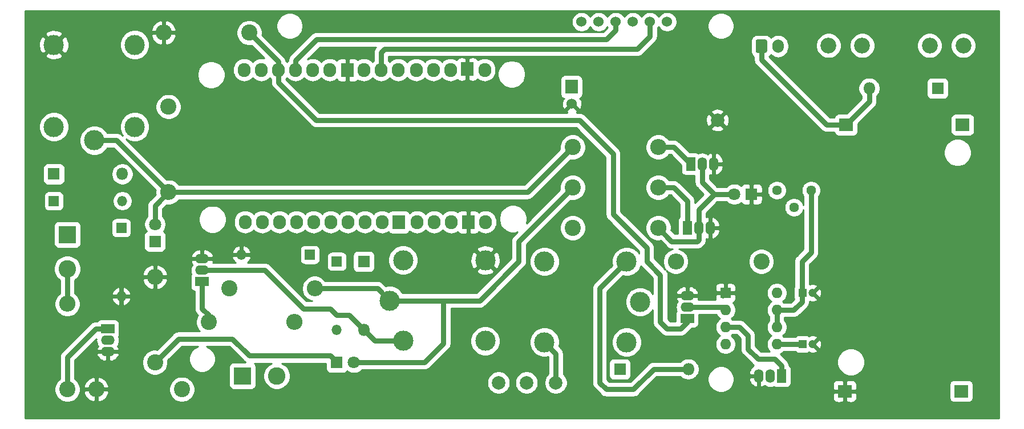
<source format=gbr>
%TF.GenerationSoftware,KiCad,Pcbnew,5.1.7-a382d34a8~87~ubuntu18.04.1*%
%TF.CreationDate,2020-10-22T00:58:17-03:00*%
%TF.ProjectId,Disp_Sec_V_1,44697370-5f53-4656-935f-565f312e6b69,1.1*%
%TF.SameCoordinates,Original*%
%TF.FileFunction,Copper,L2,Bot*%
%TF.FilePolarity,Positive*%
%FSLAX46Y46*%
G04 Gerber Fmt 4.6, Leading zero omitted, Abs format (unit mm)*
G04 Created by KiCad (PCBNEW 5.1.7-a382d34a8~87~ubuntu18.04.1) date 2020-10-22 00:58:17*
%MOMM*%
%LPD*%
G01*
G04 APERTURE LIST*
%TA.AperFunction,ComponentPad*%
%ADD10C,2.000000*%
%TD*%
%TA.AperFunction,ComponentPad*%
%ADD11O,2.400000X2.400000*%
%TD*%
%TA.AperFunction,ComponentPad*%
%ADD12C,2.400000*%
%TD*%
%TA.AperFunction,ComponentPad*%
%ADD13C,2.600000*%
%TD*%
%TA.AperFunction,ComponentPad*%
%ADD14R,2.600000X2.600000*%
%TD*%
%TA.AperFunction,ComponentPad*%
%ADD15R,2.000000X1.400000*%
%TD*%
%TA.AperFunction,ComponentPad*%
%ADD16O,2.000000X1.400000*%
%TD*%
%TA.AperFunction,ComponentPad*%
%ADD17O,1.800000X1.800000*%
%TD*%
%TA.AperFunction,ComponentPad*%
%ADD18R,1.800000X1.800000*%
%TD*%
%TA.AperFunction,ComponentPad*%
%ADD19O,1.900000X2.100000*%
%TD*%
%TA.AperFunction,ComponentPad*%
%ADD20R,1.900000X2.100000*%
%TD*%
%TA.AperFunction,ComponentPad*%
%ADD21R,1.400000X2.000000*%
%TD*%
%TA.AperFunction,ComponentPad*%
%ADD22O,1.400000X2.000000*%
%TD*%
%TA.AperFunction,ComponentPad*%
%ADD23C,3.000000*%
%TD*%
%TA.AperFunction,ComponentPad*%
%ADD24C,1.524000*%
%TD*%
%TA.AperFunction,ComponentPad*%
%ADD25R,2.100000X1.900000*%
%TD*%
%TA.AperFunction,ComponentPad*%
%ADD26C,2.350000*%
%TD*%
%TA.AperFunction,ComponentPad*%
%ADD27O,1.500000X1.500000*%
%TD*%
%TA.AperFunction,ComponentPad*%
%ADD28R,1.500000X1.500000*%
%TD*%
%TA.AperFunction,ComponentPad*%
%ADD29O,1.600000X1.600000*%
%TD*%
%TA.AperFunction,ComponentPad*%
%ADD30R,1.600000X1.600000*%
%TD*%
%TA.AperFunction,ComponentPad*%
%ADD31C,1.440000*%
%TD*%
%TA.AperFunction,ComponentPad*%
%ADD32O,1.700000X2.000000*%
%TD*%
%TA.AperFunction,ComponentPad*%
%ADD33C,1.800000*%
%TD*%
%TA.AperFunction,ComponentPad*%
%ADD34C,1.200000*%
%TD*%
%TA.AperFunction,ComponentPad*%
%ADD35R,1.200000X1.200000*%
%TD*%
%TA.AperFunction,Conductor*%
%ADD36C,0.800000*%
%TD*%
%TA.AperFunction,Conductor*%
%ADD37C,0.254000*%
%TD*%
%TA.AperFunction,Conductor*%
%ADD38C,0.100000*%
%TD*%
G04 APERTURE END LIST*
D10*
%TO.P,TP4,1*%
%TO.N,+3V3*%
X152000000Y-119000000D03*
%TD*%
%TO.P,TP3,1*%
%TO.N,+12V*%
X156150000Y-119000000D03*
%TD*%
%TO.P,TP2,1*%
%TO.N,/VCC_CONT*%
X160500000Y-119000000D03*
%TD*%
%TO.P,TP1,1*%
%TO.N,GND*%
X184500000Y-80000000D03*
%TD*%
D11*
%TO.P,R7,2*%
%TO.N,Net-(J3-Pad2)*%
X121700000Y-110000000D03*
D12*
%TO.P,R7,1*%
%TO.N,Net-(Q5-Pad1)*%
X109000000Y-110000000D03*
%TD*%
D13*
%TO.P,J2,2*%
%TO.N,Net-(J2-Pad2)*%
X88000000Y-102080000D03*
D14*
%TO.P,J2,1*%
%TO.N,+12V*%
X88000000Y-97000000D03*
%TD*%
D15*
%TO.P,Q4,1*%
%TO.N,Net-(Q4-Pad1)*%
X94000000Y-111000000D03*
D16*
%TO.P,Q4,3*%
%TO.N,GND*%
X94000000Y-114400000D03*
%TO.P,Q4,2*%
%TO.N,Net-(D7-Pad2)*%
X94000000Y-112700000D03*
%TD*%
D11*
%TO.P,R6,2*%
%TO.N,Net-(J2-Pad2)*%
X88000000Y-107300000D03*
D12*
%TO.P,R6,1*%
%TO.N,Net-(Q4-Pad1)*%
X88000000Y-120000000D03*
%TD*%
D17*
%TO.P,D1,2*%
%TO.N,Net-(D1-Pad2)*%
X180160000Y-117000000D03*
D18*
%TO.P,D1,1*%
%TO.N,+12V*%
X170000000Y-117000000D03*
%TD*%
D19*
%TO.P,U1,30*%
%TO.N,/CE*%
X114243100Y-72528600D03*
D20*
%TO.P,U1,24*%
%TO.N,GND*%
X129572000Y-72554000D03*
%TO.P,U1,17*%
X147352000Y-72427000D03*
%TO.P,U1,14*%
X147479000Y-95160000D03*
D19*
%TO.P,U1,1*%
%TO.N,Net-(R2-Pad1)*%
X114370100Y-95134600D03*
D20*
%TO.P,U1,10*%
%TO.N,Net-(U1-Pad10)*%
X137192000Y-95160000D03*
D19*
%TO.P,U1,25*%
%TO.N,Net-(U1-Pad25)*%
X126943100Y-72528600D03*
%TO.P,U1,18*%
%TO.N,Net-(U1-Pad18)*%
X144850100Y-72528600D03*
%TO.P,U1,19*%
%TO.N,Net-(U1-Pad19)*%
X142310100Y-72528600D03*
%TO.P,U1,22*%
%TO.N,/MOSI*%
X134563100Y-72528600D03*
%TO.P,U1,20*%
%TO.N,Net-(U1-Pad20)*%
X139770100Y-72528600D03*
%TO.P,U1,29*%
%TO.N,/ALARM_PIN*%
X116783100Y-72528600D03*
%TO.P,U1,23*%
%TO.N,/SCK*%
X132023100Y-72528600D03*
%TO.P,U1,28*%
%TO.N,/RST*%
X119323100Y-72528600D03*
%TO.P,U1,26*%
%TO.N,Net-(U1-Pad26)*%
X124403100Y-72528600D03*
%TO.P,U1,27*%
%TO.N,/CSN*%
X121863100Y-72528600D03*
%TO.P,U1,16*%
%TO.N,Net-(U1-Pad16)*%
X149930100Y-72528600D03*
%TO.P,U1,21*%
%TO.N,/MISO*%
X137103100Y-72528600D03*
%TO.P,U1,11*%
%TO.N,+3V3*%
X139897100Y-95134600D03*
%TO.P,U1,15*%
%TO.N,/VCC_CONT*%
X150057100Y-95134600D03*
%TO.P,U1,12*%
%TO.N,Net-(U1-Pad12)*%
X142437100Y-95134600D03*
%TO.P,U1,13*%
%TO.N,Net-(U1-Pad13)*%
X144977100Y-95134600D03*
%TO.P,U1,3*%
%TO.N,Net-(U1-Pad3)*%
X119450100Y-95134600D03*
%TO.P,U1,7*%
%TO.N,Net-(U1-Pad7)*%
X129610100Y-95134600D03*
%TO.P,U1,9*%
%TO.N,Net-(U1-Pad9)*%
X134690100Y-95134600D03*
%TO.P,U1,5*%
%TO.N,Net-(U1-Pad5)*%
X124530100Y-95134600D03*
%TO.P,U1,4*%
%TO.N,Net-(U1-Pad4)*%
X121990100Y-95134600D03*
%TO.P,U1,2*%
%TO.N,Net-(U1-Pad2)*%
X116910100Y-95134600D03*
%TO.P,U1,8*%
%TO.N,Net-(U1-Pad8)*%
X132150100Y-95134600D03*
%TO.P,U1,6*%
%TO.N,Net-(U1-Pad6)*%
X127070100Y-95134600D03*
%TD*%
D21*
%TO.P,Q6,1*%
%TO.N,Net-(Q6-Pad1)*%
X180000000Y-96000000D03*
D22*
%TO.P,Q6,3*%
%TO.N,GND*%
X183400000Y-96000000D03*
%TO.P,Q6,2*%
%TO.N,Net-(D9-Pad2)*%
X181700000Y-96000000D03*
%TD*%
D17*
%TO.P,D7,2*%
%TO.N,Net-(D7-Pad2)*%
X96160000Y-88000000D03*
D18*
%TO.P,D7,1*%
%TO.N,+12V*%
X86000000Y-88000000D03*
%TD*%
D23*
%TO.P,K3,11*%
%TO.N,/FALLA*%
X135830000Y-106810000D03*
%TO.P,K3,A2*%
%TO.N,+12V*%
X137830000Y-100810000D03*
%TO.P,K3,12*%
%TO.N,GND*%
X150030000Y-100810000D03*
%TO.P,K3,14*%
%TO.N,+3V3*%
X150030000Y-112810000D03*
%TO.P,K3,A1*%
%TO.N,Net-(D8-Pad2)*%
X137830000Y-112810000D03*
%TD*%
D17*
%TO.P,D8,2*%
%TO.N,Net-(D8-Pad2)*%
X132000000Y-111160000D03*
D18*
%TO.P,D8,1*%
%TO.N,+12V*%
X132000000Y-101000000D03*
%TD*%
D20*
%TO.P,U3,2*%
%TO.N,/VCC_CONT*%
X162820000Y-75032000D03*
D24*
%TO.P,U3,8*%
%TO.N,Net-(U3-Pad8)*%
X164305900Y-65380000D03*
%TO.P,U3,7*%
%TO.N,/MISO*%
X177005900Y-65380000D03*
%TO.P,U3,6*%
%TO.N,/MOSI*%
X174465900Y-65380000D03*
%TO.P,U3,5*%
%TO.N,/SCK*%
X171925900Y-65380000D03*
%TO.P,U3,4*%
%TO.N,/CSN*%
X169385900Y-65380000D03*
%TO.P,U3,3*%
%TO.N,/CE*%
X166845900Y-65380000D03*
%TO.P,U3,1*%
%TO.N,GND*%
X162883500Y-77559300D03*
%TD*%
D13*
%TO.P,J3,2*%
%TO.N,Net-(J3-Pad2)*%
X119080000Y-118000000D03*
D14*
%TO.P,J3,1*%
%TO.N,+12V*%
X114000000Y-118000000D03*
%TD*%
D15*
%TO.P,Q5,1*%
%TO.N,Net-(Q5-Pad1)*%
X108000000Y-104000000D03*
D16*
%TO.P,Q5,3*%
%TO.N,GND*%
X108000000Y-100600000D03*
%TO.P,Q5,2*%
%TO.N,Net-(D8-Pad2)*%
X108000000Y-102300000D03*
%TD*%
D23*
%TO.P,K1,11*%
%TO.N,+12V*%
X173000000Y-107000000D03*
%TO.P,K1,A2*%
X171000000Y-113000000D03*
%TO.P,K1,12*%
%TO.N,/VCC_CONT*%
X158800000Y-113000000D03*
%TO.P,K1,14*%
%TO.N,Net-(K1-Pad14)*%
X158800000Y-101000000D03*
%TO.P,K1,A1*%
%TO.N,Net-(D1-Pad2)*%
X171000000Y-101000000D03*
%TD*%
D15*
%TO.P,Q1,1*%
%TO.N,/RST*%
X180000000Y-109470000D03*
D16*
%TO.P,Q1,3*%
%TO.N,GND*%
X180000000Y-106070000D03*
%TO.P,Q1,2*%
%TO.N,Net-(Q1-Pad2)*%
X180000000Y-107770000D03*
%TD*%
D25*
%TO.P,U4,3*%
%TO.N,GND*%
X203371100Y-120277600D03*
%TO.P,U4,4*%
%TO.N,+12V*%
X220668500Y-120264900D03*
%TO.P,U4,2*%
%TO.N,Net-(D2-Pad1)*%
X220859000Y-80679000D03*
%TO.P,U4,1*%
%TO.N,Net-(D2-Pad2)*%
X203561600Y-80691700D03*
%TD*%
D26*
%TO.P,F1,1*%
%TO.N,Net-(D2-Pad1)*%
X220970000Y-68910000D03*
X215970000Y-68910000D03*
%TO.P,F1,2*%
%TO.N,Net-(F1-Pad2)*%
X200970000Y-68910000D03*
X205970000Y-68910000D03*
%TD*%
D27*
%TO.P,D6,2*%
%TO.N,GND*%
X113840000Y-100000000D03*
D28*
%TO.P,D6,1*%
%TO.N,+12V*%
X124000000Y-100000000D03*
%TD*%
D29*
%TO.P,U2,8*%
%TO.N,+12V*%
X193300000Y-105660000D03*
%TO.P,U2,4*%
%TO.N,VCC*%
X185680000Y-113280000D03*
%TO.P,U2,7*%
%TO.N,Net-(C2-Pad1)*%
X193300000Y-108200000D03*
%TO.P,U2,3*%
%TO.N,Net-(Q2-Pad1)*%
X185680000Y-110740000D03*
%TO.P,U2,6*%
%TO.N,Net-(C2-Pad1)*%
X193300000Y-110740000D03*
%TO.P,U2,2*%
%TO.N,Net-(Q1-Pad2)*%
X185680000Y-108200000D03*
%TO.P,U2,5*%
%TO.N,Net-(C1-Pad1)*%
X193300000Y-113280000D03*
D30*
%TO.P,U2,1*%
%TO.N,GND*%
X185680000Y-105660000D03*
%TD*%
D31*
%TO.P,RV1,3*%
%TO.N,Net-(RV1-Pad3)*%
X193300000Y-90420000D03*
%TO.P,RV1,2*%
%TO.N,+12V*%
X195840000Y-92960000D03*
%TO.P,RV1,1*%
%TO.N,Net-(C2-Pad1)*%
X198380000Y-90420000D03*
%TD*%
D11*
%TO.P,R11,2*%
%TO.N,GND*%
X101000000Y-103300000D03*
D12*
%TO.P,R11,1*%
%TO.N,Net-(D11-Pad1)*%
X101000000Y-116000000D03*
%TD*%
D11*
%TO.P,R10,2*%
%TO.N,GND*%
X92300000Y-120000000D03*
D12*
%TO.P,R10,1*%
%TO.N,Net-(D10-Pad1)*%
X105000000Y-120000000D03*
%TD*%
D11*
%TO.P,R9,2*%
%TO.N,Net-(D9-Pad2)*%
X175700000Y-96000000D03*
D12*
%TO.P,R9,1*%
%TO.N,+3V3*%
X163000000Y-96000000D03*
%TD*%
D11*
%TO.P,R8,2*%
%TO.N,Net-(Q6-Pad1)*%
X175700000Y-90000000D03*
D12*
%TO.P,R8,1*%
%TO.N,/FALLA*%
X163000000Y-90000000D03*
%TD*%
D11*
%TO.P,R5,2*%
%TO.N,Net-(Q3-Pad1)*%
X175700000Y-84000000D03*
D12*
%TO.P,R5,1*%
%TO.N,/ALARMA*%
X163000000Y-84000000D03*
%TD*%
D11*
%TO.P,R4,2*%
%TO.N,/ALARMA*%
X103000000Y-90700000D03*
D12*
%TO.P,R4,1*%
%TO.N,/ALARM_PIN*%
X103000000Y-78000000D03*
%TD*%
D11*
%TO.P,R3,2*%
%TO.N,GND*%
X102300000Y-67000000D03*
D12*
%TO.P,R3,1*%
%TO.N,/RST*%
X115000000Y-67000000D03*
%TD*%
D11*
%TO.P,R2,2*%
%TO.N,/FALLA*%
X124700000Y-105000000D03*
D12*
%TO.P,R2,1*%
%TO.N,Net-(R2-Pad1)*%
X112000000Y-105000000D03*
%TD*%
D11*
%TO.P,R1,2*%
%TO.N,Net-(Q1-Pad2)*%
X178300000Y-101000000D03*
D12*
%TO.P,R1,1*%
%TO.N,+12V*%
X191000000Y-101000000D03*
%TD*%
D21*
%TO.P,Q3,1*%
%TO.N,Net-(Q3-Pad1)*%
X180500000Y-86500000D03*
D22*
%TO.P,Q3,3*%
%TO.N,GND*%
X183900000Y-86500000D03*
%TO.P,Q3,2*%
%TO.N,Net-(D9-Pad2)*%
X182200000Y-86500000D03*
%TD*%
D21*
%TO.P,Q2,1*%
%TO.N,Net-(Q2-Pad1)*%
X194000000Y-118000000D03*
D22*
%TO.P,Q2,3*%
%TO.N,GND*%
X190600000Y-118000000D03*
%TO.P,Q2,2*%
%TO.N,Net-(D1-Pad2)*%
X192300000Y-118000000D03*
%TD*%
D23*
%TO.P,K2,11*%
%TO.N,/ALARMA*%
X92000000Y-83000000D03*
%TO.P,K2,A2*%
%TO.N,+12V*%
X86000000Y-81000000D03*
%TO.P,K2,12*%
%TO.N,GND*%
X86000000Y-68800000D03*
%TO.P,K2,14*%
%TO.N,+3V3*%
X98000000Y-68800000D03*
%TO.P,K2,A1*%
%TO.N,Net-(D7-Pad2)*%
X98000000Y-81000000D03*
%TD*%
D32*
%TO.P,J1,2*%
%TO.N,Net-(F1-Pad2)*%
X193500000Y-69000000D03*
%TO.P,J1,1*%
%TO.N,Net-(D2-Pad2)*%
%TA.AperFunction,ComponentPad*%
G36*
G01*
X190150000Y-69750000D02*
X190150000Y-68250000D01*
G75*
G02*
X190400000Y-68000000I250000J0D01*
G01*
X191600000Y-68000000D01*
G75*
G02*
X191850000Y-68250000I0J-250000D01*
G01*
X191850000Y-69750000D01*
G75*
G02*
X191600000Y-70000000I-250000J0D01*
G01*
X190400000Y-70000000D01*
G75*
G02*
X190150000Y-69750000I0J250000D01*
G01*
G37*
%TD.AperFunction*%
%TD*%
D33*
%TO.P,D11,2*%
%TO.N,/FALLA*%
X130540000Y-116000000D03*
D18*
%TO.P,D11,1*%
%TO.N,Net-(D11-Pad1)*%
X128000000Y-116000000D03*
%TD*%
D33*
%TO.P,D10,2*%
%TO.N,/ALARMA*%
X101000000Y-95460000D03*
D18*
%TO.P,D10,1*%
%TO.N,Net-(D10-Pad1)*%
X101000000Y-98000000D03*
%TD*%
D33*
%TO.P,D9,2*%
%TO.N,Net-(D9-Pad2)*%
X187000000Y-91000000D03*
D18*
%TO.P,D9,1*%
%TO.N,GND*%
X189540000Y-91000000D03*
%TD*%
D27*
%TO.P,D5,2*%
%TO.N,+12V*%
X128000000Y-111160000D03*
D28*
%TO.P,D5,1*%
X128000000Y-101000000D03*
%TD*%
D27*
%TO.P,D4,2*%
%TO.N,GND*%
X96000000Y-106160000D03*
D28*
%TO.P,D4,1*%
%TO.N,+12V*%
X96000000Y-96000000D03*
%TD*%
D27*
%TO.P,D3,2*%
%TO.N,+12V*%
X96160000Y-92000000D03*
D28*
%TO.P,D3,1*%
X86000000Y-92000000D03*
%TD*%
D17*
%TO.P,D2,2*%
%TO.N,Net-(D2-Pad2)*%
X207000000Y-75260000D03*
D18*
%TO.P,D2,1*%
%TO.N,Net-(D2-Pad1)*%
X217160000Y-75260000D03*
%TD*%
D34*
%TO.P,C2,2*%
%TO.N,GND*%
X198610000Y-105660000D03*
D35*
%TO.P,C2,1*%
%TO.N,Net-(C2-Pad1)*%
X197110000Y-105660000D03*
%TD*%
D34*
%TO.P,C1,2*%
%TO.N,GND*%
X198610000Y-113280000D03*
D35*
%TO.P,C1,1*%
%TO.N,Net-(C1-Pad1)*%
X197110000Y-113280000D03*
%TD*%
D36*
%TO.N,/VCC_CONT*%
X160500000Y-114700000D02*
X158800000Y-113000000D01*
X160500000Y-119000000D02*
X160500000Y-114700000D01*
%TO.N,Net-(D1-Pad2)*%
X180160000Y-117000000D02*
X175000000Y-117000000D01*
X175000000Y-117000000D02*
X172000000Y-120000000D01*
X172000000Y-120000000D02*
X168000000Y-120000000D01*
X168000000Y-120000000D02*
X167000000Y-119000000D01*
X167000000Y-105000000D02*
X171000000Y-101000000D01*
X167000000Y-119000000D02*
X167000000Y-105000000D01*
%TO.N,/ALARMA*%
X156300000Y-90700000D02*
X163000000Y-84000000D01*
X103000000Y-90700000D02*
X156300000Y-90700000D01*
X101000000Y-92700000D02*
X103000000Y-90700000D01*
X101000000Y-95460000D02*
X101000000Y-92700000D01*
X95300000Y-83000000D02*
X92000000Y-83000000D01*
X103000000Y-90700000D02*
X95300000Y-83000000D01*
%TO.N,GND*%
X185270000Y-106070000D02*
X185680000Y-105660000D01*
X180000000Y-106070000D02*
X179699999Y-105769999D01*
X147729999Y-95410999D02*
X147479000Y-95160000D01*
%TO.N,+3V3*%
X140000000Y-95237500D02*
X139897100Y-95134600D01*
%TO.N,/FALLA*%
X135830000Y-106810000D02*
X136810000Y-106810000D01*
X135830000Y-107405998D02*
X135830000Y-106810000D01*
X155000000Y-101000000D02*
X149190000Y-106810000D01*
X163000000Y-90000000D02*
X155000000Y-98000000D01*
X155000000Y-98000000D02*
X155000000Y-101000000D01*
X135830000Y-106810000D02*
X134020000Y-105000000D01*
X134020000Y-105000000D02*
X124700000Y-105000000D01*
X130540000Y-116000000D02*
X141000000Y-116000000D01*
X143810000Y-113190000D02*
X143810000Y-106810000D01*
X141000000Y-116000000D02*
X143810000Y-113190000D01*
X149190000Y-106810000D02*
X143810000Y-106810000D01*
X143810000Y-106810000D02*
X135830000Y-106810000D01*
%TO.N,Net-(D8-Pad2)*%
X133650000Y-112810000D02*
X132000000Y-111160000D01*
X137830000Y-112810000D02*
X133650000Y-112810000D01*
X123010010Y-108010010D02*
X117300000Y-102300000D01*
X127010010Y-108010010D02*
X123010010Y-108010010D01*
X128000000Y-109000000D02*
X127010010Y-108010010D01*
X117300000Y-102300000D02*
X108000000Y-102300000D01*
X132000000Y-111160000D02*
X129840000Y-109000000D01*
X129840000Y-109000000D02*
X128000000Y-109000000D01*
%TO.N,Net-(C2-Pad1)*%
X193300000Y-108200000D02*
X193300000Y-110740000D01*
X195800000Y-108200000D02*
X193300000Y-108200000D01*
X197009999Y-100990001D02*
X197009999Y-106990001D01*
X197009999Y-106990001D02*
X195800000Y-108200000D01*
X198380000Y-90420000D02*
X198380000Y-99620000D01*
X198380000Y-99620000D02*
X197009999Y-100990001D01*
%TO.N,Net-(Q2-Pad1)*%
X187740000Y-110740000D02*
X185680000Y-110740000D01*
X194000000Y-116500000D02*
X193000000Y-115500000D01*
X190500000Y-115500000D02*
X189000000Y-114000000D01*
X193000000Y-115500000D02*
X190500000Y-115500000D01*
X189000000Y-114000000D02*
X189000000Y-112000000D01*
X194000000Y-118000000D02*
X194000000Y-116500000D01*
X189000000Y-112000000D02*
X187740000Y-110740000D01*
%TO.N,Net-(Q1-Pad2)*%
X185250000Y-107770000D02*
X185680000Y-108200000D01*
X180000000Y-107770000D02*
X185250000Y-107770000D01*
%TO.N,Net-(C1-Pad1)*%
X193300000Y-113280000D02*
X197009999Y-113280000D01*
%TO.N,/MOSI*%
X172599990Y-69400010D02*
X174465900Y-67534100D01*
X135099990Y-69400010D02*
X172599990Y-69400010D01*
X134563100Y-72528600D02*
X134563100Y-69936900D01*
X174465900Y-67534100D02*
X174465900Y-65380000D01*
X134563100Y-69936900D02*
X135099990Y-69400010D01*
%TO.N,/CSN*%
X121863100Y-71136900D02*
X125000000Y-68000000D01*
X121863100Y-72528600D02*
X121863100Y-71136900D01*
X125000000Y-68000000D02*
X168000000Y-68000000D01*
X169385900Y-66614100D02*
X169385900Y-65380000D01*
X168000000Y-68000000D02*
X169385900Y-66614100D01*
%TO.N,Net-(D2-Pad2)*%
X207000000Y-77253300D02*
X203561600Y-80691700D01*
X207000000Y-75260000D02*
X207000000Y-77253300D01*
X191000000Y-69000000D02*
X191000000Y-71000000D01*
X200691700Y-80691700D02*
X203561600Y-80691700D01*
X191000000Y-71000000D02*
X200691700Y-80691700D01*
%TO.N,Net-(D9-Pad2)*%
X175700000Y-96000000D02*
X177700001Y-98000001D01*
X181700000Y-97800000D02*
X181700000Y-96000000D01*
X181500001Y-98000001D02*
X181700000Y-97800000D01*
X177700001Y-98000001D02*
X181500001Y-98000001D01*
X181700000Y-96000000D02*
X181700000Y-93300000D01*
X184000000Y-91000000D02*
X187000000Y-91000000D01*
X181700000Y-93300000D02*
X184000000Y-91000000D01*
X182200000Y-89200000D02*
X184000000Y-91000000D01*
X182200000Y-86500000D02*
X182200000Y-89200000D01*
%TO.N,Net-(D11-Pad1)*%
X127899998Y-116000000D02*
X127449999Y-115550001D01*
X128000000Y-116000000D02*
X127899998Y-116000000D01*
X104000000Y-113000000D02*
X101000000Y-116000000D01*
X104500000Y-112500000D02*
X104000000Y-113000000D01*
X112500000Y-112500000D02*
X104500000Y-112500000D01*
X115000000Y-115000000D02*
X112500000Y-112500000D01*
X128000000Y-116000000D02*
X127000000Y-115000000D01*
X127000000Y-115000000D02*
X115000000Y-115000000D01*
%TO.N,Net-(J2-Pad2)*%
X88000000Y-102080000D02*
X88000000Y-107300000D01*
%TO.N,/RST*%
X119323100Y-71323100D02*
X115000000Y-67000000D01*
X119323100Y-72528600D02*
X119323100Y-71323100D01*
X180000000Y-109470000D02*
X180000000Y-110000000D01*
X180000000Y-110000000D02*
X179000000Y-111000000D01*
X179000000Y-111000000D02*
X177000000Y-111000000D01*
X177000000Y-111000000D02*
X176000000Y-110000000D01*
X176000000Y-110000000D02*
X176000000Y-103000000D01*
X176000000Y-103000000D02*
X174000000Y-101000000D01*
X174000000Y-101000000D02*
X174000000Y-99000000D01*
X174000000Y-99000000D02*
X169000000Y-94000000D01*
X169000000Y-94000000D02*
X169000000Y-85000000D01*
X169000000Y-85000000D02*
X164000000Y-80000000D01*
X119323100Y-74378600D02*
X119323100Y-72528600D01*
X124944500Y-80000000D02*
X119323100Y-74378600D01*
X164000000Y-80000000D02*
X124944500Y-80000000D01*
%TO.N,Net-(Q3-Pad1)*%
X180500000Y-86500000D02*
X178000000Y-84000000D01*
X178000000Y-84000000D02*
X175700000Y-84000000D01*
%TO.N,Net-(Q4-Pad1)*%
X92200000Y-111000000D02*
X94000000Y-111000000D01*
X88000000Y-115200000D02*
X92200000Y-111000000D01*
X88000000Y-120000000D02*
X88000000Y-115200000D01*
%TO.N,Net-(Q5-Pad1)*%
X109000000Y-110000000D02*
X109000000Y-109000000D01*
X108000000Y-108000000D02*
X108000000Y-104000000D01*
X109000000Y-109000000D02*
X108000000Y-108000000D01*
%TO.N,Net-(Q6-Pad1)*%
X180000000Y-96000000D02*
X180000000Y-92000000D01*
X178000000Y-90000000D02*
X175700000Y-90000000D01*
X180000000Y-92000000D02*
X178000000Y-90000000D01*
%TD*%
D37*
%TO.N,GND*%
X226248000Y-124248000D02*
X81752000Y-124248000D01*
X81752000Y-119810207D01*
X86073000Y-119810207D01*
X86073000Y-120189793D01*
X86147053Y-120562085D01*
X86292315Y-120912777D01*
X86503201Y-121228391D01*
X86771609Y-121496799D01*
X87087223Y-121707685D01*
X87437915Y-121852947D01*
X87810207Y-121927000D01*
X88189793Y-121927000D01*
X88562085Y-121852947D01*
X88912777Y-121707685D01*
X89228391Y-121496799D01*
X89496799Y-121228391D01*
X89707685Y-120912777D01*
X89852947Y-120562085D01*
X89871044Y-120471102D01*
X90431473Y-120471102D01*
X90484642Y-120646394D01*
X90645629Y-120988132D01*
X90870192Y-121291897D01*
X91149702Y-121546015D01*
X91473417Y-121740721D01*
X91828897Y-121868532D01*
X92127000Y-121737474D01*
X92127000Y-120173000D01*
X92473000Y-120173000D01*
X92473000Y-121737474D01*
X92771103Y-121868532D01*
X93126583Y-121740721D01*
X93450298Y-121546015D01*
X93729808Y-121291897D01*
X93954371Y-120988132D01*
X94115358Y-120646394D01*
X94168527Y-120471102D01*
X94036654Y-120173000D01*
X92473000Y-120173000D01*
X92127000Y-120173000D01*
X90563346Y-120173000D01*
X90431473Y-120471102D01*
X89871044Y-120471102D01*
X89927000Y-120189793D01*
X89927000Y-119810207D01*
X89871045Y-119528898D01*
X90431473Y-119528898D01*
X90563346Y-119827000D01*
X92127000Y-119827000D01*
X92127000Y-118262526D01*
X92473000Y-118262526D01*
X92473000Y-119827000D01*
X94036654Y-119827000D01*
X94044082Y-119810207D01*
X103073000Y-119810207D01*
X103073000Y-120189793D01*
X103147053Y-120562085D01*
X103292315Y-120912777D01*
X103503201Y-121228391D01*
X103771609Y-121496799D01*
X104087223Y-121707685D01*
X104437915Y-121852947D01*
X104810207Y-121927000D01*
X105189793Y-121927000D01*
X105562085Y-121852947D01*
X105912777Y-121707685D01*
X106228391Y-121496799D01*
X106496799Y-121228391D01*
X106497327Y-121227600D01*
X201590582Y-121227600D01*
X201604619Y-121370117D01*
X201646189Y-121507157D01*
X201713696Y-121633454D01*
X201804546Y-121744154D01*
X201915246Y-121835004D01*
X202041543Y-121902511D01*
X202178583Y-121944081D01*
X202321100Y-121958118D01*
X203016350Y-121954600D01*
X203198100Y-121772850D01*
X203198100Y-120450600D01*
X203544100Y-120450600D01*
X203544100Y-121772850D01*
X203725850Y-121954600D01*
X204421100Y-121958118D01*
X204563617Y-121944081D01*
X204700657Y-121902511D01*
X204826954Y-121835004D01*
X204937654Y-121744154D01*
X205028504Y-121633454D01*
X205096011Y-121507157D01*
X205137581Y-121370117D01*
X205151618Y-121227600D01*
X205148100Y-120632350D01*
X204966350Y-120450600D01*
X203544100Y-120450600D01*
X203198100Y-120450600D01*
X201775850Y-120450600D01*
X201594100Y-120632350D01*
X201590582Y-121227600D01*
X106497327Y-121227600D01*
X106707685Y-120912777D01*
X106852947Y-120562085D01*
X106927000Y-120189793D01*
X106927000Y-119810207D01*
X106852947Y-119437915D01*
X106707685Y-119087223D01*
X106496799Y-118771609D01*
X106228391Y-118503201D01*
X105912777Y-118292315D01*
X105562085Y-118147053D01*
X105189793Y-118073000D01*
X104810207Y-118073000D01*
X104437915Y-118147053D01*
X104087223Y-118292315D01*
X103771609Y-118503201D01*
X103503201Y-118771609D01*
X103292315Y-119087223D01*
X103147053Y-119437915D01*
X103073000Y-119810207D01*
X94044082Y-119810207D01*
X94168527Y-119528898D01*
X94115358Y-119353606D01*
X93954371Y-119011868D01*
X93729808Y-118708103D01*
X93450298Y-118453985D01*
X93126583Y-118259279D01*
X92771103Y-118131468D01*
X92473000Y-118262526D01*
X92127000Y-118262526D01*
X91828897Y-118131468D01*
X91473417Y-118259279D01*
X91149702Y-118453985D01*
X90870192Y-118708103D01*
X90645629Y-119011868D01*
X90484642Y-119353606D01*
X90431473Y-119528898D01*
X89871045Y-119528898D01*
X89852947Y-119437915D01*
X89707685Y-119087223D01*
X89496799Y-118771609D01*
X89228391Y-118503201D01*
X89127000Y-118435454D01*
X89127000Y-115666818D01*
X90001363Y-114792455D01*
X92328028Y-114792455D01*
X92334615Y-114858408D01*
X92450281Y-115115973D01*
X92613973Y-115346024D01*
X92819401Y-115539720D01*
X93058670Y-115689617D01*
X93322585Y-115789955D01*
X93601004Y-115836877D01*
X93827000Y-115652923D01*
X93827000Y-114573000D01*
X94173000Y-114573000D01*
X94173000Y-115652923D01*
X94398996Y-115836877D01*
X94557246Y-115810207D01*
X99073000Y-115810207D01*
X99073000Y-116189793D01*
X99147053Y-116562085D01*
X99292315Y-116912777D01*
X99503201Y-117228391D01*
X99771609Y-117496799D01*
X100087223Y-117707685D01*
X100437915Y-117852947D01*
X100810207Y-117927000D01*
X101189793Y-117927000D01*
X101562085Y-117852947D01*
X101912777Y-117707685D01*
X102228391Y-117496799D01*
X102496799Y-117228391D01*
X102707685Y-116912777D01*
X102852947Y-116562085D01*
X102927000Y-116189793D01*
X102927000Y-115810207D01*
X102903210Y-115690608D01*
X104836058Y-113757761D01*
X104836063Y-113757755D01*
X104966818Y-113627000D01*
X107355672Y-113627000D01*
X107063539Y-113748005D01*
X106739736Y-113964364D01*
X106464364Y-114239736D01*
X106248005Y-114563539D01*
X106098975Y-114923330D01*
X106023000Y-115305282D01*
X106023000Y-115694718D01*
X106098975Y-116076670D01*
X106248005Y-116436461D01*
X106464364Y-116760264D01*
X106739736Y-117035636D01*
X107063539Y-117251995D01*
X107423330Y-117401025D01*
X107805282Y-117477000D01*
X108194718Y-117477000D01*
X108576670Y-117401025D01*
X108936461Y-117251995D01*
X109260264Y-117035636D01*
X109535636Y-116760264D01*
X109751995Y-116436461D01*
X109901025Y-116076670D01*
X109977000Y-115694718D01*
X109977000Y-115305282D01*
X109901025Y-114923330D01*
X109751995Y-114563539D01*
X109535636Y-114239736D01*
X109260264Y-113964364D01*
X108936461Y-113748005D01*
X108644328Y-113627000D01*
X112033182Y-113627000D01*
X114163945Y-115757764D01*
X114199235Y-115800765D01*
X114242236Y-115836055D01*
X114242239Y-115836058D01*
X114360815Y-115933370D01*
X114370843Y-115941600D01*
X114423008Y-115969483D01*
X112700000Y-115969483D01*
X112557483Y-115983520D01*
X112420443Y-116025090D01*
X112294147Y-116092597D01*
X112183446Y-116183446D01*
X112092597Y-116294147D01*
X112025090Y-116420443D01*
X111983520Y-116557483D01*
X111969483Y-116700000D01*
X111969483Y-119300000D01*
X111983520Y-119442517D01*
X112025090Y-119579557D01*
X112092597Y-119705853D01*
X112183446Y-119816554D01*
X112294147Y-119907403D01*
X112420443Y-119974910D01*
X112557483Y-120016480D01*
X112700000Y-120030517D01*
X115300000Y-120030517D01*
X115442517Y-120016480D01*
X115579557Y-119974910D01*
X115705853Y-119907403D01*
X115816554Y-119816554D01*
X115907403Y-119705853D01*
X115974910Y-119579557D01*
X116016480Y-119442517D01*
X116030517Y-119300000D01*
X116030517Y-116700000D01*
X116016480Y-116557483D01*
X115974910Y-116420443D01*
X115907403Y-116294147D01*
X115816554Y-116183446D01*
X115747774Y-116127000D01*
X118305015Y-116127000D01*
X118119855Y-116203696D01*
X117787863Y-116425526D01*
X117505526Y-116707863D01*
X117283696Y-117039855D01*
X117130896Y-117408746D01*
X117053000Y-117800358D01*
X117053000Y-118199642D01*
X117130896Y-118591254D01*
X117283696Y-118960145D01*
X117505526Y-119292137D01*
X117787863Y-119574474D01*
X118119855Y-119796304D01*
X118488746Y-119949104D01*
X118880358Y-120027000D01*
X119279642Y-120027000D01*
X119671254Y-119949104D01*
X120040145Y-119796304D01*
X120372137Y-119574474D01*
X120654474Y-119292137D01*
X120876304Y-118960145D01*
X120930251Y-118829905D01*
X150273000Y-118829905D01*
X150273000Y-119170095D01*
X150339368Y-119503747D01*
X150469553Y-119818041D01*
X150658552Y-120100898D01*
X150899102Y-120341448D01*
X151181959Y-120530447D01*
X151496253Y-120660632D01*
X151829905Y-120727000D01*
X152170095Y-120727000D01*
X152503747Y-120660632D01*
X152818041Y-120530447D01*
X153100898Y-120341448D01*
X153341448Y-120100898D01*
X153530447Y-119818041D01*
X153660632Y-119503747D01*
X153727000Y-119170095D01*
X153727000Y-118829905D01*
X154423000Y-118829905D01*
X154423000Y-119170095D01*
X154489368Y-119503747D01*
X154619553Y-119818041D01*
X154808552Y-120100898D01*
X155049102Y-120341448D01*
X155331959Y-120530447D01*
X155646253Y-120660632D01*
X155979905Y-120727000D01*
X156320095Y-120727000D01*
X156653747Y-120660632D01*
X156968041Y-120530447D01*
X157250898Y-120341448D01*
X157491448Y-120100898D01*
X157680447Y-119818041D01*
X157810632Y-119503747D01*
X157877000Y-119170095D01*
X157877000Y-118829905D01*
X157810632Y-118496253D01*
X157680447Y-118181959D01*
X157491448Y-117899102D01*
X157250898Y-117658552D01*
X156968041Y-117469553D01*
X156653747Y-117339368D01*
X156320095Y-117273000D01*
X155979905Y-117273000D01*
X155646253Y-117339368D01*
X155331959Y-117469553D01*
X155049102Y-117658552D01*
X154808552Y-117899102D01*
X154619553Y-118181959D01*
X154489368Y-118496253D01*
X154423000Y-118829905D01*
X153727000Y-118829905D01*
X153660632Y-118496253D01*
X153530447Y-118181959D01*
X153341448Y-117899102D01*
X153100898Y-117658552D01*
X152818041Y-117469553D01*
X152503747Y-117339368D01*
X152170095Y-117273000D01*
X151829905Y-117273000D01*
X151496253Y-117339368D01*
X151181959Y-117469553D01*
X150899102Y-117658552D01*
X150658552Y-117899102D01*
X150469553Y-118181959D01*
X150339368Y-118496253D01*
X150273000Y-118829905D01*
X120930251Y-118829905D01*
X121029104Y-118591254D01*
X121107000Y-118199642D01*
X121107000Y-117800358D01*
X121029104Y-117408746D01*
X120876304Y-117039855D01*
X120654474Y-116707863D01*
X120372137Y-116425526D01*
X120040145Y-116203696D01*
X119854985Y-116127000D01*
X126369483Y-116127000D01*
X126369483Y-116900000D01*
X126383520Y-117042517D01*
X126425090Y-117179557D01*
X126492597Y-117305853D01*
X126583446Y-117416554D01*
X126694147Y-117507403D01*
X126820443Y-117574910D01*
X126957483Y-117616480D01*
X127100000Y-117630517D01*
X128900000Y-117630517D01*
X129042517Y-117616480D01*
X129179557Y-117574910D01*
X129305853Y-117507403D01*
X129416554Y-117416554D01*
X129507403Y-117305853D01*
X129522778Y-117277089D01*
X129769327Y-117441828D01*
X130065422Y-117564475D01*
X130379755Y-117627000D01*
X130700245Y-117627000D01*
X131014578Y-117564475D01*
X131310673Y-117441828D01*
X131577152Y-117263773D01*
X131713925Y-117127000D01*
X140944646Y-117127000D01*
X141000000Y-117132452D01*
X141055354Y-117127000D01*
X141055365Y-117127000D01*
X141220931Y-117110693D01*
X141433371Y-117046250D01*
X141629157Y-116941600D01*
X141800765Y-116800765D01*
X141836059Y-116757759D01*
X144567764Y-114026055D01*
X144610765Y-113990765D01*
X144646055Y-113947764D01*
X144646058Y-113947761D01*
X144751600Y-113819157D01*
X144787710Y-113751600D01*
X144856250Y-113623371D01*
X144920693Y-113410931D01*
X144937000Y-113245365D01*
X144937000Y-113245355D01*
X144942452Y-113190001D01*
X144937000Y-113134646D01*
X144937000Y-112590660D01*
X147803000Y-112590660D01*
X147803000Y-113029340D01*
X147888582Y-113459592D01*
X148056458Y-113864880D01*
X148300176Y-114229630D01*
X148610370Y-114539824D01*
X148975120Y-114783542D01*
X149380408Y-114951418D01*
X149810660Y-115037000D01*
X150249340Y-115037000D01*
X150679592Y-114951418D01*
X151084880Y-114783542D01*
X151449630Y-114539824D01*
X151759824Y-114229630D01*
X152003542Y-113864880D01*
X152171418Y-113459592D01*
X152257000Y-113029340D01*
X152257000Y-112780660D01*
X156573000Y-112780660D01*
X156573000Y-113219340D01*
X156658582Y-113649592D01*
X156826458Y-114054880D01*
X157070176Y-114419630D01*
X157380370Y-114729824D01*
X157745120Y-114973542D01*
X158150408Y-115141418D01*
X158580660Y-115227000D01*
X159019340Y-115227000D01*
X159364521Y-115158340D01*
X159373001Y-115166820D01*
X159373000Y-117684654D01*
X159158552Y-117899102D01*
X158969553Y-118181959D01*
X158839368Y-118496253D01*
X158773000Y-118829905D01*
X158773000Y-119170095D01*
X158839368Y-119503747D01*
X158969553Y-119818041D01*
X159158552Y-120100898D01*
X159399102Y-120341448D01*
X159681959Y-120530447D01*
X159996253Y-120660632D01*
X160329905Y-120727000D01*
X160670095Y-120727000D01*
X161003747Y-120660632D01*
X161318041Y-120530447D01*
X161600898Y-120341448D01*
X161841448Y-120100898D01*
X162030447Y-119818041D01*
X162160632Y-119503747D01*
X162227000Y-119170095D01*
X162227000Y-118829905D01*
X162160632Y-118496253D01*
X162030447Y-118181959D01*
X161841448Y-117899102D01*
X161627000Y-117684654D01*
X161627000Y-114755354D01*
X161632452Y-114699999D01*
X161627000Y-114644645D01*
X161627000Y-114644635D01*
X161610693Y-114479069D01*
X161546250Y-114266629D01*
X161441600Y-114070843D01*
X161354215Y-113964364D01*
X161336058Y-113942239D01*
X161336055Y-113942236D01*
X161300765Y-113899235D01*
X161257764Y-113863945D01*
X160958340Y-113564521D01*
X161027000Y-113219340D01*
X161027000Y-112780660D01*
X160941418Y-112350408D01*
X160773542Y-111945120D01*
X160529824Y-111580370D01*
X160219630Y-111270176D01*
X159854880Y-111026458D01*
X159449592Y-110858582D01*
X159019340Y-110773000D01*
X158580660Y-110773000D01*
X158150408Y-110858582D01*
X157745120Y-111026458D01*
X157380370Y-111270176D01*
X157070176Y-111580370D01*
X156826458Y-111945120D01*
X156658582Y-112350408D01*
X156573000Y-112780660D01*
X152257000Y-112780660D01*
X152257000Y-112590660D01*
X152171418Y-112160408D01*
X152003542Y-111755120D01*
X151759824Y-111390370D01*
X151449630Y-111080176D01*
X151084880Y-110836458D01*
X150679592Y-110668582D01*
X150249340Y-110583000D01*
X149810660Y-110583000D01*
X149380408Y-110668582D01*
X148975120Y-110836458D01*
X148610370Y-111080176D01*
X148300176Y-111390370D01*
X148056458Y-111755120D01*
X147888582Y-112160408D01*
X147803000Y-112590660D01*
X144937000Y-112590660D01*
X144937000Y-107937000D01*
X149134646Y-107937000D01*
X149190000Y-107942452D01*
X149245354Y-107937000D01*
X149245365Y-107937000D01*
X149410931Y-107920693D01*
X149623371Y-107856250D01*
X149819157Y-107751600D01*
X149990765Y-107610765D01*
X150026059Y-107567759D01*
X155757764Y-101836055D01*
X155800765Y-101800765D01*
X155836055Y-101757764D01*
X155836058Y-101757761D01*
X155941600Y-101629157D01*
X156046250Y-101433371D01*
X156110693Y-101220931D01*
X156113760Y-101189793D01*
X156127000Y-101055365D01*
X156127000Y-101055357D01*
X156132452Y-101000000D01*
X156127000Y-100944643D01*
X156127000Y-100780660D01*
X156573000Y-100780660D01*
X156573000Y-101219340D01*
X156658582Y-101649592D01*
X156826458Y-102054880D01*
X157070176Y-102419630D01*
X157380370Y-102729824D01*
X157745120Y-102973542D01*
X158150408Y-103141418D01*
X158580660Y-103227000D01*
X159019340Y-103227000D01*
X159449592Y-103141418D01*
X159854880Y-102973542D01*
X160219630Y-102729824D01*
X160529824Y-102419630D01*
X160773542Y-102054880D01*
X160941418Y-101649592D01*
X161027000Y-101219340D01*
X161027000Y-100780660D01*
X160941418Y-100350408D01*
X160773542Y-99945120D01*
X160529824Y-99580370D01*
X160219630Y-99270176D01*
X159854880Y-99026458D01*
X159449592Y-98858582D01*
X159019340Y-98773000D01*
X158580660Y-98773000D01*
X158150408Y-98858582D01*
X157745120Y-99026458D01*
X157380370Y-99270176D01*
X157070176Y-99580370D01*
X156826458Y-99945120D01*
X156658582Y-100350408D01*
X156573000Y-100780660D01*
X156127000Y-100780660D01*
X156127000Y-98466818D01*
X158783611Y-95810207D01*
X161073000Y-95810207D01*
X161073000Y-96189793D01*
X161147053Y-96562085D01*
X161292315Y-96912777D01*
X161503201Y-97228391D01*
X161771609Y-97496799D01*
X162087223Y-97707685D01*
X162437915Y-97852947D01*
X162810207Y-97927000D01*
X163189793Y-97927000D01*
X163562085Y-97852947D01*
X163912777Y-97707685D01*
X164228391Y-97496799D01*
X164496799Y-97228391D01*
X164707685Y-96912777D01*
X164852947Y-96562085D01*
X164927000Y-96189793D01*
X164927000Y-95810207D01*
X164852947Y-95437915D01*
X164707685Y-95087223D01*
X164496799Y-94771609D01*
X164228391Y-94503201D01*
X163912777Y-94292315D01*
X163562085Y-94147053D01*
X163189793Y-94073000D01*
X162810207Y-94073000D01*
X162437915Y-94147053D01*
X162087223Y-94292315D01*
X161771609Y-94503201D01*
X161503201Y-94771609D01*
X161292315Y-95087223D01*
X161147053Y-95437915D01*
X161073000Y-95810207D01*
X158783611Y-95810207D01*
X162690608Y-91903210D01*
X162810207Y-91927000D01*
X163189793Y-91927000D01*
X163562085Y-91852947D01*
X163912777Y-91707685D01*
X164228391Y-91496799D01*
X164496799Y-91228391D01*
X164707685Y-90912777D01*
X164852947Y-90562085D01*
X164927000Y-90189793D01*
X164927000Y-89810207D01*
X164852947Y-89437915D01*
X164707685Y-89087223D01*
X164496799Y-88771609D01*
X164228391Y-88503201D01*
X163912777Y-88292315D01*
X163562085Y-88147053D01*
X163189793Y-88073000D01*
X162810207Y-88073000D01*
X162437915Y-88147053D01*
X162087223Y-88292315D01*
X161771609Y-88503201D01*
X161503201Y-88771609D01*
X161292315Y-89087223D01*
X161147053Y-89437915D01*
X161073000Y-89810207D01*
X161073000Y-90189793D01*
X161096790Y-90309392D01*
X156118706Y-95287476D01*
X156130982Y-95257839D01*
X156210800Y-94856567D01*
X156210800Y-94447433D01*
X156130982Y-94046161D01*
X155974414Y-93668171D01*
X155747111Y-93327989D01*
X155457811Y-93038689D01*
X155117629Y-92811386D01*
X154739639Y-92654818D01*
X154338367Y-92575000D01*
X153929233Y-92575000D01*
X153527961Y-92654818D01*
X153149971Y-92811386D01*
X152809789Y-93038689D01*
X152520489Y-93327989D01*
X152293186Y-93668171D01*
X152136618Y-94046161D01*
X152056800Y-94447433D01*
X152056800Y-94856567D01*
X152136618Y-95257839D01*
X152293186Y-95635829D01*
X152520489Y-95976011D01*
X152809789Y-96265311D01*
X153149971Y-96492614D01*
X153527961Y-96649182D01*
X153929233Y-96729000D01*
X154338367Y-96729000D01*
X154739639Y-96649182D01*
X154769276Y-96636906D01*
X154242242Y-97163940D01*
X154199235Y-97199235D01*
X154058400Y-97370843D01*
X153953750Y-97566630D01*
X153889307Y-97779070D01*
X153873000Y-97944636D01*
X153873000Y-97944646D01*
X153867548Y-98000000D01*
X153873000Y-98055355D01*
X153873001Y-100533180D01*
X148723182Y-105683000D01*
X143865365Y-105683000D01*
X143810000Y-105677547D01*
X143754636Y-105683000D01*
X137755353Y-105683000D01*
X137559824Y-105390370D01*
X137249630Y-105080176D01*
X136884880Y-104836458D01*
X136479592Y-104668582D01*
X136049340Y-104583000D01*
X135610660Y-104583000D01*
X135265479Y-104651660D01*
X134856058Y-104242240D01*
X134820765Y-104199235D01*
X134649157Y-104058400D01*
X134453371Y-103953750D01*
X134240931Y-103889307D01*
X134075365Y-103873000D01*
X134075354Y-103873000D01*
X134020000Y-103867548D01*
X133964646Y-103873000D01*
X126264546Y-103873000D01*
X126196799Y-103771609D01*
X125928391Y-103503201D01*
X125612777Y-103292315D01*
X125262085Y-103147053D01*
X124889793Y-103073000D01*
X124510207Y-103073000D01*
X124137915Y-103147053D01*
X123787223Y-103292315D01*
X123471609Y-103503201D01*
X123203201Y-103771609D01*
X122992315Y-104087223D01*
X122847053Y-104437915D01*
X122773000Y-104810207D01*
X122773000Y-105189793D01*
X122847053Y-105562085D01*
X122992315Y-105912777D01*
X123203201Y-106228391D01*
X123471609Y-106496799D01*
X123787223Y-106707685D01*
X124137915Y-106852947D01*
X124289053Y-106883010D01*
X123476829Y-106883010D01*
X118136059Y-101542241D01*
X118100765Y-101499235D01*
X117929157Y-101358400D01*
X117733371Y-101253750D01*
X117520931Y-101189307D01*
X117355365Y-101173000D01*
X117355354Y-101173000D01*
X117300000Y-101167548D01*
X117244646Y-101173000D01*
X114734063Y-101173000D01*
X114753928Y-101160295D01*
X114962729Y-100959702D01*
X115128385Y-100722228D01*
X115244529Y-100456999D01*
X115261711Y-100400333D01*
X115123645Y-100173000D01*
X114013000Y-100173000D01*
X114013000Y-100193000D01*
X113667000Y-100193000D01*
X113667000Y-100173000D01*
X112556355Y-100173000D01*
X112418289Y-100400333D01*
X112435471Y-100456999D01*
X112551615Y-100722228D01*
X112717271Y-100959702D01*
X112926072Y-101160295D01*
X112945937Y-101173000D01*
X109613925Y-101173000D01*
X109665385Y-101058408D01*
X109671972Y-100992455D01*
X109533174Y-100773000D01*
X108173000Y-100773000D01*
X108173000Y-100793000D01*
X107827000Y-100793000D01*
X107827000Y-100773000D01*
X106466826Y-100773000D01*
X106328028Y-100992455D01*
X106334615Y-101058408D01*
X106450281Y-101315973D01*
X106548388Y-101453851D01*
X106507752Y-101503366D01*
X106375245Y-101751269D01*
X106293648Y-102020259D01*
X106266096Y-102300000D01*
X106293648Y-102579741D01*
X106375245Y-102848731D01*
X106396790Y-102889038D01*
X106392597Y-102894147D01*
X106325090Y-103020443D01*
X106283520Y-103157483D01*
X106269483Y-103300000D01*
X106269483Y-104700000D01*
X106283520Y-104842517D01*
X106325090Y-104979557D01*
X106392597Y-105105853D01*
X106483446Y-105216554D01*
X106594147Y-105307403D01*
X106720443Y-105374910D01*
X106857483Y-105416480D01*
X106873001Y-105418008D01*
X106873000Y-107944645D01*
X106867548Y-108000000D01*
X106873000Y-108055354D01*
X106873000Y-108055364D01*
X106889307Y-108220930D01*
X106953750Y-108433370D01*
X107058400Y-108629157D01*
X107199235Y-108800765D01*
X107242241Y-108836059D01*
X107372860Y-108966678D01*
X107292315Y-109087223D01*
X107147053Y-109437915D01*
X107073000Y-109810207D01*
X107073000Y-110189793D01*
X107147053Y-110562085D01*
X107292315Y-110912777D01*
X107503201Y-111228391D01*
X107647810Y-111373000D01*
X104555357Y-111373000D01*
X104500000Y-111367548D01*
X104444643Y-111373000D01*
X104444635Y-111373000D01*
X104279069Y-111389307D01*
X104066629Y-111453750D01*
X103870843Y-111558400D01*
X103699235Y-111699235D01*
X103663940Y-111742242D01*
X103242245Y-112163937D01*
X103242239Y-112163942D01*
X101309392Y-114096790D01*
X101189793Y-114073000D01*
X100810207Y-114073000D01*
X100437915Y-114147053D01*
X100087223Y-114292315D01*
X99771609Y-114503201D01*
X99503201Y-114771609D01*
X99292315Y-115087223D01*
X99147053Y-115437915D01*
X99073000Y-115810207D01*
X94557246Y-115810207D01*
X94677415Y-115789955D01*
X94941330Y-115689617D01*
X95180599Y-115539720D01*
X95386027Y-115346024D01*
X95549719Y-115115973D01*
X95665385Y-114858408D01*
X95671972Y-114792455D01*
X95533174Y-114573000D01*
X94173000Y-114573000D01*
X93827000Y-114573000D01*
X92466826Y-114573000D01*
X92328028Y-114792455D01*
X90001363Y-114792455D01*
X92284918Y-112508901D01*
X92266096Y-112700000D01*
X92293648Y-112979741D01*
X92375245Y-113248731D01*
X92507752Y-113496634D01*
X92548388Y-113546149D01*
X92450281Y-113684027D01*
X92334615Y-113941592D01*
X92328028Y-114007545D01*
X92466826Y-114227000D01*
X93827000Y-114227000D01*
X93827000Y-114207000D01*
X94173000Y-114207000D01*
X94173000Y-114227000D01*
X95533174Y-114227000D01*
X95671972Y-114007545D01*
X95665385Y-113941592D01*
X95549719Y-113684027D01*
X95451612Y-113546149D01*
X95492248Y-113496634D01*
X95624755Y-113248731D01*
X95706352Y-112979741D01*
X95733904Y-112700000D01*
X95706352Y-112420259D01*
X95624755Y-112151269D01*
X95603210Y-112110962D01*
X95607403Y-112105853D01*
X95674910Y-111979557D01*
X95716480Y-111842517D01*
X95730517Y-111700000D01*
X95730517Y-110300000D01*
X95716480Y-110157483D01*
X95674910Y-110020443D01*
X95607403Y-109894147D01*
X95516554Y-109783446D01*
X95405853Y-109692597D01*
X95279557Y-109625090D01*
X95142517Y-109583520D01*
X95000000Y-109569483D01*
X93000000Y-109569483D01*
X92857483Y-109583520D01*
X92720443Y-109625090D01*
X92594147Y-109692597D01*
X92483446Y-109783446D01*
X92409952Y-109873000D01*
X92255354Y-109873000D01*
X92200000Y-109867548D01*
X92144645Y-109873000D01*
X92144635Y-109873000D01*
X91979069Y-109889307D01*
X91766629Y-109953750D01*
X91570843Y-110058400D01*
X91442239Y-110163942D01*
X91442236Y-110163945D01*
X91399235Y-110199235D01*
X91363945Y-110242236D01*
X87242237Y-114363945D01*
X87199236Y-114399235D01*
X87163946Y-114442236D01*
X87163942Y-114442240D01*
X87058400Y-114570844D01*
X86953750Y-114766630D01*
X86916537Y-114889307D01*
X86889308Y-114979069D01*
X86880684Y-115066628D01*
X86867548Y-115200000D01*
X86873001Y-115255364D01*
X86873000Y-118435454D01*
X86771609Y-118503201D01*
X86503201Y-118771609D01*
X86292315Y-119087223D01*
X86147053Y-119437915D01*
X86073000Y-119810207D01*
X81752000Y-119810207D01*
X81752000Y-101880358D01*
X85973000Y-101880358D01*
X85973000Y-102279642D01*
X86050896Y-102671254D01*
X86203696Y-103040145D01*
X86425526Y-103372137D01*
X86707863Y-103654474D01*
X86873000Y-103764815D01*
X86873001Y-105735453D01*
X86771609Y-105803201D01*
X86503201Y-106071609D01*
X86292315Y-106387223D01*
X86147053Y-106737915D01*
X86073000Y-107110207D01*
X86073000Y-107489793D01*
X86147053Y-107862085D01*
X86292315Y-108212777D01*
X86503201Y-108528391D01*
X86771609Y-108796799D01*
X87087223Y-109007685D01*
X87437915Y-109152947D01*
X87810207Y-109227000D01*
X88189793Y-109227000D01*
X88562085Y-109152947D01*
X88912777Y-109007685D01*
X89228391Y-108796799D01*
X89496799Y-108528391D01*
X89707685Y-108212777D01*
X89852947Y-107862085D01*
X89927000Y-107489793D01*
X89927000Y-107110207D01*
X89852947Y-106737915D01*
X89779391Y-106560334D01*
X94578282Y-106560334D01*
X94683701Y-106830005D01*
X94839705Y-107073928D01*
X95040298Y-107282729D01*
X95277772Y-107448385D01*
X95543001Y-107564529D01*
X95599667Y-107581711D01*
X95827000Y-107443645D01*
X95827000Y-106333000D01*
X96173000Y-106333000D01*
X96173000Y-107443645D01*
X96400333Y-107581711D01*
X96456999Y-107564529D01*
X96722228Y-107448385D01*
X96959702Y-107282729D01*
X97160295Y-107073928D01*
X97316299Y-106830005D01*
X97421718Y-106560334D01*
X97285090Y-106333000D01*
X96173000Y-106333000D01*
X95827000Y-106333000D01*
X94714910Y-106333000D01*
X94578282Y-106560334D01*
X89779391Y-106560334D01*
X89707685Y-106387223D01*
X89496799Y-106071609D01*
X89228391Y-105803201D01*
X89163236Y-105759666D01*
X94578282Y-105759666D01*
X94714910Y-105987000D01*
X95827000Y-105987000D01*
X95827000Y-104876355D01*
X96173000Y-104876355D01*
X96173000Y-105987000D01*
X97285090Y-105987000D01*
X97421718Y-105759666D01*
X97316299Y-105489995D01*
X97160295Y-105246072D01*
X96959702Y-105037271D01*
X96722228Y-104871615D01*
X96456999Y-104755471D01*
X96400333Y-104738289D01*
X96173000Y-104876355D01*
X95827000Y-104876355D01*
X95599667Y-104738289D01*
X95543001Y-104755471D01*
X95277772Y-104871615D01*
X95040298Y-105037271D01*
X94839705Y-105246072D01*
X94683701Y-105489995D01*
X94578282Y-105759666D01*
X89163236Y-105759666D01*
X89127000Y-105735454D01*
X89127000Y-103771103D01*
X99131468Y-103771103D01*
X99259279Y-104126583D01*
X99453985Y-104450298D01*
X99708103Y-104729808D01*
X100011868Y-104954371D01*
X100353606Y-105115358D01*
X100528898Y-105168527D01*
X100827000Y-105036654D01*
X100827000Y-103473000D01*
X101173000Y-103473000D01*
X101173000Y-105036654D01*
X101471102Y-105168527D01*
X101646394Y-105115358D01*
X101988132Y-104954371D01*
X102291897Y-104729808D01*
X102546015Y-104450298D01*
X102740721Y-104126583D01*
X102868532Y-103771103D01*
X102737474Y-103473000D01*
X101173000Y-103473000D01*
X100827000Y-103473000D01*
X99262526Y-103473000D01*
X99131468Y-103771103D01*
X89127000Y-103771103D01*
X89127000Y-103764815D01*
X89292137Y-103654474D01*
X89574474Y-103372137D01*
X89796304Y-103040145D01*
X89883805Y-102828897D01*
X99131468Y-102828897D01*
X99262526Y-103127000D01*
X100827000Y-103127000D01*
X100827000Y-101563346D01*
X101173000Y-101563346D01*
X101173000Y-103127000D01*
X102737474Y-103127000D01*
X102868532Y-102828897D01*
X102740721Y-102473417D01*
X102546015Y-102149702D01*
X102291897Y-101870192D01*
X101988132Y-101645629D01*
X101646394Y-101484642D01*
X101471102Y-101431473D01*
X101173000Y-101563346D01*
X100827000Y-101563346D01*
X100528898Y-101431473D01*
X100353606Y-101484642D01*
X100011868Y-101645629D01*
X99708103Y-101870192D01*
X99453985Y-102149702D01*
X99259279Y-102473417D01*
X99131468Y-102828897D01*
X89883805Y-102828897D01*
X89949104Y-102671254D01*
X90027000Y-102279642D01*
X90027000Y-101880358D01*
X89949104Y-101488746D01*
X89796304Y-101119855D01*
X89574474Y-100787863D01*
X89292137Y-100505526D01*
X88960145Y-100283696D01*
X88776301Y-100207545D01*
X106328028Y-100207545D01*
X106466826Y-100427000D01*
X107827000Y-100427000D01*
X107827000Y-99347077D01*
X108173000Y-99347077D01*
X108173000Y-100427000D01*
X109533174Y-100427000D01*
X109671972Y-100207545D01*
X109665385Y-100141592D01*
X109549719Y-99884027D01*
X109386027Y-99653976D01*
X109328429Y-99599667D01*
X112418289Y-99599667D01*
X112556355Y-99827000D01*
X113667000Y-99827000D01*
X113667000Y-98714910D01*
X114013000Y-98714910D01*
X114013000Y-99827000D01*
X115123645Y-99827000D01*
X115261711Y-99599667D01*
X115244529Y-99543001D01*
X115128385Y-99277772D01*
X115109012Y-99250000D01*
X122519483Y-99250000D01*
X122519483Y-100750000D01*
X122533520Y-100892517D01*
X122575090Y-101029557D01*
X122642597Y-101155853D01*
X122733446Y-101266554D01*
X122844147Y-101357403D01*
X122970443Y-101424910D01*
X123107483Y-101466480D01*
X123250000Y-101480517D01*
X124750000Y-101480517D01*
X124892517Y-101466480D01*
X125029557Y-101424910D01*
X125155853Y-101357403D01*
X125266554Y-101266554D01*
X125357403Y-101155853D01*
X125424910Y-101029557D01*
X125466480Y-100892517D01*
X125480517Y-100750000D01*
X125480517Y-100250000D01*
X126519483Y-100250000D01*
X126519483Y-101750000D01*
X126533520Y-101892517D01*
X126575090Y-102029557D01*
X126642597Y-102155853D01*
X126733446Y-102266554D01*
X126844147Y-102357403D01*
X126970443Y-102424910D01*
X127107483Y-102466480D01*
X127250000Y-102480517D01*
X128750000Y-102480517D01*
X128892517Y-102466480D01*
X129029557Y-102424910D01*
X129155853Y-102357403D01*
X129266554Y-102266554D01*
X129357403Y-102155853D01*
X129424910Y-102029557D01*
X129466480Y-101892517D01*
X129480517Y-101750000D01*
X129480517Y-100250000D01*
X129466480Y-100107483D01*
X129464211Y-100100000D01*
X130369483Y-100100000D01*
X130369483Y-101900000D01*
X130383520Y-102042517D01*
X130425090Y-102179557D01*
X130492597Y-102305853D01*
X130583446Y-102416554D01*
X130694147Y-102507403D01*
X130820443Y-102574910D01*
X130957483Y-102616480D01*
X131100000Y-102630517D01*
X132900000Y-102630517D01*
X133042517Y-102616480D01*
X133179557Y-102574910D01*
X133305853Y-102507403D01*
X133416554Y-102416554D01*
X133507403Y-102305853D01*
X133574910Y-102179557D01*
X133616480Y-102042517D01*
X133630517Y-101900000D01*
X133630517Y-100590660D01*
X135603000Y-100590660D01*
X135603000Y-101029340D01*
X135688582Y-101459592D01*
X135856458Y-101864880D01*
X136100176Y-102229630D01*
X136410370Y-102539824D01*
X136775120Y-102783542D01*
X137180408Y-102951418D01*
X137610660Y-103037000D01*
X138049340Y-103037000D01*
X138479592Y-102951418D01*
X138884880Y-102783542D01*
X139249630Y-102539824D01*
X139408450Y-102381004D01*
X148703655Y-102381004D01*
X148858564Y-102716668D01*
X149253046Y-102908568D01*
X149677386Y-103019820D01*
X150115275Y-103046151D01*
X150549888Y-102986548D01*
X150964522Y-102843301D01*
X151201436Y-102716668D01*
X151356345Y-102381004D01*
X150030000Y-101054659D01*
X148703655Y-102381004D01*
X139408450Y-102381004D01*
X139559824Y-102229630D01*
X139803542Y-101864880D01*
X139971418Y-101459592D01*
X140057000Y-101029340D01*
X140057000Y-100895275D01*
X147793849Y-100895275D01*
X147853452Y-101329888D01*
X147996699Y-101744522D01*
X148123332Y-101981436D01*
X148458996Y-102136345D01*
X149785341Y-100810000D01*
X150274659Y-100810000D01*
X151601004Y-102136345D01*
X151936668Y-101981436D01*
X152128568Y-101586954D01*
X152239820Y-101162614D01*
X152266151Y-100724725D01*
X152206548Y-100290112D01*
X152063301Y-99875478D01*
X151936668Y-99638564D01*
X151601004Y-99483655D01*
X150274659Y-100810000D01*
X149785341Y-100810000D01*
X148458996Y-99483655D01*
X148123332Y-99638564D01*
X147931432Y-100033046D01*
X147820180Y-100457386D01*
X147793849Y-100895275D01*
X140057000Y-100895275D01*
X140057000Y-100590660D01*
X139971418Y-100160408D01*
X139803542Y-99755120D01*
X139559824Y-99390370D01*
X139408450Y-99238996D01*
X148703655Y-99238996D01*
X150030000Y-100565341D01*
X151356345Y-99238996D01*
X151201436Y-98903332D01*
X150806954Y-98711432D01*
X150382614Y-98600180D01*
X149944725Y-98573849D01*
X149510112Y-98633452D01*
X149095478Y-98776699D01*
X148858564Y-98903332D01*
X148703655Y-99238996D01*
X139408450Y-99238996D01*
X139249630Y-99080176D01*
X138884880Y-98836458D01*
X138479592Y-98668582D01*
X138049340Y-98583000D01*
X137610660Y-98583000D01*
X137180408Y-98668582D01*
X136775120Y-98836458D01*
X136410370Y-99080176D01*
X136100176Y-99390370D01*
X135856458Y-99755120D01*
X135688582Y-100160408D01*
X135603000Y-100590660D01*
X133630517Y-100590660D01*
X133630517Y-100100000D01*
X133616480Y-99957483D01*
X133574910Y-99820443D01*
X133507403Y-99694147D01*
X133416554Y-99583446D01*
X133305853Y-99492597D01*
X133179557Y-99425090D01*
X133042517Y-99383520D01*
X132900000Y-99369483D01*
X131100000Y-99369483D01*
X130957483Y-99383520D01*
X130820443Y-99425090D01*
X130694147Y-99492597D01*
X130583446Y-99583446D01*
X130492597Y-99694147D01*
X130425090Y-99820443D01*
X130383520Y-99957483D01*
X130369483Y-100100000D01*
X129464211Y-100100000D01*
X129424910Y-99970443D01*
X129357403Y-99844147D01*
X129266554Y-99733446D01*
X129155853Y-99642597D01*
X129029557Y-99575090D01*
X128892517Y-99533520D01*
X128750000Y-99519483D01*
X127250000Y-99519483D01*
X127107483Y-99533520D01*
X126970443Y-99575090D01*
X126844147Y-99642597D01*
X126733446Y-99733446D01*
X126642597Y-99844147D01*
X126575090Y-99970443D01*
X126533520Y-100107483D01*
X126519483Y-100250000D01*
X125480517Y-100250000D01*
X125480517Y-99250000D01*
X125466480Y-99107483D01*
X125424910Y-98970443D01*
X125357403Y-98844147D01*
X125266554Y-98733446D01*
X125155853Y-98642597D01*
X125029557Y-98575090D01*
X124892517Y-98533520D01*
X124750000Y-98519483D01*
X123250000Y-98519483D01*
X123107483Y-98533520D01*
X122970443Y-98575090D01*
X122844147Y-98642597D01*
X122733446Y-98733446D01*
X122642597Y-98844147D01*
X122575090Y-98970443D01*
X122533520Y-99107483D01*
X122519483Y-99250000D01*
X115109012Y-99250000D01*
X114962729Y-99040298D01*
X114753928Y-98839705D01*
X114510005Y-98683701D01*
X114240334Y-98578282D01*
X114013000Y-98714910D01*
X113667000Y-98714910D01*
X113439666Y-98578282D01*
X113169995Y-98683701D01*
X112926072Y-98839705D01*
X112717271Y-99040298D01*
X112551615Y-99277772D01*
X112435471Y-99543001D01*
X112418289Y-99599667D01*
X109328429Y-99599667D01*
X109180599Y-99460280D01*
X108941330Y-99310383D01*
X108677415Y-99210045D01*
X108398996Y-99163123D01*
X108173000Y-99347077D01*
X107827000Y-99347077D01*
X107601004Y-99163123D01*
X107322585Y-99210045D01*
X107058670Y-99310383D01*
X106819401Y-99460280D01*
X106613973Y-99653976D01*
X106450281Y-99884027D01*
X106334615Y-100141592D01*
X106328028Y-100207545D01*
X88776301Y-100207545D01*
X88591254Y-100130896D01*
X88199642Y-100053000D01*
X87800358Y-100053000D01*
X87408746Y-100130896D01*
X87039855Y-100283696D01*
X86707863Y-100505526D01*
X86425526Y-100787863D01*
X86203696Y-101119855D01*
X86050896Y-101488746D01*
X85973000Y-101880358D01*
X81752000Y-101880358D01*
X81752000Y-95700000D01*
X85969483Y-95700000D01*
X85969483Y-98300000D01*
X85983520Y-98442517D01*
X86025090Y-98579557D01*
X86092597Y-98705853D01*
X86183446Y-98816554D01*
X86294147Y-98907403D01*
X86420443Y-98974910D01*
X86557483Y-99016480D01*
X86700000Y-99030517D01*
X89300000Y-99030517D01*
X89442517Y-99016480D01*
X89579557Y-98974910D01*
X89705853Y-98907403D01*
X89816554Y-98816554D01*
X89907403Y-98705853D01*
X89974910Y-98579557D01*
X90016480Y-98442517D01*
X90030517Y-98300000D01*
X90030517Y-95700000D01*
X90016480Y-95557483D01*
X89974910Y-95420443D01*
X89907403Y-95294147D01*
X89871173Y-95250000D01*
X94519483Y-95250000D01*
X94519483Y-96750000D01*
X94533520Y-96892517D01*
X94575090Y-97029557D01*
X94642597Y-97155853D01*
X94733446Y-97266554D01*
X94844147Y-97357403D01*
X94970443Y-97424910D01*
X95107483Y-97466480D01*
X95250000Y-97480517D01*
X96750000Y-97480517D01*
X96892517Y-97466480D01*
X97029557Y-97424910D01*
X97155853Y-97357403D01*
X97266554Y-97266554D01*
X97357403Y-97155853D01*
X97424910Y-97029557D01*
X97466480Y-96892517D01*
X97480517Y-96750000D01*
X97480517Y-95250000D01*
X97466480Y-95107483D01*
X97424910Y-94970443D01*
X97357403Y-94844147D01*
X97266554Y-94733446D01*
X97155853Y-94642597D01*
X97029557Y-94575090D01*
X96892517Y-94533520D01*
X96750000Y-94519483D01*
X95250000Y-94519483D01*
X95107483Y-94533520D01*
X94970443Y-94575090D01*
X94844147Y-94642597D01*
X94733446Y-94733446D01*
X94642597Y-94844147D01*
X94575090Y-94970443D01*
X94533520Y-95107483D01*
X94519483Y-95250000D01*
X89871173Y-95250000D01*
X89816554Y-95183446D01*
X89705853Y-95092597D01*
X89579557Y-95025090D01*
X89442517Y-94983520D01*
X89300000Y-94969483D01*
X86700000Y-94969483D01*
X86557483Y-94983520D01*
X86420443Y-95025090D01*
X86294147Y-95092597D01*
X86183446Y-95183446D01*
X86092597Y-95294147D01*
X86025090Y-95420443D01*
X85983520Y-95557483D01*
X85969483Y-95700000D01*
X81752000Y-95700000D01*
X81752000Y-91250000D01*
X84519483Y-91250000D01*
X84519483Y-92750000D01*
X84533520Y-92892517D01*
X84575090Y-93029557D01*
X84642597Y-93155853D01*
X84733446Y-93266554D01*
X84844147Y-93357403D01*
X84970443Y-93424910D01*
X85107483Y-93466480D01*
X85250000Y-93480517D01*
X86750000Y-93480517D01*
X86892517Y-93466480D01*
X87029557Y-93424910D01*
X87155853Y-93357403D01*
X87266554Y-93266554D01*
X87357403Y-93155853D01*
X87424910Y-93029557D01*
X87466480Y-92892517D01*
X87480517Y-92750000D01*
X87480517Y-91854528D01*
X94683000Y-91854528D01*
X94683000Y-92145472D01*
X94739760Y-92430825D01*
X94851099Y-92699622D01*
X95012739Y-92941533D01*
X95218467Y-93147261D01*
X95460378Y-93308901D01*
X95729175Y-93420240D01*
X96014528Y-93477000D01*
X96305472Y-93477000D01*
X96590825Y-93420240D01*
X96859622Y-93308901D01*
X97101533Y-93147261D01*
X97307261Y-92941533D01*
X97468901Y-92699622D01*
X97580240Y-92430825D01*
X97637000Y-92145472D01*
X97637000Y-91854528D01*
X97580240Y-91569175D01*
X97468901Y-91300378D01*
X97307261Y-91058467D01*
X97101533Y-90852739D01*
X96859622Y-90691099D01*
X96590825Y-90579760D01*
X96305472Y-90523000D01*
X96014528Y-90523000D01*
X95729175Y-90579760D01*
X95460378Y-90691099D01*
X95218467Y-90852739D01*
X95012739Y-91058467D01*
X94851099Y-91300378D01*
X94739760Y-91569175D01*
X94683000Y-91854528D01*
X87480517Y-91854528D01*
X87480517Y-91250000D01*
X87466480Y-91107483D01*
X87424910Y-90970443D01*
X87357403Y-90844147D01*
X87266554Y-90733446D01*
X87155853Y-90642597D01*
X87029557Y-90575090D01*
X86892517Y-90533520D01*
X86750000Y-90519483D01*
X85250000Y-90519483D01*
X85107483Y-90533520D01*
X84970443Y-90575090D01*
X84844147Y-90642597D01*
X84733446Y-90733446D01*
X84642597Y-90844147D01*
X84575090Y-90970443D01*
X84533520Y-91107483D01*
X84519483Y-91250000D01*
X81752000Y-91250000D01*
X81752000Y-87100000D01*
X84369483Y-87100000D01*
X84369483Y-88900000D01*
X84383520Y-89042517D01*
X84425090Y-89179557D01*
X84492597Y-89305853D01*
X84583446Y-89416554D01*
X84694147Y-89507403D01*
X84820443Y-89574910D01*
X84957483Y-89616480D01*
X85100000Y-89630517D01*
X86900000Y-89630517D01*
X87042517Y-89616480D01*
X87179557Y-89574910D01*
X87305853Y-89507403D01*
X87416554Y-89416554D01*
X87507403Y-89305853D01*
X87574910Y-89179557D01*
X87616480Y-89042517D01*
X87630517Y-88900000D01*
X87630517Y-87839755D01*
X94533000Y-87839755D01*
X94533000Y-88160245D01*
X94595525Y-88474578D01*
X94718172Y-88770673D01*
X94896227Y-89037152D01*
X95122848Y-89263773D01*
X95389327Y-89441828D01*
X95685422Y-89564475D01*
X95999755Y-89627000D01*
X96320245Y-89627000D01*
X96634578Y-89564475D01*
X96930673Y-89441828D01*
X97197152Y-89263773D01*
X97423773Y-89037152D01*
X97601828Y-88770673D01*
X97724475Y-88474578D01*
X97787000Y-88160245D01*
X97787000Y-87839755D01*
X97724475Y-87525422D01*
X97601828Y-87229327D01*
X97423773Y-86962848D01*
X97197152Y-86736227D01*
X96930673Y-86558172D01*
X96634578Y-86435525D01*
X96320245Y-86373000D01*
X95999755Y-86373000D01*
X95685422Y-86435525D01*
X95389327Y-86558172D01*
X95122848Y-86736227D01*
X94896227Y-86962848D01*
X94718172Y-87229327D01*
X94595525Y-87525422D01*
X94533000Y-87839755D01*
X87630517Y-87839755D01*
X87630517Y-87100000D01*
X87616480Y-86957483D01*
X87574910Y-86820443D01*
X87507403Y-86694147D01*
X87416554Y-86583446D01*
X87305853Y-86492597D01*
X87179557Y-86425090D01*
X87042517Y-86383520D01*
X86900000Y-86369483D01*
X85100000Y-86369483D01*
X84957483Y-86383520D01*
X84820443Y-86425090D01*
X84694147Y-86492597D01*
X84583446Y-86583446D01*
X84492597Y-86694147D01*
X84425090Y-86820443D01*
X84383520Y-86957483D01*
X84369483Y-87100000D01*
X81752000Y-87100000D01*
X81752000Y-80780660D01*
X83773000Y-80780660D01*
X83773000Y-81219340D01*
X83858582Y-81649592D01*
X84026458Y-82054880D01*
X84270176Y-82419630D01*
X84580370Y-82729824D01*
X84945120Y-82973542D01*
X85350408Y-83141418D01*
X85780660Y-83227000D01*
X86219340Y-83227000D01*
X86649592Y-83141418D01*
X87054880Y-82973542D01*
X87343548Y-82780660D01*
X89773000Y-82780660D01*
X89773000Y-83219340D01*
X89858582Y-83649592D01*
X90026458Y-84054880D01*
X90270176Y-84419630D01*
X90580370Y-84729824D01*
X90945120Y-84973542D01*
X91350408Y-85141418D01*
X91780660Y-85227000D01*
X92219340Y-85227000D01*
X92649592Y-85141418D01*
X93054880Y-84973542D01*
X93419630Y-84729824D01*
X93729824Y-84419630D01*
X93925353Y-84127000D01*
X94833182Y-84127000D01*
X101096789Y-90390608D01*
X101073000Y-90510207D01*
X101073000Y-90889793D01*
X101096790Y-91009392D01*
X100242237Y-91863945D01*
X100199236Y-91899235D01*
X100163946Y-91942236D01*
X100163942Y-91942240D01*
X100058400Y-92070844D01*
X99953750Y-92266630D01*
X99889308Y-92479070D01*
X99867548Y-92700000D01*
X99873001Y-92755364D01*
X99873000Y-94286075D01*
X99736227Y-94422848D01*
X99558172Y-94689327D01*
X99435525Y-94985422D01*
X99373000Y-95299755D01*
X99373000Y-95620245D01*
X99435525Y-95934578D01*
X99558172Y-96230673D01*
X99722911Y-96477222D01*
X99694147Y-96492597D01*
X99583446Y-96583446D01*
X99492597Y-96694147D01*
X99425090Y-96820443D01*
X99383520Y-96957483D01*
X99369483Y-97100000D01*
X99369483Y-98900000D01*
X99383520Y-99042517D01*
X99425090Y-99179557D01*
X99492597Y-99305853D01*
X99583446Y-99416554D01*
X99694147Y-99507403D01*
X99820443Y-99574910D01*
X99957483Y-99616480D01*
X100100000Y-99630517D01*
X101900000Y-99630517D01*
X102042517Y-99616480D01*
X102179557Y-99574910D01*
X102305853Y-99507403D01*
X102416554Y-99416554D01*
X102507403Y-99305853D01*
X102574910Y-99179557D01*
X102616480Y-99042517D01*
X102630517Y-98900000D01*
X102630517Y-97100000D01*
X102616480Y-96957483D01*
X102574910Y-96820443D01*
X102507403Y-96694147D01*
X102416554Y-96583446D01*
X102305853Y-96492597D01*
X102277089Y-96477222D01*
X102441828Y-96230673D01*
X102564475Y-95934578D01*
X102627000Y-95620245D01*
X102627000Y-95299755D01*
X102564475Y-94985422D01*
X102441828Y-94689327D01*
X102339602Y-94536333D01*
X107454400Y-94536333D01*
X107454400Y-94945467D01*
X107534218Y-95346739D01*
X107690786Y-95724729D01*
X107918089Y-96064911D01*
X108207389Y-96354211D01*
X108547571Y-96581514D01*
X108925561Y-96738082D01*
X109326833Y-96817900D01*
X109735967Y-96817900D01*
X110137239Y-96738082D01*
X110515229Y-96581514D01*
X110855411Y-96354211D01*
X111144711Y-96064911D01*
X111372014Y-95724729D01*
X111528582Y-95346739D01*
X111607057Y-94952218D01*
X112693100Y-94952218D01*
X112693100Y-95316983D01*
X112717365Y-95563349D01*
X112813258Y-95879465D01*
X112968979Y-96170799D01*
X113178544Y-96426156D01*
X113433902Y-96635721D01*
X113725236Y-96791442D01*
X114041352Y-96887335D01*
X114370100Y-96919714D01*
X114698849Y-96887335D01*
X115014965Y-96791442D01*
X115306299Y-96635721D01*
X115561656Y-96426156D01*
X115640100Y-96330571D01*
X115718544Y-96426156D01*
X115973902Y-96635721D01*
X116265236Y-96791442D01*
X116581352Y-96887335D01*
X116910100Y-96919714D01*
X117238849Y-96887335D01*
X117554965Y-96791442D01*
X117846299Y-96635721D01*
X118101656Y-96426156D01*
X118180100Y-96330571D01*
X118258544Y-96426156D01*
X118513902Y-96635721D01*
X118805236Y-96791442D01*
X119121352Y-96887335D01*
X119450100Y-96919714D01*
X119778849Y-96887335D01*
X120094965Y-96791442D01*
X120386299Y-96635721D01*
X120641656Y-96426156D01*
X120720100Y-96330571D01*
X120798544Y-96426156D01*
X121053902Y-96635721D01*
X121345236Y-96791442D01*
X121661352Y-96887335D01*
X121990100Y-96919714D01*
X122318849Y-96887335D01*
X122634965Y-96791442D01*
X122926299Y-96635721D01*
X123181656Y-96426156D01*
X123260100Y-96330571D01*
X123338544Y-96426156D01*
X123593902Y-96635721D01*
X123885236Y-96791442D01*
X124201352Y-96887335D01*
X124530100Y-96919714D01*
X124858849Y-96887335D01*
X125174965Y-96791442D01*
X125466299Y-96635721D01*
X125721656Y-96426156D01*
X125800100Y-96330571D01*
X125878544Y-96426156D01*
X126133902Y-96635721D01*
X126425236Y-96791442D01*
X126741352Y-96887335D01*
X127070100Y-96919714D01*
X127398849Y-96887335D01*
X127714965Y-96791442D01*
X128006299Y-96635721D01*
X128261656Y-96426156D01*
X128340100Y-96330571D01*
X128418544Y-96426156D01*
X128673902Y-96635721D01*
X128965236Y-96791442D01*
X129281352Y-96887335D01*
X129610100Y-96919714D01*
X129938849Y-96887335D01*
X130254965Y-96791442D01*
X130546299Y-96635721D01*
X130801656Y-96426156D01*
X130880100Y-96330571D01*
X130958544Y-96426156D01*
X131213902Y-96635721D01*
X131505236Y-96791442D01*
X131821352Y-96887335D01*
X132150100Y-96919714D01*
X132478849Y-96887335D01*
X132794965Y-96791442D01*
X133086299Y-96635721D01*
X133341656Y-96426156D01*
X133420100Y-96330571D01*
X133498544Y-96426156D01*
X133753902Y-96635721D01*
X134045236Y-96791442D01*
X134361352Y-96887335D01*
X134690100Y-96919714D01*
X135018849Y-96887335D01*
X135334965Y-96791442D01*
X135626299Y-96635721D01*
X135641001Y-96623656D01*
X135725446Y-96726554D01*
X135836147Y-96817403D01*
X135962443Y-96884910D01*
X136099483Y-96926480D01*
X136242000Y-96940517D01*
X138142000Y-96940517D01*
X138284517Y-96926480D01*
X138421557Y-96884910D01*
X138547853Y-96817403D01*
X138658554Y-96726554D01*
X138749403Y-96615853D01*
X138806509Y-96509015D01*
X138960902Y-96635721D01*
X139252236Y-96791442D01*
X139568352Y-96887335D01*
X139897100Y-96919714D01*
X140225849Y-96887335D01*
X140541965Y-96791442D01*
X140833299Y-96635721D01*
X141088656Y-96426156D01*
X141167100Y-96330571D01*
X141245544Y-96426156D01*
X141500902Y-96635721D01*
X141792236Y-96791442D01*
X142108352Y-96887335D01*
X142437100Y-96919714D01*
X142765849Y-96887335D01*
X143081965Y-96791442D01*
X143373299Y-96635721D01*
X143628656Y-96426156D01*
X143707100Y-96330571D01*
X143785544Y-96426156D01*
X144040902Y-96635721D01*
X144332236Y-96791442D01*
X144648352Y-96887335D01*
X144977100Y-96919714D01*
X145305849Y-96887335D01*
X145621965Y-96791442D01*
X145913299Y-96635721D01*
X145928000Y-96623657D01*
X146012446Y-96726554D01*
X146123146Y-96817404D01*
X146249443Y-96884911D01*
X146386483Y-96926481D01*
X146529000Y-96940518D01*
X147124250Y-96937000D01*
X147306000Y-96755250D01*
X147306000Y-95333000D01*
X147286000Y-95333000D01*
X147286000Y-94987000D01*
X147306000Y-94987000D01*
X147306000Y-93564750D01*
X147652000Y-93564750D01*
X147652000Y-94987000D01*
X147672000Y-94987000D01*
X147672000Y-95333000D01*
X147652000Y-95333000D01*
X147652000Y-96755250D01*
X147833750Y-96937000D01*
X148429000Y-96940518D01*
X148571517Y-96926481D01*
X148708557Y-96884911D01*
X148834854Y-96817404D01*
X148945554Y-96726554D01*
X149036404Y-96615854D01*
X149054787Y-96581462D01*
X149120902Y-96635721D01*
X149412236Y-96791442D01*
X149728352Y-96887335D01*
X150057100Y-96919714D01*
X150385849Y-96887335D01*
X150701965Y-96791442D01*
X150993299Y-96635721D01*
X151248656Y-96426156D01*
X151458221Y-96170799D01*
X151613942Y-95879464D01*
X151709835Y-95563348D01*
X151734100Y-95316982D01*
X151734100Y-94952217D01*
X151709835Y-94705851D01*
X151613942Y-94389735D01*
X151458221Y-94098401D01*
X151248656Y-93843044D01*
X150993298Y-93633479D01*
X150701964Y-93477758D01*
X150385848Y-93381865D01*
X150057100Y-93349486D01*
X149728351Y-93381865D01*
X149412235Y-93477758D01*
X149120901Y-93633479D01*
X149035755Y-93703356D01*
X148945554Y-93593446D01*
X148834854Y-93502596D01*
X148708557Y-93435089D01*
X148571517Y-93393519D01*
X148429000Y-93379482D01*
X147833750Y-93383000D01*
X147652000Y-93564750D01*
X147306000Y-93564750D01*
X147124250Y-93383000D01*
X146529000Y-93379482D01*
X146386483Y-93393519D01*
X146249443Y-93435089D01*
X146123146Y-93502596D01*
X146012446Y-93593446D01*
X145952911Y-93665989D01*
X145913298Y-93633479D01*
X145621964Y-93477758D01*
X145305848Y-93381865D01*
X144977100Y-93349486D01*
X144648351Y-93381865D01*
X144332235Y-93477758D01*
X144040901Y-93633479D01*
X143785544Y-93843044D01*
X143707100Y-93938629D01*
X143628656Y-93843044D01*
X143373298Y-93633479D01*
X143081964Y-93477758D01*
X142765848Y-93381865D01*
X142437100Y-93349486D01*
X142108351Y-93381865D01*
X141792235Y-93477758D01*
X141500901Y-93633479D01*
X141245544Y-93843044D01*
X141167100Y-93938629D01*
X141088656Y-93843044D01*
X140833298Y-93633479D01*
X140541964Y-93477758D01*
X140225848Y-93381865D01*
X139897100Y-93349486D01*
X139568351Y-93381865D01*
X139252235Y-93477758D01*
X138960901Y-93633479D01*
X138787635Y-93775674D01*
X138749403Y-93704147D01*
X138658554Y-93593446D01*
X138547853Y-93502597D01*
X138421557Y-93435090D01*
X138284517Y-93393520D01*
X138142000Y-93379483D01*
X136242000Y-93379483D01*
X136099483Y-93393520D01*
X135962443Y-93435090D01*
X135836147Y-93502597D01*
X135725446Y-93593446D01*
X135665912Y-93665989D01*
X135626298Y-93633479D01*
X135334964Y-93477758D01*
X135018848Y-93381865D01*
X134690100Y-93349486D01*
X134361351Y-93381865D01*
X134045235Y-93477758D01*
X133753901Y-93633479D01*
X133498544Y-93843044D01*
X133420100Y-93938629D01*
X133341656Y-93843044D01*
X133086298Y-93633479D01*
X132794964Y-93477758D01*
X132478848Y-93381865D01*
X132150100Y-93349486D01*
X131821351Y-93381865D01*
X131505235Y-93477758D01*
X131213901Y-93633479D01*
X130958544Y-93843044D01*
X130880100Y-93938629D01*
X130801656Y-93843044D01*
X130546298Y-93633479D01*
X130254964Y-93477758D01*
X129938848Y-93381865D01*
X129610100Y-93349486D01*
X129281351Y-93381865D01*
X128965235Y-93477758D01*
X128673901Y-93633479D01*
X128418544Y-93843044D01*
X128340100Y-93938629D01*
X128261656Y-93843044D01*
X128006298Y-93633479D01*
X127714964Y-93477758D01*
X127398848Y-93381865D01*
X127070100Y-93349486D01*
X126741351Y-93381865D01*
X126425235Y-93477758D01*
X126133901Y-93633479D01*
X125878544Y-93843044D01*
X125800100Y-93938629D01*
X125721656Y-93843044D01*
X125466298Y-93633479D01*
X125174964Y-93477758D01*
X124858848Y-93381865D01*
X124530100Y-93349486D01*
X124201351Y-93381865D01*
X123885235Y-93477758D01*
X123593901Y-93633479D01*
X123338544Y-93843044D01*
X123260100Y-93938629D01*
X123181656Y-93843044D01*
X122926298Y-93633479D01*
X122634964Y-93477758D01*
X122318848Y-93381865D01*
X121990100Y-93349486D01*
X121661351Y-93381865D01*
X121345235Y-93477758D01*
X121053901Y-93633479D01*
X120798544Y-93843044D01*
X120720100Y-93938629D01*
X120641656Y-93843044D01*
X120386298Y-93633479D01*
X120094964Y-93477758D01*
X119778848Y-93381865D01*
X119450100Y-93349486D01*
X119121351Y-93381865D01*
X118805235Y-93477758D01*
X118513901Y-93633479D01*
X118258544Y-93843044D01*
X118180100Y-93938629D01*
X118101656Y-93843044D01*
X117846298Y-93633479D01*
X117554964Y-93477758D01*
X117238848Y-93381865D01*
X116910100Y-93349486D01*
X116581351Y-93381865D01*
X116265235Y-93477758D01*
X115973901Y-93633479D01*
X115718544Y-93843044D01*
X115640100Y-93938629D01*
X115561656Y-93843044D01*
X115306298Y-93633479D01*
X115014964Y-93477758D01*
X114698848Y-93381865D01*
X114370100Y-93349486D01*
X114041351Y-93381865D01*
X113725235Y-93477758D01*
X113433901Y-93633479D01*
X113178544Y-93843044D01*
X112968979Y-94098402D01*
X112813258Y-94389736D01*
X112717365Y-94705852D01*
X112693100Y-94952218D01*
X111607057Y-94952218D01*
X111608400Y-94945467D01*
X111608400Y-94536333D01*
X111528582Y-94135061D01*
X111372014Y-93757071D01*
X111144711Y-93416889D01*
X110855411Y-93127589D01*
X110515229Y-92900286D01*
X110137239Y-92743718D01*
X109735967Y-92663900D01*
X109326833Y-92663900D01*
X108925561Y-92743718D01*
X108547571Y-92900286D01*
X108207389Y-93127589D01*
X107918089Y-93416889D01*
X107690786Y-93757071D01*
X107534218Y-94135061D01*
X107454400Y-94536333D01*
X102339602Y-94536333D01*
X102263773Y-94422848D01*
X102127000Y-94286075D01*
X102127000Y-93166818D01*
X102690608Y-92603210D01*
X102810207Y-92627000D01*
X103189793Y-92627000D01*
X103562085Y-92552947D01*
X103912777Y-92407685D01*
X104228391Y-92196799D01*
X104496799Y-91928391D01*
X104564546Y-91827000D01*
X156244646Y-91827000D01*
X156300000Y-91832452D01*
X156355354Y-91827000D01*
X156355365Y-91827000D01*
X156520931Y-91810693D01*
X156733371Y-91746250D01*
X156929157Y-91641600D01*
X157100765Y-91500765D01*
X157136060Y-91457759D01*
X162690608Y-85903211D01*
X162810207Y-85927000D01*
X163189793Y-85927000D01*
X163562085Y-85852947D01*
X163912777Y-85707685D01*
X164228391Y-85496799D01*
X164496799Y-85228391D01*
X164707685Y-84912777D01*
X164852947Y-84562085D01*
X164927000Y-84189793D01*
X164927000Y-83810207D01*
X164852947Y-83437915D01*
X164707685Y-83087223D01*
X164496799Y-82771609D01*
X164228391Y-82503201D01*
X163912777Y-82292315D01*
X163562085Y-82147053D01*
X163189793Y-82073000D01*
X162810207Y-82073000D01*
X162437915Y-82147053D01*
X162087223Y-82292315D01*
X161771609Y-82503201D01*
X161503201Y-82771609D01*
X161292315Y-83087223D01*
X161147053Y-83437915D01*
X161073000Y-83810207D01*
X161073000Y-84189793D01*
X161096789Y-84309392D01*
X155833182Y-89573000D01*
X104564546Y-89573000D01*
X104496799Y-89471609D01*
X104228391Y-89203201D01*
X103912777Y-88992315D01*
X103562085Y-88847053D01*
X103189793Y-88773000D01*
X102810207Y-88773000D01*
X102690608Y-88796789D01*
X96710778Y-82816960D01*
X96945120Y-82973542D01*
X97350408Y-83141418D01*
X97780660Y-83227000D01*
X98219340Y-83227000D01*
X98649592Y-83141418D01*
X99054880Y-82973542D01*
X99419630Y-82729824D01*
X99729824Y-82419630D01*
X99973542Y-82054880D01*
X100141418Y-81649592D01*
X100227000Y-81219340D01*
X100227000Y-80780660D01*
X100141418Y-80350408D01*
X99973542Y-79945120D01*
X99729824Y-79580370D01*
X99419630Y-79270176D01*
X99054880Y-79026458D01*
X98649592Y-78858582D01*
X98219340Y-78773000D01*
X97780660Y-78773000D01*
X97350408Y-78858582D01*
X96945120Y-79026458D01*
X96580370Y-79270176D01*
X96270176Y-79580370D01*
X96026458Y-79945120D01*
X95858582Y-80350408D01*
X95773000Y-80780660D01*
X95773000Y-81219340D01*
X95858582Y-81649592D01*
X96026458Y-82054880D01*
X96183041Y-82289223D01*
X96136060Y-82242242D01*
X96100765Y-82199235D01*
X95929157Y-82058400D01*
X95733371Y-81953750D01*
X95520931Y-81889307D01*
X95355365Y-81873000D01*
X95355354Y-81873000D01*
X95300000Y-81867548D01*
X95244646Y-81873000D01*
X93925353Y-81873000D01*
X93729824Y-81580370D01*
X93419630Y-81270176D01*
X93054880Y-81026458D01*
X92649592Y-80858582D01*
X92219340Y-80773000D01*
X91780660Y-80773000D01*
X91350408Y-80858582D01*
X90945120Y-81026458D01*
X90580370Y-81270176D01*
X90270176Y-81580370D01*
X90026458Y-81945120D01*
X89858582Y-82350408D01*
X89773000Y-82780660D01*
X87343548Y-82780660D01*
X87419630Y-82729824D01*
X87729824Y-82419630D01*
X87973542Y-82054880D01*
X88141418Y-81649592D01*
X88227000Y-81219340D01*
X88227000Y-80780660D01*
X88141418Y-80350408D01*
X87973542Y-79945120D01*
X87729824Y-79580370D01*
X87419630Y-79270176D01*
X87054880Y-79026458D01*
X86649592Y-78858582D01*
X86219340Y-78773000D01*
X85780660Y-78773000D01*
X85350408Y-78858582D01*
X84945120Y-79026458D01*
X84580370Y-79270176D01*
X84270176Y-79580370D01*
X84026458Y-79945120D01*
X83858582Y-80350408D01*
X83773000Y-80780660D01*
X81752000Y-80780660D01*
X81752000Y-77810207D01*
X101073000Y-77810207D01*
X101073000Y-78189793D01*
X101147053Y-78562085D01*
X101292315Y-78912777D01*
X101503201Y-79228391D01*
X101771609Y-79496799D01*
X102087223Y-79707685D01*
X102437915Y-79852947D01*
X102810207Y-79927000D01*
X103189793Y-79927000D01*
X103562085Y-79852947D01*
X103912777Y-79707685D01*
X104228391Y-79496799D01*
X104496799Y-79228391D01*
X104707685Y-78912777D01*
X104852947Y-78562085D01*
X104927000Y-78189793D01*
X104927000Y-77810207D01*
X104852947Y-77437915D01*
X104707685Y-77087223D01*
X104496799Y-76771609D01*
X104228391Y-76503201D01*
X103912777Y-76292315D01*
X103562085Y-76147053D01*
X103189793Y-76073000D01*
X102810207Y-76073000D01*
X102437915Y-76147053D01*
X102087223Y-76292315D01*
X101771609Y-76503201D01*
X101503201Y-76771609D01*
X101292315Y-77087223D01*
X101147053Y-77437915D01*
X101073000Y-77810207D01*
X81752000Y-77810207D01*
X81752000Y-73047933D01*
X107263900Y-73047933D01*
X107263900Y-73457067D01*
X107343718Y-73858339D01*
X107500286Y-74236329D01*
X107727589Y-74576511D01*
X108016889Y-74865811D01*
X108357071Y-75093114D01*
X108735061Y-75249682D01*
X109136333Y-75329500D01*
X109545467Y-75329500D01*
X109946739Y-75249682D01*
X110324729Y-75093114D01*
X110664911Y-74865811D01*
X110954211Y-74576511D01*
X111181514Y-74236329D01*
X111338082Y-73858339D01*
X111417900Y-73457067D01*
X111417900Y-73047933D01*
X111338082Y-72646661D01*
X111213635Y-72346218D01*
X112566100Y-72346218D01*
X112566100Y-72710983D01*
X112590365Y-72957349D01*
X112686258Y-73273465D01*
X112841979Y-73564799D01*
X113051544Y-73820156D01*
X113306902Y-74029721D01*
X113598236Y-74185442D01*
X113914352Y-74281335D01*
X114243100Y-74313714D01*
X114571849Y-74281335D01*
X114887965Y-74185442D01*
X115179299Y-74029721D01*
X115434656Y-73820156D01*
X115513100Y-73724571D01*
X115591544Y-73820156D01*
X115846902Y-74029721D01*
X116138236Y-74185442D01*
X116454352Y-74281335D01*
X116783100Y-74313714D01*
X117111849Y-74281335D01*
X117427965Y-74185442D01*
X117719299Y-74029721D01*
X117974656Y-73820156D01*
X118053100Y-73724571D01*
X118131544Y-73820156D01*
X118196100Y-73873135D01*
X118196100Y-74323245D01*
X118190648Y-74378600D01*
X118196100Y-74433954D01*
X118196100Y-74433964D01*
X118212407Y-74599530D01*
X118276850Y-74811970D01*
X118381500Y-75007757D01*
X118522335Y-75179365D01*
X118565341Y-75214659D01*
X124108445Y-80757764D01*
X124143735Y-80800765D01*
X124186736Y-80836055D01*
X124186739Y-80836058D01*
X124214185Y-80858582D01*
X124315343Y-80941600D01*
X124511129Y-81046250D01*
X124723569Y-81110693D01*
X124889135Y-81127000D01*
X124889145Y-81127000D01*
X124944499Y-81132452D01*
X124999854Y-81127000D01*
X163533182Y-81127000D01*
X167873001Y-85466820D01*
X167873000Y-93944646D01*
X167867548Y-94000000D01*
X167873000Y-94055354D01*
X167873000Y-94055364D01*
X167889307Y-94220930D01*
X167953750Y-94433370D01*
X168058400Y-94629157D01*
X168199235Y-94800765D01*
X168242241Y-94836059D01*
X172873001Y-99466820D01*
X172873001Y-99794649D01*
X172729824Y-99580370D01*
X172419630Y-99270176D01*
X172054880Y-99026458D01*
X171649592Y-98858582D01*
X171219340Y-98773000D01*
X170780660Y-98773000D01*
X170350408Y-98858582D01*
X169945120Y-99026458D01*
X169580370Y-99270176D01*
X169270176Y-99580370D01*
X169026458Y-99945120D01*
X168858582Y-100350408D01*
X168773000Y-100780660D01*
X168773000Y-101219340D01*
X168841660Y-101564521D01*
X166242237Y-104163945D01*
X166199236Y-104199235D01*
X166163946Y-104242236D01*
X166163942Y-104242240D01*
X166058400Y-104370844D01*
X165953750Y-104566630D01*
X165917360Y-104686594D01*
X165889308Y-104779069D01*
X165883656Y-104836458D01*
X165867548Y-105000000D01*
X165873001Y-105055364D01*
X165873000Y-118944646D01*
X165867548Y-119000000D01*
X165873000Y-119055354D01*
X165873000Y-119055364D01*
X165889307Y-119220930D01*
X165953750Y-119433370D01*
X166058400Y-119629157D01*
X166199235Y-119800765D01*
X166242241Y-119836059D01*
X167163945Y-120757764D01*
X167199235Y-120800765D01*
X167242236Y-120836055D01*
X167242239Y-120836058D01*
X167370843Y-120941600D01*
X167566629Y-121046250D01*
X167779069Y-121110693D01*
X168000000Y-121132453D01*
X168055364Y-121127000D01*
X171944646Y-121127000D01*
X172000000Y-121132452D01*
X172055354Y-121127000D01*
X172055365Y-121127000D01*
X172220931Y-121110693D01*
X172433371Y-121046250D01*
X172629157Y-120941600D01*
X172800765Y-120800765D01*
X172836059Y-120757759D01*
X175466819Y-118127000D01*
X178986075Y-118127000D01*
X179122848Y-118263773D01*
X179389327Y-118441828D01*
X179685422Y-118564475D01*
X179999755Y-118627000D01*
X180320245Y-118627000D01*
X180634578Y-118564475D01*
X180930673Y-118441828D01*
X181135029Y-118305282D01*
X183023000Y-118305282D01*
X183023000Y-118694718D01*
X183098975Y-119076670D01*
X183248005Y-119436461D01*
X183464364Y-119760264D01*
X183739736Y-120035636D01*
X184063539Y-120251995D01*
X184423330Y-120401025D01*
X184805282Y-120477000D01*
X185194718Y-120477000D01*
X185576670Y-120401025D01*
X185936461Y-120251995D01*
X186260264Y-120035636D01*
X186535636Y-119760264D01*
X186751995Y-119436461D01*
X186901025Y-119076670D01*
X186977000Y-118694718D01*
X186977000Y-118398996D01*
X189163123Y-118398996D01*
X189210045Y-118677415D01*
X189310383Y-118941330D01*
X189460280Y-119180599D01*
X189653976Y-119386027D01*
X189884027Y-119549719D01*
X190141592Y-119665385D01*
X190207545Y-119671972D01*
X190427000Y-119533174D01*
X190427000Y-118173000D01*
X189347077Y-118173000D01*
X189163123Y-118398996D01*
X186977000Y-118398996D01*
X186977000Y-118305282D01*
X186901025Y-117923330D01*
X186751995Y-117563539D01*
X186535636Y-117239736D01*
X186260264Y-116964364D01*
X185936461Y-116748005D01*
X185576670Y-116598975D01*
X185194718Y-116523000D01*
X184805282Y-116523000D01*
X184423330Y-116598975D01*
X184063539Y-116748005D01*
X183739736Y-116964364D01*
X183464364Y-117239736D01*
X183248005Y-117563539D01*
X183098975Y-117923330D01*
X183023000Y-118305282D01*
X181135029Y-118305282D01*
X181197152Y-118263773D01*
X181423773Y-118037152D01*
X181601828Y-117770673D01*
X181724475Y-117474578D01*
X181787000Y-117160245D01*
X181787000Y-116839755D01*
X181724475Y-116525422D01*
X181601828Y-116229327D01*
X181423773Y-115962848D01*
X181197152Y-115736227D01*
X180930673Y-115558172D01*
X180634578Y-115435525D01*
X180320245Y-115373000D01*
X179999755Y-115373000D01*
X179685422Y-115435525D01*
X179389327Y-115558172D01*
X179122848Y-115736227D01*
X178986075Y-115873000D01*
X175055357Y-115873000D01*
X175000000Y-115867548D01*
X174944643Y-115873000D01*
X174944635Y-115873000D01*
X174779069Y-115889307D01*
X174566629Y-115953750D01*
X174370843Y-116058400D01*
X174242239Y-116163942D01*
X174242236Y-116163945D01*
X174199235Y-116199235D01*
X174163945Y-116242236D01*
X171533182Y-118873000D01*
X168466819Y-118873000D01*
X168127000Y-118533182D01*
X168127000Y-116100000D01*
X168369483Y-116100000D01*
X168369483Y-117900000D01*
X168383520Y-118042517D01*
X168425090Y-118179557D01*
X168492597Y-118305853D01*
X168583446Y-118416554D01*
X168694147Y-118507403D01*
X168820443Y-118574910D01*
X168957483Y-118616480D01*
X169100000Y-118630517D01*
X170900000Y-118630517D01*
X171042517Y-118616480D01*
X171179557Y-118574910D01*
X171305853Y-118507403D01*
X171416554Y-118416554D01*
X171507403Y-118305853D01*
X171574910Y-118179557D01*
X171616480Y-118042517D01*
X171630517Y-117900000D01*
X171630517Y-116100000D01*
X171616480Y-115957483D01*
X171574910Y-115820443D01*
X171507403Y-115694147D01*
X171416554Y-115583446D01*
X171305853Y-115492597D01*
X171179557Y-115425090D01*
X171042517Y-115383520D01*
X170900000Y-115369483D01*
X169100000Y-115369483D01*
X168957483Y-115383520D01*
X168820443Y-115425090D01*
X168694147Y-115492597D01*
X168583446Y-115583446D01*
X168492597Y-115694147D01*
X168425090Y-115820443D01*
X168383520Y-115957483D01*
X168369483Y-116100000D01*
X168127000Y-116100000D01*
X168127000Y-112780660D01*
X168773000Y-112780660D01*
X168773000Y-113219340D01*
X168858582Y-113649592D01*
X169026458Y-114054880D01*
X169270176Y-114419630D01*
X169580370Y-114729824D01*
X169945120Y-114973542D01*
X170350408Y-115141418D01*
X170780660Y-115227000D01*
X171219340Y-115227000D01*
X171649592Y-115141418D01*
X172054880Y-114973542D01*
X172419630Y-114729824D01*
X172729824Y-114419630D01*
X172973542Y-114054880D01*
X173141418Y-113649592D01*
X173227000Y-113219340D01*
X173227000Y-112780660D01*
X173141418Y-112350408D01*
X172973542Y-111945120D01*
X172729824Y-111580370D01*
X172419630Y-111270176D01*
X172054880Y-111026458D01*
X171649592Y-110858582D01*
X171219340Y-110773000D01*
X170780660Y-110773000D01*
X170350408Y-110858582D01*
X169945120Y-111026458D01*
X169580370Y-111270176D01*
X169270176Y-111580370D01*
X169026458Y-111945120D01*
X168858582Y-112350408D01*
X168773000Y-112780660D01*
X168127000Y-112780660D01*
X168127000Y-105466818D01*
X170435479Y-103158340D01*
X170780660Y-103227000D01*
X171219340Y-103227000D01*
X171649592Y-103141418D01*
X172054880Y-102973542D01*
X172419630Y-102729824D01*
X172729824Y-102419630D01*
X172973542Y-102054880D01*
X173119197Y-101703238D01*
X173199235Y-101800765D01*
X173242241Y-101836059D01*
X174873001Y-103466820D01*
X174873001Y-105794649D01*
X174729824Y-105580370D01*
X174419630Y-105270176D01*
X174054880Y-105026458D01*
X173649592Y-104858582D01*
X173219340Y-104773000D01*
X172780660Y-104773000D01*
X172350408Y-104858582D01*
X171945120Y-105026458D01*
X171580370Y-105270176D01*
X171270176Y-105580370D01*
X171026458Y-105945120D01*
X170858582Y-106350408D01*
X170773000Y-106780660D01*
X170773000Y-107219340D01*
X170858582Y-107649592D01*
X171026458Y-108054880D01*
X171270176Y-108419630D01*
X171580370Y-108729824D01*
X171945120Y-108973542D01*
X172350408Y-109141418D01*
X172780660Y-109227000D01*
X173219340Y-109227000D01*
X173649592Y-109141418D01*
X174054880Y-108973542D01*
X174419630Y-108729824D01*
X174729824Y-108419630D01*
X174873000Y-108205351D01*
X174873000Y-109944646D01*
X174867548Y-110000000D01*
X174873000Y-110055354D01*
X174873000Y-110055364D01*
X174889307Y-110220930D01*
X174953750Y-110433370D01*
X175058400Y-110629157D01*
X175199235Y-110800765D01*
X175242241Y-110836059D01*
X176163945Y-111757764D01*
X176199235Y-111800765D01*
X176242236Y-111836055D01*
X176242239Y-111836058D01*
X176370843Y-111941600D01*
X176566629Y-112046250D01*
X176779069Y-112110693D01*
X177000000Y-112132453D01*
X177055364Y-112127000D01*
X178944646Y-112127000D01*
X179000000Y-112132452D01*
X179055354Y-112127000D01*
X179055365Y-112127000D01*
X179220931Y-112110693D01*
X179433371Y-112046250D01*
X179629157Y-111941600D01*
X179800765Y-111800765D01*
X179836059Y-111757759D01*
X180693302Y-110900517D01*
X181000000Y-110900517D01*
X181142517Y-110886480D01*
X181279557Y-110844910D01*
X181405853Y-110777403D01*
X181516554Y-110686554D01*
X181607403Y-110575853D01*
X181674910Y-110449557D01*
X181716480Y-110312517D01*
X181730517Y-110170000D01*
X181730517Y-108897000D01*
X184315894Y-108897000D01*
X184326790Y-108923306D01*
X184493901Y-109173406D01*
X184706594Y-109386099D01*
X184832161Y-109470000D01*
X184706594Y-109553901D01*
X184493901Y-109766594D01*
X184326790Y-110016694D01*
X184211681Y-110294590D01*
X184153000Y-110589604D01*
X184153000Y-110890396D01*
X184211681Y-111185410D01*
X184326790Y-111463306D01*
X184493901Y-111713406D01*
X184706594Y-111926099D01*
X184832161Y-112010000D01*
X184706594Y-112093901D01*
X184493901Y-112306594D01*
X184326790Y-112556694D01*
X184211681Y-112834590D01*
X184153000Y-113129604D01*
X184153000Y-113430396D01*
X184211681Y-113725410D01*
X184326790Y-114003306D01*
X184493901Y-114253406D01*
X184706594Y-114466099D01*
X184956694Y-114633210D01*
X185234590Y-114748319D01*
X185529604Y-114807000D01*
X185830396Y-114807000D01*
X186125410Y-114748319D01*
X186403306Y-114633210D01*
X186653406Y-114466099D01*
X186866099Y-114253406D01*
X187033210Y-114003306D01*
X187148319Y-113725410D01*
X187207000Y-113430396D01*
X187207000Y-113129604D01*
X187148319Y-112834590D01*
X187033210Y-112556694D01*
X186866099Y-112306594D01*
X186653406Y-112093901D01*
X186527839Y-112010000D01*
X186653406Y-111926099D01*
X186712505Y-111867000D01*
X187273182Y-111867000D01*
X187873001Y-112466819D01*
X187873000Y-113944645D01*
X187867548Y-114000000D01*
X187873000Y-114055354D01*
X187873000Y-114055364D01*
X187889307Y-114220930D01*
X187953750Y-114433370D01*
X188058400Y-114629157D01*
X188199235Y-114800765D01*
X188242241Y-114836059D01*
X189663945Y-116257764D01*
X189699235Y-116300765D01*
X189742236Y-116336055D01*
X189742239Y-116336058D01*
X189845063Y-116420443D01*
X189870843Y-116441600D01*
X189885688Y-116449535D01*
X189884027Y-116450281D01*
X189653976Y-116613973D01*
X189460280Y-116819401D01*
X189310383Y-117058670D01*
X189210045Y-117322585D01*
X189163123Y-117601004D01*
X189347077Y-117827000D01*
X190427000Y-117827000D01*
X190427000Y-117807000D01*
X190773000Y-117807000D01*
X190773000Y-117827000D01*
X190793000Y-117827000D01*
X190793000Y-118173000D01*
X190773000Y-118173000D01*
X190773000Y-119533174D01*
X190992455Y-119671972D01*
X191058408Y-119665385D01*
X191315973Y-119549719D01*
X191453852Y-119451612D01*
X191503367Y-119492248D01*
X191751270Y-119624755D01*
X192020260Y-119706352D01*
X192300000Y-119733904D01*
X192579741Y-119706352D01*
X192848731Y-119624755D01*
X192889038Y-119603210D01*
X192894147Y-119607403D01*
X193020443Y-119674910D01*
X193157483Y-119716480D01*
X193300000Y-119730517D01*
X194700000Y-119730517D01*
X194842517Y-119716480D01*
X194979557Y-119674910D01*
X195105853Y-119607403D01*
X195216554Y-119516554D01*
X195307403Y-119405853D01*
X195349230Y-119327600D01*
X201590582Y-119327600D01*
X201594100Y-119922850D01*
X201775850Y-120104600D01*
X203198100Y-120104600D01*
X203198100Y-118782350D01*
X203544100Y-118782350D01*
X203544100Y-120104600D01*
X204966350Y-120104600D01*
X205148100Y-119922850D01*
X205151618Y-119327600D01*
X205150368Y-119314900D01*
X218887983Y-119314900D01*
X218887983Y-121214900D01*
X218902020Y-121357417D01*
X218943590Y-121494457D01*
X219011097Y-121620753D01*
X219101946Y-121731454D01*
X219212647Y-121822303D01*
X219338943Y-121889810D01*
X219475983Y-121931380D01*
X219618500Y-121945417D01*
X221718500Y-121945417D01*
X221861017Y-121931380D01*
X221998057Y-121889810D01*
X222124353Y-121822303D01*
X222235054Y-121731454D01*
X222325903Y-121620753D01*
X222393410Y-121494457D01*
X222434980Y-121357417D01*
X222449017Y-121214900D01*
X222449017Y-119314900D01*
X222434980Y-119172383D01*
X222393410Y-119035343D01*
X222325903Y-118909047D01*
X222235054Y-118798346D01*
X222124353Y-118707497D01*
X221998057Y-118639990D01*
X221861017Y-118598420D01*
X221718500Y-118584383D01*
X219618500Y-118584383D01*
X219475983Y-118598420D01*
X219338943Y-118639990D01*
X219212647Y-118707497D01*
X219101946Y-118798346D01*
X219011097Y-118909047D01*
X218943590Y-119035343D01*
X218902020Y-119172383D01*
X218887983Y-119314900D01*
X205150368Y-119314900D01*
X205137581Y-119185083D01*
X205096011Y-119048043D01*
X205028504Y-118921746D01*
X204937654Y-118811046D01*
X204826954Y-118720196D01*
X204700657Y-118652689D01*
X204563617Y-118611119D01*
X204421100Y-118597082D01*
X203725850Y-118600600D01*
X203544100Y-118782350D01*
X203198100Y-118782350D01*
X203016350Y-118600600D01*
X202321100Y-118597082D01*
X202178583Y-118611119D01*
X202041543Y-118652689D01*
X201915246Y-118720196D01*
X201804546Y-118811046D01*
X201713696Y-118921746D01*
X201646189Y-119048043D01*
X201604619Y-119185083D01*
X201590582Y-119327600D01*
X195349230Y-119327600D01*
X195374910Y-119279557D01*
X195416480Y-119142517D01*
X195430517Y-119000000D01*
X195430517Y-117000000D01*
X195416480Y-116857483D01*
X195374910Y-116720443D01*
X195307403Y-116594147D01*
X195216554Y-116483446D01*
X195123284Y-116406902D01*
X195110693Y-116279069D01*
X195046250Y-116066629D01*
X194941600Y-115870843D01*
X194836058Y-115742239D01*
X194836055Y-115742236D01*
X194825712Y-115729633D01*
X202221200Y-115729633D01*
X202221200Y-116138767D01*
X202301018Y-116540039D01*
X202457586Y-116918029D01*
X202684889Y-117258211D01*
X202974189Y-117547511D01*
X203314371Y-117774814D01*
X203692361Y-117931382D01*
X204093633Y-118011200D01*
X204502767Y-118011200D01*
X204904039Y-117931382D01*
X205282029Y-117774814D01*
X205622211Y-117547511D01*
X205911511Y-117258211D01*
X206138814Y-116918029D01*
X206295382Y-116540039D01*
X206375200Y-116138767D01*
X206375200Y-115729633D01*
X206295382Y-115328361D01*
X206138814Y-114950371D01*
X205911511Y-114610189D01*
X205622211Y-114320889D01*
X205282029Y-114093586D01*
X204904039Y-113937018D01*
X204502767Y-113857200D01*
X204093633Y-113857200D01*
X203692361Y-113937018D01*
X203314371Y-114093586D01*
X202974189Y-114320889D01*
X202684889Y-114610189D01*
X202457586Y-114950371D01*
X202301018Y-115328361D01*
X202221200Y-115729633D01*
X194825712Y-115729633D01*
X194800765Y-115699235D01*
X194757764Y-115663945D01*
X193836057Y-114742239D01*
X193816784Y-114718755D01*
X194023306Y-114633210D01*
X194273406Y-114466099D01*
X194332505Y-114407000D01*
X196006175Y-114407000D01*
X196104147Y-114487403D01*
X196230443Y-114554910D01*
X196367483Y-114596480D01*
X196510000Y-114610517D01*
X197710000Y-114610517D01*
X197852517Y-114596480D01*
X197989557Y-114554910D01*
X198090360Y-114501029D01*
X198213578Y-114553130D01*
X198469571Y-114606006D01*
X198730960Y-114607923D01*
X198987700Y-114558809D01*
X199229926Y-114460552D01*
X199247181Y-114451329D01*
X199292784Y-114207443D01*
X198610000Y-113524659D01*
X198595858Y-113538801D01*
X198440517Y-113383460D01*
X198440517Y-113280000D01*
X198854659Y-113280000D01*
X199537443Y-113962784D01*
X199781329Y-113917181D01*
X199883130Y-113676422D01*
X199936006Y-113420429D01*
X199937923Y-113159040D01*
X199888809Y-112902300D01*
X199790552Y-112660074D01*
X199781329Y-112642819D01*
X199537443Y-112597216D01*
X198854659Y-113280000D01*
X198440517Y-113280000D01*
X198440517Y-113176540D01*
X198595858Y-113021199D01*
X198610000Y-113035341D01*
X199292784Y-112352557D01*
X199247181Y-112108671D01*
X199006422Y-112006870D01*
X198750429Y-111953994D01*
X198489040Y-111952077D01*
X198232300Y-112001191D01*
X198090144Y-112058855D01*
X197989557Y-112005090D01*
X197852517Y-111963520D01*
X197710000Y-111949483D01*
X196510000Y-111949483D01*
X196367483Y-111963520D01*
X196230443Y-112005090D01*
X196104147Y-112072597D01*
X196006175Y-112153000D01*
X194332505Y-112153000D01*
X194273406Y-112093901D01*
X194147839Y-112010000D01*
X194273406Y-111926099D01*
X194486099Y-111713406D01*
X194653210Y-111463306D01*
X194768319Y-111185410D01*
X194827000Y-110890396D01*
X194827000Y-110589604D01*
X194768319Y-110294590D01*
X194653210Y-110016694D01*
X194486099Y-109766594D01*
X194427000Y-109707495D01*
X194427000Y-109327000D01*
X195744646Y-109327000D01*
X195800000Y-109332452D01*
X195855354Y-109327000D01*
X195855365Y-109327000D01*
X196020931Y-109310693D01*
X196233371Y-109246250D01*
X196429157Y-109141600D01*
X196600765Y-109000765D01*
X196636059Y-108957759D01*
X197767763Y-107826056D01*
X197810764Y-107790766D01*
X197846054Y-107747765D01*
X197846057Y-107747762D01*
X197951599Y-107619158D01*
X198056249Y-107423372D01*
X198075589Y-107359617D01*
X198120692Y-107210932D01*
X198136999Y-107045366D01*
X198136999Y-107045356D01*
X198142451Y-106990001D01*
X198136999Y-106934647D01*
X198136999Y-106900750D01*
X198213578Y-106933130D01*
X198469571Y-106986006D01*
X198730960Y-106987923D01*
X198987700Y-106938809D01*
X199229926Y-106840552D01*
X199247181Y-106831329D01*
X199292784Y-106587443D01*
X198610000Y-105904659D01*
X198595858Y-105918801D01*
X198440517Y-105763460D01*
X198440517Y-105660000D01*
X198854659Y-105660000D01*
X199537443Y-106342784D01*
X199781329Y-106297181D01*
X199883130Y-106056422D01*
X199936006Y-105800429D01*
X199937923Y-105539040D01*
X199888809Y-105282300D01*
X199790552Y-105040074D01*
X199781329Y-105022819D01*
X199537443Y-104977216D01*
X198854659Y-105660000D01*
X198440517Y-105660000D01*
X198440517Y-105556540D01*
X198595858Y-105401199D01*
X198610000Y-105415341D01*
X199292784Y-104732557D01*
X199247181Y-104488671D01*
X199006422Y-104386870D01*
X198750429Y-104333994D01*
X198489040Y-104332077D01*
X198232300Y-104381191D01*
X198136999Y-104419849D01*
X198136999Y-101456819D01*
X199137764Y-100456055D01*
X199180765Y-100420765D01*
X199216055Y-100377764D01*
X199216058Y-100377761D01*
X199321600Y-100249157D01*
X199426250Y-100053371D01*
X199428410Y-100046250D01*
X199490693Y-99840931D01*
X199507000Y-99675365D01*
X199507000Y-99675355D01*
X199512452Y-99620000D01*
X199507000Y-99564646D01*
X199507000Y-91337855D01*
X199662314Y-91105411D01*
X199771392Y-90842074D01*
X199827000Y-90562517D01*
X199827000Y-90277483D01*
X199771392Y-89997926D01*
X199662314Y-89734589D01*
X199503958Y-89497592D01*
X199302408Y-89296042D01*
X199065411Y-89137686D01*
X198802074Y-89028608D01*
X198522517Y-88973000D01*
X198237483Y-88973000D01*
X197957926Y-89028608D01*
X197694589Y-89137686D01*
X197457592Y-89296042D01*
X197256042Y-89497592D01*
X197097686Y-89734589D01*
X196988608Y-89997926D01*
X196933000Y-90277483D01*
X196933000Y-90562517D01*
X196988608Y-90842074D01*
X197097686Y-91105411D01*
X197253000Y-91337855D01*
X197253000Y-92646557D01*
X197231392Y-92537926D01*
X197122314Y-92274589D01*
X196963958Y-92037592D01*
X196762408Y-91836042D01*
X196525411Y-91677686D01*
X196262074Y-91568608D01*
X195982517Y-91513000D01*
X195697483Y-91513000D01*
X195417926Y-91568608D01*
X195154589Y-91677686D01*
X194917592Y-91836042D01*
X194716042Y-92037592D01*
X194557686Y-92274589D01*
X194448608Y-92537926D01*
X194393000Y-92817483D01*
X194393000Y-93102517D01*
X194448608Y-93382074D01*
X194557686Y-93645411D01*
X194716042Y-93882408D01*
X194917592Y-94083958D01*
X195154589Y-94242314D01*
X195417926Y-94351392D01*
X195697483Y-94407000D01*
X195982517Y-94407000D01*
X196262074Y-94351392D01*
X196525411Y-94242314D01*
X196762408Y-94083958D01*
X196963958Y-93882408D01*
X197122314Y-93645411D01*
X197231392Y-93382074D01*
X197253000Y-93273443D01*
X197253001Y-99153180D01*
X196252240Y-100153942D01*
X196209234Y-100189236D01*
X196068399Y-100360844D01*
X195963749Y-100556631D01*
X195899306Y-100769071D01*
X195882999Y-100934637D01*
X195882999Y-100934647D01*
X195877547Y-100990001D01*
X195882999Y-101045356D01*
X195883000Y-104690811D01*
X195835090Y-104780443D01*
X195793520Y-104917483D01*
X195779483Y-105060000D01*
X195779483Y-106260000D01*
X195793520Y-106402517D01*
X195835090Y-106539557D01*
X195846074Y-106560107D01*
X195333182Y-107073000D01*
X194332505Y-107073000D01*
X194273406Y-107013901D01*
X194147839Y-106930000D01*
X194273406Y-106846099D01*
X194486099Y-106633406D01*
X194653210Y-106383306D01*
X194768319Y-106105410D01*
X194827000Y-105810396D01*
X194827000Y-105509604D01*
X194768319Y-105214590D01*
X194653210Y-104936694D01*
X194486099Y-104686594D01*
X194273406Y-104473901D01*
X194023306Y-104306790D01*
X193745410Y-104191681D01*
X193450396Y-104133000D01*
X193149604Y-104133000D01*
X192854590Y-104191681D01*
X192576694Y-104306790D01*
X192326594Y-104473901D01*
X192113901Y-104686594D01*
X191946790Y-104936694D01*
X191831681Y-105214590D01*
X191773000Y-105509604D01*
X191773000Y-105810396D01*
X191831681Y-106105410D01*
X191946790Y-106383306D01*
X192113901Y-106633406D01*
X192326594Y-106846099D01*
X192452161Y-106930000D01*
X192326594Y-107013901D01*
X192113901Y-107226594D01*
X191946790Y-107476694D01*
X191831681Y-107754590D01*
X191773000Y-108049604D01*
X191773000Y-108350396D01*
X191831681Y-108645410D01*
X191946790Y-108923306D01*
X192113901Y-109173406D01*
X192173000Y-109232505D01*
X192173001Y-109707494D01*
X192113901Y-109766594D01*
X191946790Y-110016694D01*
X191831681Y-110294590D01*
X191773000Y-110589604D01*
X191773000Y-110890396D01*
X191831681Y-111185410D01*
X191946790Y-111463306D01*
X192113901Y-111713406D01*
X192326594Y-111926099D01*
X192452161Y-112010000D01*
X192326594Y-112093901D01*
X192113901Y-112306594D01*
X191946790Y-112556694D01*
X191831681Y-112834590D01*
X191773000Y-113129604D01*
X191773000Y-113430396D01*
X191831681Y-113725410D01*
X191946790Y-114003306D01*
X192113901Y-114253406D01*
X192233495Y-114373000D01*
X190966819Y-114373000D01*
X190127000Y-113533182D01*
X190127000Y-112055354D01*
X190132452Y-111999999D01*
X190127000Y-111944645D01*
X190127000Y-111944635D01*
X190110693Y-111779069D01*
X190046250Y-111566629D01*
X189941600Y-111370843D01*
X189938896Y-111367548D01*
X189836058Y-111242239D01*
X189836055Y-111242236D01*
X189800765Y-111199235D01*
X189757764Y-111163945D01*
X188576059Y-109982241D01*
X188540765Y-109939235D01*
X188369157Y-109798400D01*
X188173371Y-109693750D01*
X187960931Y-109629307D01*
X187795365Y-109613000D01*
X187795354Y-109613000D01*
X187740000Y-109607548D01*
X187684646Y-109613000D01*
X186712505Y-109613000D01*
X186653406Y-109553901D01*
X186527839Y-109470000D01*
X186653406Y-109386099D01*
X186866099Y-109173406D01*
X187033210Y-108923306D01*
X187148319Y-108645410D01*
X187207000Y-108350396D01*
X187207000Y-108049604D01*
X187148319Y-107754590D01*
X187033210Y-107476694D01*
X186866099Y-107226594D01*
X186769240Y-107129735D01*
X186885854Y-107067404D01*
X186996554Y-106976554D01*
X187087404Y-106865854D01*
X187154911Y-106739557D01*
X187196481Y-106602517D01*
X187210518Y-106460000D01*
X187207000Y-106014750D01*
X187025250Y-105833000D01*
X185853000Y-105833000D01*
X185853000Y-105853000D01*
X185507000Y-105853000D01*
X185507000Y-105833000D01*
X184334750Y-105833000D01*
X184153000Y-106014750D01*
X184149482Y-106460000D01*
X184163519Y-106602517D01*
X184175799Y-106643000D01*
X181613925Y-106643000D01*
X181665385Y-106528408D01*
X181671972Y-106462455D01*
X181533174Y-106243000D01*
X180173000Y-106243000D01*
X180173000Y-106263000D01*
X179827000Y-106263000D01*
X179827000Y-106243000D01*
X178466826Y-106243000D01*
X178328028Y-106462455D01*
X178334615Y-106528408D01*
X178450281Y-106785973D01*
X178548388Y-106923851D01*
X178507752Y-106973366D01*
X178375245Y-107221269D01*
X178293648Y-107490259D01*
X178266096Y-107770000D01*
X178293648Y-108049741D01*
X178375245Y-108318731D01*
X178396790Y-108359038D01*
X178392597Y-108364147D01*
X178325090Y-108490443D01*
X178283520Y-108627483D01*
X178269483Y-108770000D01*
X178269483Y-109873000D01*
X177466819Y-109873000D01*
X177127000Y-109533182D01*
X177127000Y-105677545D01*
X178328028Y-105677545D01*
X178466826Y-105897000D01*
X179827000Y-105897000D01*
X179827000Y-104817077D01*
X180173000Y-104817077D01*
X180173000Y-105897000D01*
X181533174Y-105897000D01*
X181671972Y-105677545D01*
X181665385Y-105611592D01*
X181549719Y-105354027D01*
X181386027Y-105123976D01*
X181180599Y-104930280D01*
X181068417Y-104860000D01*
X184149482Y-104860000D01*
X184153000Y-105305250D01*
X184334750Y-105487000D01*
X185507000Y-105487000D01*
X185507000Y-104314750D01*
X185853000Y-104314750D01*
X185853000Y-105487000D01*
X187025250Y-105487000D01*
X187207000Y-105305250D01*
X187210518Y-104860000D01*
X187196481Y-104717483D01*
X187154911Y-104580443D01*
X187087404Y-104454146D01*
X186996554Y-104343446D01*
X186885854Y-104252596D01*
X186759557Y-104185089D01*
X186622517Y-104143519D01*
X186480000Y-104129482D01*
X186034750Y-104133000D01*
X185853000Y-104314750D01*
X185507000Y-104314750D01*
X185325250Y-104133000D01*
X184880000Y-104129482D01*
X184737483Y-104143519D01*
X184600443Y-104185089D01*
X184474146Y-104252596D01*
X184363446Y-104343446D01*
X184272596Y-104454146D01*
X184205089Y-104580443D01*
X184163519Y-104717483D01*
X184149482Y-104860000D01*
X181068417Y-104860000D01*
X180941330Y-104780383D01*
X180677415Y-104680045D01*
X180398996Y-104633123D01*
X180173000Y-104817077D01*
X179827000Y-104817077D01*
X179601004Y-104633123D01*
X179322585Y-104680045D01*
X179058670Y-104780383D01*
X178819401Y-104930280D01*
X178613973Y-105123976D01*
X178450281Y-105354027D01*
X178334615Y-105611592D01*
X178328028Y-105677545D01*
X177127000Y-105677545D01*
X177127000Y-103055354D01*
X177132452Y-102999999D01*
X177127000Y-102944645D01*
X177127000Y-102944635D01*
X177110693Y-102779069D01*
X177046250Y-102566629D01*
X176941600Y-102370843D01*
X176923051Y-102348241D01*
X177071609Y-102496799D01*
X177387223Y-102707685D01*
X177737915Y-102852947D01*
X178110207Y-102927000D01*
X178489793Y-102927000D01*
X178862085Y-102852947D01*
X179212777Y-102707685D01*
X179528391Y-102496799D01*
X179796799Y-102228391D01*
X180007685Y-101912777D01*
X180152947Y-101562085D01*
X180227000Y-101189793D01*
X180227000Y-100810207D01*
X189073000Y-100810207D01*
X189073000Y-101189793D01*
X189147053Y-101562085D01*
X189292315Y-101912777D01*
X189503201Y-102228391D01*
X189771609Y-102496799D01*
X190087223Y-102707685D01*
X190437915Y-102852947D01*
X190810207Y-102927000D01*
X191189793Y-102927000D01*
X191562085Y-102852947D01*
X191912777Y-102707685D01*
X192228391Y-102496799D01*
X192496799Y-102228391D01*
X192707685Y-101912777D01*
X192852947Y-101562085D01*
X192927000Y-101189793D01*
X192927000Y-100810207D01*
X192852947Y-100437915D01*
X192707685Y-100087223D01*
X192496799Y-99771609D01*
X192228391Y-99503201D01*
X191912777Y-99292315D01*
X191562085Y-99147053D01*
X191189793Y-99073000D01*
X190810207Y-99073000D01*
X190437915Y-99147053D01*
X190087223Y-99292315D01*
X189771609Y-99503201D01*
X189503201Y-99771609D01*
X189292315Y-100087223D01*
X189147053Y-100437915D01*
X189073000Y-100810207D01*
X180227000Y-100810207D01*
X180152947Y-100437915D01*
X180007685Y-100087223D01*
X179796799Y-99771609D01*
X179528391Y-99503201D01*
X179212777Y-99292315D01*
X178862085Y-99147053D01*
X178761276Y-99127001D01*
X181444647Y-99127001D01*
X181500006Y-99132453D01*
X181555358Y-99127001D01*
X181555366Y-99127001D01*
X181720932Y-99110694D01*
X181933372Y-99046251D01*
X182129158Y-98941601D01*
X182300766Y-98800766D01*
X182336064Y-98757755D01*
X182457758Y-98636060D01*
X182500765Y-98600765D01*
X182641600Y-98429157D01*
X182746250Y-98233371D01*
X182810693Y-98020931D01*
X182812755Y-98000001D01*
X182818207Y-97944636D01*
X182827000Y-97855365D01*
X182827000Y-97855354D01*
X182832452Y-97799995D01*
X182827000Y-97744640D01*
X182827000Y-97613925D01*
X182941592Y-97665385D01*
X183007545Y-97671972D01*
X183227000Y-97533174D01*
X183227000Y-96173000D01*
X183573000Y-96173000D01*
X183573000Y-97533174D01*
X183792455Y-97671972D01*
X183858408Y-97665385D01*
X184115973Y-97549719D01*
X184346024Y-97386027D01*
X184539720Y-97180599D01*
X184689617Y-96941330D01*
X184789955Y-96677415D01*
X184836877Y-96398996D01*
X184652923Y-96173000D01*
X183573000Y-96173000D01*
X183227000Y-96173000D01*
X183207000Y-96173000D01*
X183207000Y-95827000D01*
X183227000Y-95827000D01*
X183227000Y-94466826D01*
X183573000Y-94466826D01*
X183573000Y-95827000D01*
X184652923Y-95827000D01*
X184836877Y-95601004D01*
X184789955Y-95322585D01*
X184689617Y-95058670D01*
X184539720Y-94819401D01*
X184346024Y-94613973D01*
X184115973Y-94450281D01*
X183858408Y-94334615D01*
X183792455Y-94328028D01*
X183573000Y-94466826D01*
X183227000Y-94466826D01*
X183007545Y-94328028D01*
X182941592Y-94334615D01*
X182827000Y-94386075D01*
X182827000Y-93766818D01*
X184466819Y-92127000D01*
X185826075Y-92127000D01*
X185962848Y-92263773D01*
X186229327Y-92441828D01*
X186525422Y-92564475D01*
X186839755Y-92627000D01*
X187160245Y-92627000D01*
X187474578Y-92564475D01*
X187770673Y-92441828D01*
X188017221Y-92277090D01*
X188032596Y-92305854D01*
X188123446Y-92416554D01*
X188234146Y-92507404D01*
X188360443Y-92574911D01*
X188497483Y-92616481D01*
X188640000Y-92630518D01*
X189185250Y-92627000D01*
X189367000Y-92445250D01*
X189367000Y-91173000D01*
X189713000Y-91173000D01*
X189713000Y-92445250D01*
X189894750Y-92627000D01*
X190440000Y-92630518D01*
X190582517Y-92616481D01*
X190719557Y-92574911D01*
X190845854Y-92507404D01*
X190956554Y-92416554D01*
X191047404Y-92305854D01*
X191114911Y-92179557D01*
X191156481Y-92042517D01*
X191170518Y-91900000D01*
X191167000Y-91354750D01*
X190985250Y-91173000D01*
X189713000Y-91173000D01*
X189367000Y-91173000D01*
X189347000Y-91173000D01*
X189347000Y-90827000D01*
X189367000Y-90827000D01*
X189367000Y-89554750D01*
X189713000Y-89554750D01*
X189713000Y-90827000D01*
X190985250Y-90827000D01*
X191167000Y-90645250D01*
X191169372Y-90277483D01*
X191853000Y-90277483D01*
X191853000Y-90562517D01*
X191908608Y-90842074D01*
X192017686Y-91105411D01*
X192176042Y-91342408D01*
X192377592Y-91543958D01*
X192614589Y-91702314D01*
X192877926Y-91811392D01*
X193157483Y-91867000D01*
X193442517Y-91867000D01*
X193722074Y-91811392D01*
X193985411Y-91702314D01*
X194222408Y-91543958D01*
X194423958Y-91342408D01*
X194582314Y-91105411D01*
X194691392Y-90842074D01*
X194747000Y-90562517D01*
X194747000Y-90277483D01*
X194691392Y-89997926D01*
X194582314Y-89734589D01*
X194423958Y-89497592D01*
X194222408Y-89296042D01*
X193985411Y-89137686D01*
X193722074Y-89028608D01*
X193442517Y-88973000D01*
X193157483Y-88973000D01*
X192877926Y-89028608D01*
X192614589Y-89137686D01*
X192377592Y-89296042D01*
X192176042Y-89497592D01*
X192017686Y-89734589D01*
X191908608Y-89997926D01*
X191853000Y-90277483D01*
X191169372Y-90277483D01*
X191170518Y-90100000D01*
X191156481Y-89957483D01*
X191114911Y-89820443D01*
X191047404Y-89694146D01*
X190956554Y-89583446D01*
X190845854Y-89492596D01*
X190719557Y-89425089D01*
X190582517Y-89383519D01*
X190440000Y-89369482D01*
X189894750Y-89373000D01*
X189713000Y-89554750D01*
X189367000Y-89554750D01*
X189185250Y-89373000D01*
X188640000Y-89369482D01*
X188497483Y-89383519D01*
X188360443Y-89425089D01*
X188234146Y-89492596D01*
X188123446Y-89583446D01*
X188032596Y-89694146D01*
X188017221Y-89722910D01*
X187770673Y-89558172D01*
X187474578Y-89435525D01*
X187160245Y-89373000D01*
X186839755Y-89373000D01*
X186525422Y-89435525D01*
X186229327Y-89558172D01*
X185962848Y-89736227D01*
X185826075Y-89873000D01*
X184466819Y-89873000D01*
X183327000Y-88733182D01*
X183327000Y-88113925D01*
X183441592Y-88165385D01*
X183507545Y-88171972D01*
X183727000Y-88033174D01*
X183727000Y-86673000D01*
X184073000Y-86673000D01*
X184073000Y-88033174D01*
X184292455Y-88171972D01*
X184358408Y-88165385D01*
X184615973Y-88049719D01*
X184846024Y-87886027D01*
X185039720Y-87680599D01*
X185189617Y-87441330D01*
X185289955Y-87177415D01*
X185336877Y-86898996D01*
X185152923Y-86673000D01*
X184073000Y-86673000D01*
X183727000Y-86673000D01*
X183707000Y-86673000D01*
X183707000Y-86327000D01*
X183727000Y-86327000D01*
X183727000Y-84966826D01*
X184073000Y-84966826D01*
X184073000Y-86327000D01*
X185152923Y-86327000D01*
X185336877Y-86101004D01*
X185289955Y-85822585D01*
X185189617Y-85558670D01*
X185039720Y-85319401D01*
X184846024Y-85113973D01*
X184615973Y-84950281D01*
X184358408Y-84834615D01*
X184292455Y-84828028D01*
X184073000Y-84966826D01*
X183727000Y-84966826D01*
X183507545Y-84828028D01*
X183441592Y-84834615D01*
X183184027Y-84950281D01*
X183046149Y-85048388D01*
X182996634Y-85007752D01*
X182748731Y-84875245D01*
X182479741Y-84793648D01*
X182200000Y-84766096D01*
X181920260Y-84793648D01*
X181651270Y-84875245D01*
X181610962Y-84896790D01*
X181605853Y-84892597D01*
X181479557Y-84825090D01*
X181342517Y-84783520D01*
X181200000Y-84769483D01*
X180363302Y-84769483D01*
X180208452Y-84614633D01*
X218045400Y-84614633D01*
X218045400Y-85023767D01*
X218125218Y-85425039D01*
X218281786Y-85803029D01*
X218509089Y-86143211D01*
X218798389Y-86432511D01*
X219138571Y-86659814D01*
X219516561Y-86816382D01*
X219917833Y-86896200D01*
X220326967Y-86896200D01*
X220728239Y-86816382D01*
X221106229Y-86659814D01*
X221446411Y-86432511D01*
X221735711Y-86143211D01*
X221963014Y-85803029D01*
X222119582Y-85425039D01*
X222199400Y-85023767D01*
X222199400Y-84614633D01*
X222119582Y-84213361D01*
X221963014Y-83835371D01*
X221735711Y-83495189D01*
X221446411Y-83205889D01*
X221106229Y-82978586D01*
X220728239Y-82822018D01*
X220326967Y-82742200D01*
X219917833Y-82742200D01*
X219516561Y-82822018D01*
X219138571Y-82978586D01*
X218798389Y-83205889D01*
X218509089Y-83495189D01*
X218281786Y-83835371D01*
X218125218Y-84213361D01*
X218045400Y-84614633D01*
X180208452Y-84614633D01*
X178836059Y-83242241D01*
X178800765Y-83199235D01*
X178629157Y-83058400D01*
X178433371Y-82953750D01*
X178220931Y-82889307D01*
X178055365Y-82873000D01*
X178055354Y-82873000D01*
X178000000Y-82867548D01*
X177944646Y-82873000D01*
X177264546Y-82873000D01*
X177196799Y-82771609D01*
X176928391Y-82503201D01*
X176612777Y-82292315D01*
X176262085Y-82147053D01*
X175889793Y-82073000D01*
X175510207Y-82073000D01*
X175137915Y-82147053D01*
X174787223Y-82292315D01*
X174471609Y-82503201D01*
X174203201Y-82771609D01*
X173992315Y-83087223D01*
X173847053Y-83437915D01*
X173773000Y-83810207D01*
X173773000Y-84189793D01*
X173847053Y-84562085D01*
X173992315Y-84912777D01*
X174203201Y-85228391D01*
X174471609Y-85496799D01*
X174787223Y-85707685D01*
X175137915Y-85852947D01*
X175510207Y-85927000D01*
X175889793Y-85927000D01*
X176262085Y-85852947D01*
X176612777Y-85707685D01*
X176928391Y-85496799D01*
X177196799Y-85228391D01*
X177264546Y-85127000D01*
X177533182Y-85127000D01*
X179069483Y-86663302D01*
X179069483Y-87500000D01*
X179083520Y-87642517D01*
X179125090Y-87779557D01*
X179192597Y-87905853D01*
X179283446Y-88016554D01*
X179394147Y-88107403D01*
X179520443Y-88174910D01*
X179657483Y-88216480D01*
X179800000Y-88230517D01*
X181073001Y-88230517D01*
X181073001Y-89144636D01*
X181067548Y-89200000D01*
X181073001Y-89255364D01*
X181073001Y-89255365D01*
X181089308Y-89420931D01*
X181093735Y-89435525D01*
X181153750Y-89633370D01*
X181258400Y-89829156D01*
X181363942Y-89957760D01*
X181363946Y-89957764D01*
X181399236Y-90000765D01*
X181442237Y-90036055D01*
X182406181Y-91000000D01*
X181127000Y-92279182D01*
X181127000Y-92055354D01*
X181132452Y-91999999D01*
X181127000Y-91944645D01*
X181127000Y-91944635D01*
X181110693Y-91779069D01*
X181046250Y-91566629D01*
X180941600Y-91370843D01*
X180907389Y-91329157D01*
X180836058Y-91242239D01*
X180836055Y-91242236D01*
X180800765Y-91199235D01*
X180757764Y-91163945D01*
X178836059Y-89242241D01*
X178800765Y-89199235D01*
X178629157Y-89058400D01*
X178433371Y-88953750D01*
X178220931Y-88889307D01*
X178055365Y-88873000D01*
X178055354Y-88873000D01*
X178000000Y-88867548D01*
X177944646Y-88873000D01*
X177264546Y-88873000D01*
X177196799Y-88771609D01*
X176928391Y-88503201D01*
X176612777Y-88292315D01*
X176262085Y-88147053D01*
X175889793Y-88073000D01*
X175510207Y-88073000D01*
X175137915Y-88147053D01*
X174787223Y-88292315D01*
X174471609Y-88503201D01*
X174203201Y-88771609D01*
X173992315Y-89087223D01*
X173847053Y-89437915D01*
X173773000Y-89810207D01*
X173773000Y-90189793D01*
X173847053Y-90562085D01*
X173992315Y-90912777D01*
X174203201Y-91228391D01*
X174471609Y-91496799D01*
X174787223Y-91707685D01*
X175137915Y-91852947D01*
X175510207Y-91927000D01*
X175889793Y-91927000D01*
X176262085Y-91852947D01*
X176612777Y-91707685D01*
X176928391Y-91496799D01*
X177196799Y-91228391D01*
X177264546Y-91127000D01*
X177533182Y-91127000D01*
X178873001Y-92466820D01*
X178873000Y-94409951D01*
X178783446Y-94483446D01*
X178692597Y-94594147D01*
X178625090Y-94720443D01*
X178583520Y-94857483D01*
X178569483Y-95000000D01*
X178569483Y-96873001D01*
X178166820Y-96873001D01*
X177603210Y-96309392D01*
X177627000Y-96189793D01*
X177627000Y-95810207D01*
X177552947Y-95437915D01*
X177407685Y-95087223D01*
X177196799Y-94771609D01*
X176928391Y-94503201D01*
X176612777Y-94292315D01*
X176262085Y-94147053D01*
X175889793Y-94073000D01*
X175510207Y-94073000D01*
X175137915Y-94147053D01*
X174787223Y-94292315D01*
X174471609Y-94503201D01*
X174203201Y-94771609D01*
X173992315Y-95087223D01*
X173847053Y-95437915D01*
X173773000Y-95810207D01*
X173773000Y-96189793D01*
X173847053Y-96562085D01*
X173992315Y-96912777D01*
X174203201Y-97228391D01*
X174471609Y-97496799D01*
X174787223Y-97707685D01*
X175137915Y-97852947D01*
X175510207Y-97927000D01*
X175889793Y-97927000D01*
X176009392Y-97903210D01*
X176863946Y-98757765D01*
X176899236Y-98800766D01*
X176942236Y-98836055D01*
X176942240Y-98836059D01*
X177070844Y-98941601D01*
X177266630Y-99046251D01*
X177479070Y-99110694D01*
X177700001Y-99132454D01*
X177755365Y-99127001D01*
X177838724Y-99127001D01*
X177737915Y-99147053D01*
X177387223Y-99292315D01*
X177071609Y-99503201D01*
X176803201Y-99771609D01*
X176592315Y-100087223D01*
X176447053Y-100437915D01*
X176373000Y-100810207D01*
X176373000Y-101189793D01*
X176447053Y-101562085D01*
X176592315Y-101912777D01*
X176763024Y-102168262D01*
X176757764Y-102163945D01*
X175127000Y-100533182D01*
X175127000Y-99055357D01*
X175132452Y-99000000D01*
X175127000Y-98944643D01*
X175127000Y-98944635D01*
X175110693Y-98779069D01*
X175046250Y-98566629D01*
X174941600Y-98370843D01*
X174883461Y-98300000D01*
X174836058Y-98242239D01*
X174836055Y-98242236D01*
X174800765Y-98199235D01*
X174757764Y-98163945D01*
X170127000Y-93533182D01*
X170127000Y-85055357D01*
X170132452Y-85000000D01*
X170127000Y-84944643D01*
X170127000Y-84944635D01*
X170110693Y-84779069D01*
X170046250Y-84566629D01*
X169941600Y-84370843D01*
X169836058Y-84242239D01*
X169836055Y-84242236D01*
X169800765Y-84199235D01*
X169757764Y-84163945D01*
X166807882Y-81214063D01*
X183530596Y-81214063D01*
X183625025Y-81498625D01*
X183934204Y-81640529D01*
X184265127Y-81719388D01*
X184605077Y-81732172D01*
X184940988Y-81678389D01*
X185259952Y-81560107D01*
X185374975Y-81498625D01*
X185469404Y-81214063D01*
X184500000Y-80244659D01*
X183530596Y-81214063D01*
X166807882Y-81214063D01*
X165698896Y-80105077D01*
X182767828Y-80105077D01*
X182821611Y-80440988D01*
X182939893Y-80759952D01*
X183001375Y-80874975D01*
X183285937Y-80969404D01*
X184255341Y-80000000D01*
X184744659Y-80000000D01*
X185714063Y-80969404D01*
X185998625Y-80874975D01*
X186140529Y-80565796D01*
X186219388Y-80234873D01*
X186232172Y-79894923D01*
X186178389Y-79559012D01*
X186060107Y-79240048D01*
X185998625Y-79125025D01*
X185714063Y-79030596D01*
X184744659Y-80000000D01*
X184255341Y-80000000D01*
X183285937Y-79030596D01*
X183001375Y-79125025D01*
X182859471Y-79434204D01*
X182780612Y-79765127D01*
X182767828Y-80105077D01*
X165698896Y-80105077D01*
X164836057Y-79242239D01*
X164800765Y-79199235D01*
X164629157Y-79058400D01*
X164433371Y-78953750D01*
X164220931Y-78889307D01*
X164055365Y-78873000D01*
X164055354Y-78873000D01*
X164000000Y-78867548D01*
X163944646Y-78873000D01*
X163598986Y-78873000D01*
X163617089Y-78863324D01*
X163636547Y-78785937D01*
X183530596Y-78785937D01*
X184500000Y-79755341D01*
X185469404Y-78785937D01*
X185374975Y-78501375D01*
X185065796Y-78359471D01*
X184734873Y-78280612D01*
X184394923Y-78267828D01*
X184059012Y-78321611D01*
X183740048Y-78439893D01*
X183625025Y-78501375D01*
X183530596Y-78785937D01*
X163636547Y-78785937D01*
X163682546Y-78603004D01*
X162883500Y-77803959D01*
X162084454Y-78603004D01*
X162149911Y-78863324D01*
X162171917Y-78873000D01*
X125411319Y-78873000D01*
X120450100Y-73911782D01*
X120450100Y-73873135D01*
X120514656Y-73820156D01*
X120593100Y-73724571D01*
X120671544Y-73820156D01*
X120926902Y-74029721D01*
X121218236Y-74185442D01*
X121534352Y-74281335D01*
X121863100Y-74313714D01*
X122191849Y-74281335D01*
X122507965Y-74185442D01*
X122799299Y-74029721D01*
X123054656Y-73820156D01*
X123133100Y-73724571D01*
X123211544Y-73820156D01*
X123466902Y-74029721D01*
X123758236Y-74185442D01*
X124074352Y-74281335D01*
X124403100Y-74313714D01*
X124731849Y-74281335D01*
X125047965Y-74185442D01*
X125339299Y-74029721D01*
X125594656Y-73820156D01*
X125673100Y-73724571D01*
X125751544Y-73820156D01*
X126006902Y-74029721D01*
X126298236Y-74185442D01*
X126614352Y-74281335D01*
X126943100Y-74313714D01*
X127271849Y-74281335D01*
X127587965Y-74185442D01*
X127879299Y-74029721D01*
X127980724Y-73946484D01*
X128014596Y-74009854D01*
X128105446Y-74120554D01*
X128216146Y-74211404D01*
X128342443Y-74278911D01*
X128479483Y-74320481D01*
X128622000Y-74334518D01*
X129217250Y-74331000D01*
X129399000Y-74149250D01*
X129399000Y-72727000D01*
X129379000Y-72727000D01*
X129379000Y-72381000D01*
X129399000Y-72381000D01*
X129399000Y-70958750D01*
X129217250Y-70777000D01*
X128622000Y-70773482D01*
X128479483Y-70787519D01*
X128342443Y-70829089D01*
X128216146Y-70896596D01*
X128105446Y-70987446D01*
X128014596Y-71098146D01*
X127999598Y-71126206D01*
X127879298Y-71027479D01*
X127587964Y-70871758D01*
X127271848Y-70775865D01*
X126943100Y-70743486D01*
X126614351Y-70775865D01*
X126298235Y-70871758D01*
X126006901Y-71027479D01*
X125751544Y-71237044D01*
X125673100Y-71332629D01*
X125594656Y-71237044D01*
X125339298Y-71027479D01*
X125047964Y-70871758D01*
X124731848Y-70775865D01*
X124403100Y-70743486D01*
X124074351Y-70775865D01*
X123758235Y-70871758D01*
X123680522Y-70913296D01*
X125466819Y-69127000D01*
X133773467Y-69127000D01*
X133762336Y-69136135D01*
X133727046Y-69179136D01*
X133727042Y-69179140D01*
X133621500Y-69307744D01*
X133516850Y-69503530D01*
X133452408Y-69715970D01*
X133430648Y-69936900D01*
X133436101Y-69992264D01*
X133436101Y-71184064D01*
X133371544Y-71237044D01*
X133293100Y-71332629D01*
X133214656Y-71237044D01*
X132959298Y-71027479D01*
X132667964Y-70871758D01*
X132351848Y-70775865D01*
X132023100Y-70743486D01*
X131694351Y-70775865D01*
X131378235Y-70871758D01*
X131086901Y-71027479D01*
X131077644Y-71035076D01*
X131038554Y-70987446D01*
X130927854Y-70896596D01*
X130801557Y-70829089D01*
X130664517Y-70787519D01*
X130522000Y-70773482D01*
X129926750Y-70777000D01*
X129745000Y-70958750D01*
X129745000Y-72381000D01*
X129765000Y-72381000D01*
X129765000Y-72727000D01*
X129745000Y-72727000D01*
X129745000Y-74149250D01*
X129926750Y-74331000D01*
X130522000Y-74334518D01*
X130664517Y-74320481D01*
X130801557Y-74278911D01*
X130927854Y-74211404D01*
X131038554Y-74120554D01*
X131105112Y-74039454D01*
X131378236Y-74185442D01*
X131694352Y-74281335D01*
X132023100Y-74313714D01*
X132351849Y-74281335D01*
X132667965Y-74185442D01*
X132959299Y-74029721D01*
X133214656Y-73820156D01*
X133293100Y-73724571D01*
X133371544Y-73820156D01*
X133626902Y-74029721D01*
X133918236Y-74185442D01*
X134234352Y-74281335D01*
X134563100Y-74313714D01*
X134891849Y-74281335D01*
X135207965Y-74185442D01*
X135499299Y-74029721D01*
X135754656Y-73820156D01*
X135833100Y-73724571D01*
X135911544Y-73820156D01*
X136166902Y-74029721D01*
X136458236Y-74185442D01*
X136774352Y-74281335D01*
X137103100Y-74313714D01*
X137431849Y-74281335D01*
X137747965Y-74185442D01*
X138039299Y-74029721D01*
X138294656Y-73820156D01*
X138436600Y-73647196D01*
X138578544Y-73820156D01*
X138833902Y-74029721D01*
X139125236Y-74185442D01*
X139441352Y-74281335D01*
X139770100Y-74313714D01*
X140098849Y-74281335D01*
X140414965Y-74185442D01*
X140706299Y-74029721D01*
X140961656Y-73820156D01*
X141040100Y-73724571D01*
X141118544Y-73820156D01*
X141373902Y-74029721D01*
X141665236Y-74185442D01*
X141981352Y-74281335D01*
X142310100Y-74313714D01*
X142638849Y-74281335D01*
X142954965Y-74185442D01*
X143246299Y-74029721D01*
X143501656Y-73820156D01*
X143580100Y-73724571D01*
X143658544Y-73820156D01*
X143913902Y-74029721D01*
X144205236Y-74185442D01*
X144521352Y-74281335D01*
X144850100Y-74313714D01*
X145178849Y-74281335D01*
X145494965Y-74185442D01*
X145786299Y-74029721D01*
X145863280Y-73966545D01*
X145885446Y-73993554D01*
X145996146Y-74084404D01*
X146122443Y-74151911D01*
X146259483Y-74193481D01*
X146402000Y-74207518D01*
X146997250Y-74204000D01*
X147179000Y-74022250D01*
X147179000Y-72600000D01*
X147159000Y-72600000D01*
X147159000Y-72254000D01*
X147179000Y-72254000D01*
X147179000Y-70831750D01*
X147525000Y-70831750D01*
X147525000Y-72254000D01*
X147545000Y-72254000D01*
X147545000Y-72600000D01*
X147525000Y-72600000D01*
X147525000Y-74022250D01*
X147706750Y-74204000D01*
X148302000Y-74207518D01*
X148444517Y-74193481D01*
X148581557Y-74151911D01*
X148707854Y-74084404D01*
X148818554Y-73993554D01*
X148871387Y-73929177D01*
X148993902Y-74029721D01*
X149285236Y-74185442D01*
X149601352Y-74281335D01*
X149930100Y-74313714D01*
X150258849Y-74281335D01*
X150574965Y-74185442D01*
X150866299Y-74029721D01*
X151121656Y-73820156D01*
X151331221Y-73564799D01*
X151486942Y-73273464D01*
X151582323Y-72959033D01*
X151866300Y-72959033D01*
X151866300Y-73368167D01*
X151946118Y-73769439D01*
X152102686Y-74147429D01*
X152329989Y-74487611D01*
X152619289Y-74776911D01*
X152959471Y-75004214D01*
X153337461Y-75160782D01*
X153738733Y-75240600D01*
X154147867Y-75240600D01*
X154549139Y-75160782D01*
X154927129Y-75004214D01*
X155267311Y-74776911D01*
X155556611Y-74487611D01*
X155783914Y-74147429D01*
X155852436Y-73982000D01*
X161139483Y-73982000D01*
X161139483Y-76082000D01*
X161153520Y-76224517D01*
X161195090Y-76361557D01*
X161262597Y-76487853D01*
X161353446Y-76598554D01*
X161464147Y-76689403D01*
X161590443Y-76756910D01*
X161709485Y-76793020D01*
X161579476Y-76825711D01*
X161461416Y-77094209D01*
X161398007Y-77380581D01*
X161391684Y-77673821D01*
X161442691Y-77962659D01*
X161549067Y-78235996D01*
X161579476Y-78292889D01*
X161839796Y-78358346D01*
X162638841Y-77559300D01*
X162624699Y-77545158D01*
X162869358Y-77300499D01*
X162883500Y-77314641D01*
X162897642Y-77300499D01*
X163142301Y-77545158D01*
X163128159Y-77559300D01*
X163927204Y-78358346D01*
X164187524Y-78292889D01*
X164305584Y-78024391D01*
X164368993Y-77738019D01*
X164375316Y-77444779D01*
X164324309Y-77155941D01*
X164217933Y-76882604D01*
X164187524Y-76825711D01*
X163988075Y-76775560D01*
X164049557Y-76756910D01*
X164175853Y-76689403D01*
X164286554Y-76598554D01*
X164377403Y-76487853D01*
X164444910Y-76361557D01*
X164486480Y-76224517D01*
X164500517Y-76082000D01*
X164500517Y-73982000D01*
X164486480Y-73839483D01*
X164444910Y-73702443D01*
X164377403Y-73576147D01*
X164286554Y-73465446D01*
X164175853Y-73374597D01*
X164049557Y-73307090D01*
X163912517Y-73265520D01*
X163770000Y-73251483D01*
X161870000Y-73251483D01*
X161727483Y-73265520D01*
X161590443Y-73307090D01*
X161464147Y-73374597D01*
X161353446Y-73465446D01*
X161262597Y-73576147D01*
X161195090Y-73702443D01*
X161153520Y-73839483D01*
X161139483Y-73982000D01*
X155852436Y-73982000D01*
X155940482Y-73769439D01*
X156020300Y-73368167D01*
X156020300Y-72959033D01*
X155940482Y-72557761D01*
X155783914Y-72179771D01*
X155556611Y-71839589D01*
X155267311Y-71550289D01*
X154927129Y-71322986D01*
X154549139Y-71166418D01*
X154147867Y-71086600D01*
X153738733Y-71086600D01*
X153337461Y-71166418D01*
X152959471Y-71322986D01*
X152619289Y-71550289D01*
X152329989Y-71839589D01*
X152102686Y-72179771D01*
X151946118Y-72557761D01*
X151866300Y-72959033D01*
X151582323Y-72959033D01*
X151582835Y-72957348D01*
X151607100Y-72710982D01*
X151607100Y-72346217D01*
X151582835Y-72099851D01*
X151486942Y-71783735D01*
X151331221Y-71492401D01*
X151121656Y-71237044D01*
X150866298Y-71027479D01*
X150574964Y-70871758D01*
X150258848Y-70775865D01*
X149930100Y-70743486D01*
X149601351Y-70775865D01*
X149285235Y-70871758D01*
X148993901Y-71027479D01*
X148956097Y-71058503D01*
X148909404Y-70971146D01*
X148818554Y-70860446D01*
X148707854Y-70769596D01*
X148581557Y-70702089D01*
X148444517Y-70660519D01*
X148302000Y-70646482D01*
X147706750Y-70650000D01*
X147525000Y-70831750D01*
X147179000Y-70831750D01*
X146997250Y-70650000D01*
X146402000Y-70646482D01*
X146259483Y-70660519D01*
X146122443Y-70702089D01*
X145996146Y-70769596D01*
X145885446Y-70860446D01*
X145794596Y-70971146D01*
X145769333Y-71018411D01*
X145494964Y-70871758D01*
X145178848Y-70775865D01*
X144850100Y-70743486D01*
X144521351Y-70775865D01*
X144205235Y-70871758D01*
X143913901Y-71027479D01*
X143658544Y-71237044D01*
X143580100Y-71332629D01*
X143501656Y-71237044D01*
X143246298Y-71027479D01*
X142954964Y-70871758D01*
X142638848Y-70775865D01*
X142310100Y-70743486D01*
X141981351Y-70775865D01*
X141665235Y-70871758D01*
X141373901Y-71027479D01*
X141118544Y-71237044D01*
X141040100Y-71332629D01*
X140961656Y-71237044D01*
X140706298Y-71027479D01*
X140414964Y-70871758D01*
X140098848Y-70775865D01*
X139770100Y-70743486D01*
X139441351Y-70775865D01*
X139125235Y-70871758D01*
X138833901Y-71027479D01*
X138578544Y-71237044D01*
X138436600Y-71410004D01*
X138294656Y-71237044D01*
X138039298Y-71027479D01*
X137747964Y-70871758D01*
X137431848Y-70775865D01*
X137103100Y-70743486D01*
X136774351Y-70775865D01*
X136458235Y-70871758D01*
X136166901Y-71027479D01*
X135911544Y-71237044D01*
X135833100Y-71332629D01*
X135754656Y-71237044D01*
X135690100Y-71184065D01*
X135690100Y-70527010D01*
X172544636Y-70527010D01*
X172599990Y-70532462D01*
X172655344Y-70527010D01*
X172655355Y-70527010D01*
X172820921Y-70510703D01*
X173033361Y-70446260D01*
X173229147Y-70341610D01*
X173400755Y-70200775D01*
X173436049Y-70157769D01*
X175223664Y-68370155D01*
X175266665Y-68334865D01*
X175301955Y-68291864D01*
X175301958Y-68291861D01*
X175336312Y-68250000D01*
X189419483Y-68250000D01*
X189419483Y-69750000D01*
X189438323Y-69941289D01*
X189494120Y-70125228D01*
X189584730Y-70294746D01*
X189706670Y-70443330D01*
X189855254Y-70565270D01*
X189873001Y-70574756D01*
X189873001Y-70944636D01*
X189867548Y-71000000D01*
X189873001Y-71055364D01*
X189873001Y-71055365D01*
X189889308Y-71220931D01*
X189893419Y-71234483D01*
X189953750Y-71433370D01*
X190058400Y-71629156D01*
X190163942Y-71757760D01*
X190163946Y-71757764D01*
X190199236Y-71800765D01*
X190242237Y-71836055D01*
X199855645Y-81449464D01*
X199890935Y-81492465D01*
X199933936Y-81527755D01*
X199933939Y-81527758D01*
X200062543Y-81633300D01*
X200258329Y-81737950D01*
X200470769Y-81802393D01*
X200691700Y-81824153D01*
X200747064Y-81818700D01*
X201805580Y-81818700D01*
X201836690Y-81921257D01*
X201904197Y-82047553D01*
X201995046Y-82158254D01*
X202105747Y-82249103D01*
X202232043Y-82316610D01*
X202369083Y-82358180D01*
X202511600Y-82372217D01*
X204611600Y-82372217D01*
X204754117Y-82358180D01*
X204891157Y-82316610D01*
X205017453Y-82249103D01*
X205128154Y-82158254D01*
X205219003Y-82047553D01*
X205286510Y-81921257D01*
X205328080Y-81784217D01*
X205342117Y-81641700D01*
X205342117Y-80505001D01*
X206118118Y-79729000D01*
X219078483Y-79729000D01*
X219078483Y-81629000D01*
X219092520Y-81771517D01*
X219134090Y-81908557D01*
X219201597Y-82034853D01*
X219292446Y-82145554D01*
X219403147Y-82236403D01*
X219529443Y-82303910D01*
X219666483Y-82345480D01*
X219809000Y-82359517D01*
X221909000Y-82359517D01*
X222051517Y-82345480D01*
X222188557Y-82303910D01*
X222314853Y-82236403D01*
X222425554Y-82145554D01*
X222516403Y-82034853D01*
X222583910Y-81908557D01*
X222625480Y-81771517D01*
X222639517Y-81629000D01*
X222639517Y-79729000D01*
X222625480Y-79586483D01*
X222583910Y-79449443D01*
X222516403Y-79323147D01*
X222425554Y-79212446D01*
X222314853Y-79121597D01*
X222188557Y-79054090D01*
X222051517Y-79012520D01*
X221909000Y-78998483D01*
X219809000Y-78998483D01*
X219666483Y-79012520D01*
X219529443Y-79054090D01*
X219403147Y-79121597D01*
X219292446Y-79212446D01*
X219201597Y-79323147D01*
X219134090Y-79449443D01*
X219092520Y-79586483D01*
X219078483Y-79729000D01*
X206118118Y-79729000D01*
X207757764Y-78089355D01*
X207800765Y-78054065D01*
X207836055Y-78011064D01*
X207836058Y-78011061D01*
X207941600Y-77882457D01*
X208046250Y-77686671D01*
X208050148Y-77673821D01*
X208110693Y-77474231D01*
X208127000Y-77308665D01*
X208127000Y-77308655D01*
X208132452Y-77253300D01*
X208127000Y-77197946D01*
X208127000Y-76433925D01*
X208263773Y-76297152D01*
X208441828Y-76030673D01*
X208564475Y-75734578D01*
X208627000Y-75420245D01*
X208627000Y-75099755D01*
X208564475Y-74785422D01*
X208441828Y-74489327D01*
X208355415Y-74360000D01*
X215529483Y-74360000D01*
X215529483Y-76160000D01*
X215543520Y-76302517D01*
X215585090Y-76439557D01*
X215652597Y-76565853D01*
X215743446Y-76676554D01*
X215854147Y-76767403D01*
X215980443Y-76834910D01*
X216117483Y-76876480D01*
X216260000Y-76890517D01*
X218060000Y-76890517D01*
X218202517Y-76876480D01*
X218339557Y-76834910D01*
X218465853Y-76767403D01*
X218576554Y-76676554D01*
X218667403Y-76565853D01*
X218734910Y-76439557D01*
X218776480Y-76302517D01*
X218790517Y-76160000D01*
X218790517Y-74360000D01*
X218776480Y-74217483D01*
X218734910Y-74080443D01*
X218667403Y-73954147D01*
X218576554Y-73843446D01*
X218465853Y-73752597D01*
X218339557Y-73685090D01*
X218202517Y-73643520D01*
X218060000Y-73629483D01*
X216260000Y-73629483D01*
X216117483Y-73643520D01*
X215980443Y-73685090D01*
X215854147Y-73752597D01*
X215743446Y-73843446D01*
X215652597Y-73954147D01*
X215585090Y-74080443D01*
X215543520Y-74217483D01*
X215529483Y-74360000D01*
X208355415Y-74360000D01*
X208263773Y-74222848D01*
X208037152Y-73996227D01*
X207770673Y-73818172D01*
X207474578Y-73695525D01*
X207160245Y-73633000D01*
X206839755Y-73633000D01*
X206525422Y-73695525D01*
X206229327Y-73818172D01*
X205962848Y-73996227D01*
X205736227Y-74222848D01*
X205558172Y-74489327D01*
X205435525Y-74785422D01*
X205373000Y-75099755D01*
X205373000Y-75420245D01*
X205435525Y-75734578D01*
X205558172Y-76030673D01*
X205736227Y-76297152D01*
X205873001Y-76433926D01*
X205873001Y-76786480D01*
X203648299Y-79011183D01*
X202511600Y-79011183D01*
X202369083Y-79025220D01*
X202232043Y-79066790D01*
X202105747Y-79134297D01*
X201995046Y-79225146D01*
X201904197Y-79335847D01*
X201836690Y-79462143D01*
X201805580Y-79564700D01*
X201158519Y-79564700D01*
X192152623Y-70558805D01*
X192293330Y-70443330D01*
X192412762Y-70297802D01*
X192619628Y-70467572D01*
X192893589Y-70614007D01*
X193190855Y-70704182D01*
X193500000Y-70734630D01*
X193809146Y-70704182D01*
X194106412Y-70614007D01*
X194380373Y-70467572D01*
X194620503Y-70270503D01*
X194817572Y-70030373D01*
X194964007Y-69756411D01*
X195054182Y-69459145D01*
X195077000Y-69227468D01*
X195077000Y-68772531D01*
X195072090Y-68722669D01*
X199068000Y-68722669D01*
X199068000Y-69097331D01*
X199141093Y-69464793D01*
X199284469Y-69810935D01*
X199492620Y-70122454D01*
X199757546Y-70387380D01*
X200069065Y-70595531D01*
X200415207Y-70738907D01*
X200782669Y-70812000D01*
X201157331Y-70812000D01*
X201524793Y-70738907D01*
X201870935Y-70595531D01*
X202182454Y-70387380D01*
X202447380Y-70122454D01*
X202655531Y-69810935D01*
X202798907Y-69464793D01*
X202872000Y-69097331D01*
X202872000Y-68722669D01*
X204068000Y-68722669D01*
X204068000Y-69097331D01*
X204141093Y-69464793D01*
X204284469Y-69810935D01*
X204492620Y-70122454D01*
X204757546Y-70387380D01*
X205069065Y-70595531D01*
X205415207Y-70738907D01*
X205782669Y-70812000D01*
X206157331Y-70812000D01*
X206524793Y-70738907D01*
X206870935Y-70595531D01*
X207182454Y-70387380D01*
X207447380Y-70122454D01*
X207655531Y-69810935D01*
X207798907Y-69464793D01*
X207872000Y-69097331D01*
X207872000Y-68722669D01*
X214068000Y-68722669D01*
X214068000Y-69097331D01*
X214141093Y-69464793D01*
X214284469Y-69810935D01*
X214492620Y-70122454D01*
X214757546Y-70387380D01*
X215069065Y-70595531D01*
X215415207Y-70738907D01*
X215782669Y-70812000D01*
X216157331Y-70812000D01*
X216524793Y-70738907D01*
X216870935Y-70595531D01*
X217182454Y-70387380D01*
X217447380Y-70122454D01*
X217655531Y-69810935D01*
X217798907Y-69464793D01*
X217872000Y-69097331D01*
X217872000Y-68722669D01*
X219068000Y-68722669D01*
X219068000Y-69097331D01*
X219141093Y-69464793D01*
X219284469Y-69810935D01*
X219492620Y-70122454D01*
X219757546Y-70387380D01*
X220069065Y-70595531D01*
X220415207Y-70738907D01*
X220782669Y-70812000D01*
X221157331Y-70812000D01*
X221524793Y-70738907D01*
X221870935Y-70595531D01*
X222182454Y-70387380D01*
X222447380Y-70122454D01*
X222655531Y-69810935D01*
X222798907Y-69464793D01*
X222872000Y-69097331D01*
X222872000Y-68722669D01*
X222798907Y-68355207D01*
X222655531Y-68009065D01*
X222447380Y-67697546D01*
X222182454Y-67432620D01*
X221870935Y-67224469D01*
X221524793Y-67081093D01*
X221157331Y-67008000D01*
X220782669Y-67008000D01*
X220415207Y-67081093D01*
X220069065Y-67224469D01*
X219757546Y-67432620D01*
X219492620Y-67697546D01*
X219284469Y-68009065D01*
X219141093Y-68355207D01*
X219068000Y-68722669D01*
X217872000Y-68722669D01*
X217798907Y-68355207D01*
X217655531Y-68009065D01*
X217447380Y-67697546D01*
X217182454Y-67432620D01*
X216870935Y-67224469D01*
X216524793Y-67081093D01*
X216157331Y-67008000D01*
X215782669Y-67008000D01*
X215415207Y-67081093D01*
X215069065Y-67224469D01*
X214757546Y-67432620D01*
X214492620Y-67697546D01*
X214284469Y-68009065D01*
X214141093Y-68355207D01*
X214068000Y-68722669D01*
X207872000Y-68722669D01*
X207798907Y-68355207D01*
X207655531Y-68009065D01*
X207447380Y-67697546D01*
X207182454Y-67432620D01*
X206870935Y-67224469D01*
X206524793Y-67081093D01*
X206157331Y-67008000D01*
X205782669Y-67008000D01*
X205415207Y-67081093D01*
X205069065Y-67224469D01*
X204757546Y-67432620D01*
X204492620Y-67697546D01*
X204284469Y-68009065D01*
X204141093Y-68355207D01*
X204068000Y-68722669D01*
X202872000Y-68722669D01*
X202798907Y-68355207D01*
X202655531Y-68009065D01*
X202447380Y-67697546D01*
X202182454Y-67432620D01*
X201870935Y-67224469D01*
X201524793Y-67081093D01*
X201157331Y-67008000D01*
X200782669Y-67008000D01*
X200415207Y-67081093D01*
X200069065Y-67224469D01*
X199757546Y-67432620D01*
X199492620Y-67697546D01*
X199284469Y-68009065D01*
X199141093Y-68355207D01*
X199068000Y-68722669D01*
X195072090Y-68722669D01*
X195054182Y-68540854D01*
X194964007Y-68243588D01*
X194817572Y-67969627D01*
X194620503Y-67729497D01*
X194380372Y-67532428D01*
X194106411Y-67385993D01*
X193809145Y-67295818D01*
X193500000Y-67265370D01*
X193190854Y-67295818D01*
X192893588Y-67385993D01*
X192619627Y-67532428D01*
X192412762Y-67702198D01*
X192293330Y-67556670D01*
X192144746Y-67434730D01*
X191975228Y-67344120D01*
X191791289Y-67288323D01*
X191600000Y-67269483D01*
X190400000Y-67269483D01*
X190208711Y-67288323D01*
X190024772Y-67344120D01*
X189855254Y-67434730D01*
X189706670Y-67556670D01*
X189584730Y-67705254D01*
X189494120Y-67874772D01*
X189438323Y-68058711D01*
X189419483Y-68250000D01*
X175336312Y-68250000D01*
X175407500Y-68163257D01*
X175482444Y-68023046D01*
X175512150Y-67967471D01*
X175576593Y-67755031D01*
X175592900Y-67589465D01*
X175592900Y-67589455D01*
X175598352Y-67534101D01*
X175592900Y-67478746D01*
X175592900Y-66358764D01*
X175622482Y-66329182D01*
X175735900Y-66159440D01*
X175849318Y-66329182D01*
X176056718Y-66536582D01*
X176300594Y-66699535D01*
X176571575Y-66811779D01*
X176859246Y-66869000D01*
X177152554Y-66869000D01*
X177440225Y-66811779D01*
X177711206Y-66699535D01*
X177955082Y-66536582D01*
X178162482Y-66329182D01*
X178325435Y-66085306D01*
X178437679Y-65814325D01*
X178439477Y-65805282D01*
X183023000Y-65805282D01*
X183023000Y-66194718D01*
X183098975Y-66576670D01*
X183248005Y-66936461D01*
X183464364Y-67260264D01*
X183739736Y-67535636D01*
X184063539Y-67751995D01*
X184423330Y-67901025D01*
X184805282Y-67977000D01*
X185194718Y-67977000D01*
X185576670Y-67901025D01*
X185936461Y-67751995D01*
X186260264Y-67535636D01*
X186535636Y-67260264D01*
X186751995Y-66936461D01*
X186901025Y-66576670D01*
X186977000Y-66194718D01*
X186977000Y-65805282D01*
X186901025Y-65423330D01*
X186751995Y-65063539D01*
X186535636Y-64739736D01*
X186260264Y-64464364D01*
X185936461Y-64248005D01*
X185576670Y-64098975D01*
X185194718Y-64023000D01*
X184805282Y-64023000D01*
X184423330Y-64098975D01*
X184063539Y-64248005D01*
X183739736Y-64464364D01*
X183464364Y-64739736D01*
X183248005Y-65063539D01*
X183098975Y-65423330D01*
X183023000Y-65805282D01*
X178439477Y-65805282D01*
X178494900Y-65526654D01*
X178494900Y-65233346D01*
X178437679Y-64945675D01*
X178325435Y-64674694D01*
X178162482Y-64430818D01*
X177955082Y-64223418D01*
X177711206Y-64060465D01*
X177440225Y-63948221D01*
X177152554Y-63891000D01*
X176859246Y-63891000D01*
X176571575Y-63948221D01*
X176300594Y-64060465D01*
X176056718Y-64223418D01*
X175849318Y-64430818D01*
X175735900Y-64600560D01*
X175622482Y-64430818D01*
X175415082Y-64223418D01*
X175171206Y-64060465D01*
X174900225Y-63948221D01*
X174612554Y-63891000D01*
X174319246Y-63891000D01*
X174031575Y-63948221D01*
X173760594Y-64060465D01*
X173516718Y-64223418D01*
X173309318Y-64430818D01*
X173195900Y-64600560D01*
X173082482Y-64430818D01*
X172875082Y-64223418D01*
X172631206Y-64060465D01*
X172360225Y-63948221D01*
X172072554Y-63891000D01*
X171779246Y-63891000D01*
X171491575Y-63948221D01*
X171220594Y-64060465D01*
X170976718Y-64223418D01*
X170769318Y-64430818D01*
X170655900Y-64600560D01*
X170542482Y-64430818D01*
X170335082Y-64223418D01*
X170091206Y-64060465D01*
X169820225Y-63948221D01*
X169532554Y-63891000D01*
X169239246Y-63891000D01*
X168951575Y-63948221D01*
X168680594Y-64060465D01*
X168436718Y-64223418D01*
X168229318Y-64430818D01*
X168115900Y-64600560D01*
X168002482Y-64430818D01*
X167795082Y-64223418D01*
X167551206Y-64060465D01*
X167280225Y-63948221D01*
X166992554Y-63891000D01*
X166699246Y-63891000D01*
X166411575Y-63948221D01*
X166140594Y-64060465D01*
X165896718Y-64223418D01*
X165689318Y-64430818D01*
X165575900Y-64600560D01*
X165462482Y-64430818D01*
X165255082Y-64223418D01*
X165011206Y-64060465D01*
X164740225Y-63948221D01*
X164452554Y-63891000D01*
X164159246Y-63891000D01*
X163871575Y-63948221D01*
X163600594Y-64060465D01*
X163356718Y-64223418D01*
X163149318Y-64430818D01*
X162986365Y-64674694D01*
X162874121Y-64945675D01*
X162816900Y-65233346D01*
X162816900Y-65526654D01*
X162874121Y-65814325D01*
X162986365Y-66085306D01*
X163149318Y-66329182D01*
X163356718Y-66536582D01*
X163600594Y-66699535D01*
X163871575Y-66811779D01*
X164159246Y-66869000D01*
X164452554Y-66869000D01*
X164740225Y-66811779D01*
X165011206Y-66699535D01*
X165255082Y-66536582D01*
X165462482Y-66329182D01*
X165575900Y-66159440D01*
X165689318Y-66329182D01*
X165896718Y-66536582D01*
X166140594Y-66699535D01*
X166411575Y-66811779D01*
X166699246Y-66869000D01*
X166992554Y-66869000D01*
X167280225Y-66811779D01*
X167551206Y-66699535D01*
X167795082Y-66536582D01*
X168002482Y-66329182D01*
X168115900Y-66159440D01*
X168168308Y-66237874D01*
X167533182Y-66873000D01*
X125055364Y-66873000D01*
X125000000Y-66867547D01*
X124779069Y-66889307D01*
X124566629Y-66953750D01*
X124370843Y-67058400D01*
X124242239Y-67163942D01*
X124242236Y-67163945D01*
X124199235Y-67199235D01*
X124163945Y-67242236D01*
X121105337Y-70300845D01*
X121062336Y-70336135D01*
X121027046Y-70379136D01*
X121027042Y-70379140D01*
X120921500Y-70507744D01*
X120816850Y-70703530D01*
X120806119Y-70738907D01*
X120752407Y-70915969D01*
X120736100Y-71081535D01*
X120736100Y-71081546D01*
X120730648Y-71136900D01*
X120735354Y-71184677D01*
X120671544Y-71237044D01*
X120593100Y-71332629D01*
X120514656Y-71237044D01*
X120441134Y-71176707D01*
X120433793Y-71102169D01*
X120369350Y-70889729D01*
X120264700Y-70693943D01*
X120225750Y-70646482D01*
X120159158Y-70565339D01*
X120159155Y-70565336D01*
X120123865Y-70522335D01*
X120080864Y-70487045D01*
X116903210Y-67309392D01*
X116927000Y-67189793D01*
X116927000Y-66810207D01*
X116852947Y-66437915D01*
X116707685Y-66087223D01*
X116519299Y-65805282D01*
X119023000Y-65805282D01*
X119023000Y-66194718D01*
X119098975Y-66576670D01*
X119248005Y-66936461D01*
X119464364Y-67260264D01*
X119739736Y-67535636D01*
X120063539Y-67751995D01*
X120423330Y-67901025D01*
X120805282Y-67977000D01*
X121194718Y-67977000D01*
X121576670Y-67901025D01*
X121936461Y-67751995D01*
X122260264Y-67535636D01*
X122535636Y-67260264D01*
X122751995Y-66936461D01*
X122901025Y-66576670D01*
X122977000Y-66194718D01*
X122977000Y-65805282D01*
X122901025Y-65423330D01*
X122751995Y-65063539D01*
X122535636Y-64739736D01*
X122260264Y-64464364D01*
X121936461Y-64248005D01*
X121576670Y-64098975D01*
X121194718Y-64023000D01*
X120805282Y-64023000D01*
X120423330Y-64098975D01*
X120063539Y-64248005D01*
X119739736Y-64464364D01*
X119464364Y-64739736D01*
X119248005Y-65063539D01*
X119098975Y-65423330D01*
X119023000Y-65805282D01*
X116519299Y-65805282D01*
X116496799Y-65771609D01*
X116228391Y-65503201D01*
X115912777Y-65292315D01*
X115562085Y-65147053D01*
X115189793Y-65073000D01*
X114810207Y-65073000D01*
X114437915Y-65147053D01*
X114087223Y-65292315D01*
X113771609Y-65503201D01*
X113503201Y-65771609D01*
X113292315Y-66087223D01*
X113147053Y-66437915D01*
X113073000Y-66810207D01*
X113073000Y-67189793D01*
X113147053Y-67562085D01*
X113292315Y-67912777D01*
X113503201Y-68228391D01*
X113771609Y-68496799D01*
X114087223Y-68707685D01*
X114437915Y-68852947D01*
X114810207Y-68927000D01*
X115189793Y-68927000D01*
X115309392Y-68903210D01*
X117212613Y-70806432D01*
X117111848Y-70775865D01*
X116783100Y-70743486D01*
X116454351Y-70775865D01*
X116138235Y-70871758D01*
X115846901Y-71027479D01*
X115591544Y-71237044D01*
X115513100Y-71332629D01*
X115434656Y-71237044D01*
X115179298Y-71027479D01*
X114887964Y-70871758D01*
X114571848Y-70775865D01*
X114243100Y-70743486D01*
X113914351Y-70775865D01*
X113598235Y-70871758D01*
X113306901Y-71027479D01*
X113051544Y-71237044D01*
X112841979Y-71492402D01*
X112686258Y-71783736D01*
X112590365Y-72099852D01*
X112566100Y-72346218D01*
X111213635Y-72346218D01*
X111181514Y-72268671D01*
X110954211Y-71928489D01*
X110664911Y-71639189D01*
X110324729Y-71411886D01*
X109946739Y-71255318D01*
X109545467Y-71175500D01*
X109136333Y-71175500D01*
X108735061Y-71255318D01*
X108357071Y-71411886D01*
X108016889Y-71639189D01*
X107727589Y-71928489D01*
X107500286Y-72268671D01*
X107343718Y-72646661D01*
X107263900Y-73047933D01*
X81752000Y-73047933D01*
X81752000Y-70371004D01*
X84673655Y-70371004D01*
X84828564Y-70706668D01*
X85223046Y-70898568D01*
X85647386Y-71009820D01*
X86085275Y-71036151D01*
X86519888Y-70976548D01*
X86934522Y-70833301D01*
X87171436Y-70706668D01*
X87326345Y-70371004D01*
X86000000Y-69044659D01*
X84673655Y-70371004D01*
X81752000Y-70371004D01*
X81752000Y-68885275D01*
X83763849Y-68885275D01*
X83823452Y-69319888D01*
X83966699Y-69734522D01*
X84093332Y-69971436D01*
X84428996Y-70126345D01*
X85755341Y-68800000D01*
X86244659Y-68800000D01*
X87571004Y-70126345D01*
X87906668Y-69971436D01*
X88098568Y-69576954D01*
X88209820Y-69152614D01*
X88236151Y-68714725D01*
X88217766Y-68580660D01*
X95773000Y-68580660D01*
X95773000Y-69019340D01*
X95858582Y-69449592D01*
X96026458Y-69854880D01*
X96270176Y-70219630D01*
X96580370Y-70529824D01*
X96945120Y-70773542D01*
X97350408Y-70941418D01*
X97780660Y-71027000D01*
X98219340Y-71027000D01*
X98649592Y-70941418D01*
X99054880Y-70773542D01*
X99419630Y-70529824D01*
X99729824Y-70219630D01*
X99973542Y-69854880D01*
X100141418Y-69449592D01*
X100227000Y-69019340D01*
X100227000Y-68580660D01*
X100141418Y-68150408D01*
X99973542Y-67745120D01*
X99790450Y-67471102D01*
X100431473Y-67471102D01*
X100484642Y-67646394D01*
X100645629Y-67988132D01*
X100870192Y-68291897D01*
X101149702Y-68546015D01*
X101473417Y-68740721D01*
X101828897Y-68868532D01*
X102127000Y-68737474D01*
X102127000Y-67173000D01*
X102473000Y-67173000D01*
X102473000Y-68737474D01*
X102771103Y-68868532D01*
X103126583Y-68740721D01*
X103450298Y-68546015D01*
X103729808Y-68291897D01*
X103954371Y-67988132D01*
X104115358Y-67646394D01*
X104168527Y-67471102D01*
X104036654Y-67173000D01*
X102473000Y-67173000D01*
X102127000Y-67173000D01*
X100563346Y-67173000D01*
X100431473Y-67471102D01*
X99790450Y-67471102D01*
X99729824Y-67380370D01*
X99419630Y-67070176D01*
X99054880Y-66826458D01*
X98649592Y-66658582D01*
X98219340Y-66573000D01*
X97780660Y-66573000D01*
X97350408Y-66658582D01*
X96945120Y-66826458D01*
X96580370Y-67070176D01*
X96270176Y-67380370D01*
X96026458Y-67745120D01*
X95858582Y-68150408D01*
X95773000Y-68580660D01*
X88217766Y-68580660D01*
X88176548Y-68280112D01*
X88033301Y-67865478D01*
X87906668Y-67628564D01*
X87571004Y-67473655D01*
X86244659Y-68800000D01*
X85755341Y-68800000D01*
X84428996Y-67473655D01*
X84093332Y-67628564D01*
X83901432Y-68023046D01*
X83790180Y-68447386D01*
X83763849Y-68885275D01*
X81752000Y-68885275D01*
X81752000Y-67228996D01*
X84673655Y-67228996D01*
X86000000Y-68555341D01*
X87326345Y-67228996D01*
X87171436Y-66893332D01*
X86776954Y-66701432D01*
X86352614Y-66590180D01*
X85914725Y-66563849D01*
X85480112Y-66623452D01*
X85065478Y-66766699D01*
X84828564Y-66893332D01*
X84673655Y-67228996D01*
X81752000Y-67228996D01*
X81752000Y-66528898D01*
X100431473Y-66528898D01*
X100563346Y-66827000D01*
X102127000Y-66827000D01*
X102127000Y-65262526D01*
X102473000Y-65262526D01*
X102473000Y-66827000D01*
X104036654Y-66827000D01*
X104168527Y-66528898D01*
X104115358Y-66353606D01*
X103954371Y-66011868D01*
X103729808Y-65708103D01*
X103450298Y-65453985D01*
X103126583Y-65259279D01*
X102771103Y-65131468D01*
X102473000Y-65262526D01*
X102127000Y-65262526D01*
X101828897Y-65131468D01*
X101473417Y-65259279D01*
X101149702Y-65453985D01*
X100870192Y-65708103D01*
X100645629Y-66011868D01*
X100484642Y-66353606D01*
X100431473Y-66528898D01*
X81752000Y-66528898D01*
X81752000Y-63752000D01*
X226248001Y-63752000D01*
X226248000Y-124248000D01*
%TA.AperFunction,Conductor*%
D38*
G36*
X226248000Y-124248000D02*
G01*
X81752000Y-124248000D01*
X81752000Y-119810207D01*
X86073000Y-119810207D01*
X86073000Y-120189793D01*
X86147053Y-120562085D01*
X86292315Y-120912777D01*
X86503201Y-121228391D01*
X86771609Y-121496799D01*
X87087223Y-121707685D01*
X87437915Y-121852947D01*
X87810207Y-121927000D01*
X88189793Y-121927000D01*
X88562085Y-121852947D01*
X88912777Y-121707685D01*
X89228391Y-121496799D01*
X89496799Y-121228391D01*
X89707685Y-120912777D01*
X89852947Y-120562085D01*
X89871044Y-120471102D01*
X90431473Y-120471102D01*
X90484642Y-120646394D01*
X90645629Y-120988132D01*
X90870192Y-121291897D01*
X91149702Y-121546015D01*
X91473417Y-121740721D01*
X91828897Y-121868532D01*
X92127000Y-121737474D01*
X92127000Y-120173000D01*
X92473000Y-120173000D01*
X92473000Y-121737474D01*
X92771103Y-121868532D01*
X93126583Y-121740721D01*
X93450298Y-121546015D01*
X93729808Y-121291897D01*
X93954371Y-120988132D01*
X94115358Y-120646394D01*
X94168527Y-120471102D01*
X94036654Y-120173000D01*
X92473000Y-120173000D01*
X92127000Y-120173000D01*
X90563346Y-120173000D01*
X90431473Y-120471102D01*
X89871044Y-120471102D01*
X89927000Y-120189793D01*
X89927000Y-119810207D01*
X89871045Y-119528898D01*
X90431473Y-119528898D01*
X90563346Y-119827000D01*
X92127000Y-119827000D01*
X92127000Y-118262526D01*
X92473000Y-118262526D01*
X92473000Y-119827000D01*
X94036654Y-119827000D01*
X94044082Y-119810207D01*
X103073000Y-119810207D01*
X103073000Y-120189793D01*
X103147053Y-120562085D01*
X103292315Y-120912777D01*
X103503201Y-121228391D01*
X103771609Y-121496799D01*
X104087223Y-121707685D01*
X104437915Y-121852947D01*
X104810207Y-121927000D01*
X105189793Y-121927000D01*
X105562085Y-121852947D01*
X105912777Y-121707685D01*
X106228391Y-121496799D01*
X106496799Y-121228391D01*
X106497327Y-121227600D01*
X201590582Y-121227600D01*
X201604619Y-121370117D01*
X201646189Y-121507157D01*
X201713696Y-121633454D01*
X201804546Y-121744154D01*
X201915246Y-121835004D01*
X202041543Y-121902511D01*
X202178583Y-121944081D01*
X202321100Y-121958118D01*
X203016350Y-121954600D01*
X203198100Y-121772850D01*
X203198100Y-120450600D01*
X203544100Y-120450600D01*
X203544100Y-121772850D01*
X203725850Y-121954600D01*
X204421100Y-121958118D01*
X204563617Y-121944081D01*
X204700657Y-121902511D01*
X204826954Y-121835004D01*
X204937654Y-121744154D01*
X205028504Y-121633454D01*
X205096011Y-121507157D01*
X205137581Y-121370117D01*
X205151618Y-121227600D01*
X205148100Y-120632350D01*
X204966350Y-120450600D01*
X203544100Y-120450600D01*
X203198100Y-120450600D01*
X201775850Y-120450600D01*
X201594100Y-120632350D01*
X201590582Y-121227600D01*
X106497327Y-121227600D01*
X106707685Y-120912777D01*
X106852947Y-120562085D01*
X106927000Y-120189793D01*
X106927000Y-119810207D01*
X106852947Y-119437915D01*
X106707685Y-119087223D01*
X106496799Y-118771609D01*
X106228391Y-118503201D01*
X105912777Y-118292315D01*
X105562085Y-118147053D01*
X105189793Y-118073000D01*
X104810207Y-118073000D01*
X104437915Y-118147053D01*
X104087223Y-118292315D01*
X103771609Y-118503201D01*
X103503201Y-118771609D01*
X103292315Y-119087223D01*
X103147053Y-119437915D01*
X103073000Y-119810207D01*
X94044082Y-119810207D01*
X94168527Y-119528898D01*
X94115358Y-119353606D01*
X93954371Y-119011868D01*
X93729808Y-118708103D01*
X93450298Y-118453985D01*
X93126583Y-118259279D01*
X92771103Y-118131468D01*
X92473000Y-118262526D01*
X92127000Y-118262526D01*
X91828897Y-118131468D01*
X91473417Y-118259279D01*
X91149702Y-118453985D01*
X90870192Y-118708103D01*
X90645629Y-119011868D01*
X90484642Y-119353606D01*
X90431473Y-119528898D01*
X89871045Y-119528898D01*
X89852947Y-119437915D01*
X89707685Y-119087223D01*
X89496799Y-118771609D01*
X89228391Y-118503201D01*
X89127000Y-118435454D01*
X89127000Y-115666818D01*
X90001363Y-114792455D01*
X92328028Y-114792455D01*
X92334615Y-114858408D01*
X92450281Y-115115973D01*
X92613973Y-115346024D01*
X92819401Y-115539720D01*
X93058670Y-115689617D01*
X93322585Y-115789955D01*
X93601004Y-115836877D01*
X93827000Y-115652923D01*
X93827000Y-114573000D01*
X94173000Y-114573000D01*
X94173000Y-115652923D01*
X94398996Y-115836877D01*
X94557246Y-115810207D01*
X99073000Y-115810207D01*
X99073000Y-116189793D01*
X99147053Y-116562085D01*
X99292315Y-116912777D01*
X99503201Y-117228391D01*
X99771609Y-117496799D01*
X100087223Y-117707685D01*
X100437915Y-117852947D01*
X100810207Y-117927000D01*
X101189793Y-117927000D01*
X101562085Y-117852947D01*
X101912777Y-117707685D01*
X102228391Y-117496799D01*
X102496799Y-117228391D01*
X102707685Y-116912777D01*
X102852947Y-116562085D01*
X102927000Y-116189793D01*
X102927000Y-115810207D01*
X102903210Y-115690608D01*
X104836058Y-113757761D01*
X104836063Y-113757755D01*
X104966818Y-113627000D01*
X107355672Y-113627000D01*
X107063539Y-113748005D01*
X106739736Y-113964364D01*
X106464364Y-114239736D01*
X106248005Y-114563539D01*
X106098975Y-114923330D01*
X106023000Y-115305282D01*
X106023000Y-115694718D01*
X106098975Y-116076670D01*
X106248005Y-116436461D01*
X106464364Y-116760264D01*
X106739736Y-117035636D01*
X107063539Y-117251995D01*
X107423330Y-117401025D01*
X107805282Y-117477000D01*
X108194718Y-117477000D01*
X108576670Y-117401025D01*
X108936461Y-117251995D01*
X109260264Y-117035636D01*
X109535636Y-116760264D01*
X109751995Y-116436461D01*
X109901025Y-116076670D01*
X109977000Y-115694718D01*
X109977000Y-115305282D01*
X109901025Y-114923330D01*
X109751995Y-114563539D01*
X109535636Y-114239736D01*
X109260264Y-113964364D01*
X108936461Y-113748005D01*
X108644328Y-113627000D01*
X112033182Y-113627000D01*
X114163945Y-115757764D01*
X114199235Y-115800765D01*
X114242236Y-115836055D01*
X114242239Y-115836058D01*
X114360815Y-115933370D01*
X114370843Y-115941600D01*
X114423008Y-115969483D01*
X112700000Y-115969483D01*
X112557483Y-115983520D01*
X112420443Y-116025090D01*
X112294147Y-116092597D01*
X112183446Y-116183446D01*
X112092597Y-116294147D01*
X112025090Y-116420443D01*
X111983520Y-116557483D01*
X111969483Y-116700000D01*
X111969483Y-119300000D01*
X111983520Y-119442517D01*
X112025090Y-119579557D01*
X112092597Y-119705853D01*
X112183446Y-119816554D01*
X112294147Y-119907403D01*
X112420443Y-119974910D01*
X112557483Y-120016480D01*
X112700000Y-120030517D01*
X115300000Y-120030517D01*
X115442517Y-120016480D01*
X115579557Y-119974910D01*
X115705853Y-119907403D01*
X115816554Y-119816554D01*
X115907403Y-119705853D01*
X115974910Y-119579557D01*
X116016480Y-119442517D01*
X116030517Y-119300000D01*
X116030517Y-116700000D01*
X116016480Y-116557483D01*
X115974910Y-116420443D01*
X115907403Y-116294147D01*
X115816554Y-116183446D01*
X115747774Y-116127000D01*
X118305015Y-116127000D01*
X118119855Y-116203696D01*
X117787863Y-116425526D01*
X117505526Y-116707863D01*
X117283696Y-117039855D01*
X117130896Y-117408746D01*
X117053000Y-117800358D01*
X117053000Y-118199642D01*
X117130896Y-118591254D01*
X117283696Y-118960145D01*
X117505526Y-119292137D01*
X117787863Y-119574474D01*
X118119855Y-119796304D01*
X118488746Y-119949104D01*
X118880358Y-120027000D01*
X119279642Y-120027000D01*
X119671254Y-119949104D01*
X120040145Y-119796304D01*
X120372137Y-119574474D01*
X120654474Y-119292137D01*
X120876304Y-118960145D01*
X120930251Y-118829905D01*
X150273000Y-118829905D01*
X150273000Y-119170095D01*
X150339368Y-119503747D01*
X150469553Y-119818041D01*
X150658552Y-120100898D01*
X150899102Y-120341448D01*
X151181959Y-120530447D01*
X151496253Y-120660632D01*
X151829905Y-120727000D01*
X152170095Y-120727000D01*
X152503747Y-120660632D01*
X152818041Y-120530447D01*
X153100898Y-120341448D01*
X153341448Y-120100898D01*
X153530447Y-119818041D01*
X153660632Y-119503747D01*
X153727000Y-119170095D01*
X153727000Y-118829905D01*
X154423000Y-118829905D01*
X154423000Y-119170095D01*
X154489368Y-119503747D01*
X154619553Y-119818041D01*
X154808552Y-120100898D01*
X155049102Y-120341448D01*
X155331959Y-120530447D01*
X155646253Y-120660632D01*
X155979905Y-120727000D01*
X156320095Y-120727000D01*
X156653747Y-120660632D01*
X156968041Y-120530447D01*
X157250898Y-120341448D01*
X157491448Y-120100898D01*
X157680447Y-119818041D01*
X157810632Y-119503747D01*
X157877000Y-119170095D01*
X157877000Y-118829905D01*
X157810632Y-118496253D01*
X157680447Y-118181959D01*
X157491448Y-117899102D01*
X157250898Y-117658552D01*
X156968041Y-117469553D01*
X156653747Y-117339368D01*
X156320095Y-117273000D01*
X155979905Y-117273000D01*
X155646253Y-117339368D01*
X155331959Y-117469553D01*
X155049102Y-117658552D01*
X154808552Y-117899102D01*
X154619553Y-118181959D01*
X154489368Y-118496253D01*
X154423000Y-118829905D01*
X153727000Y-118829905D01*
X153660632Y-118496253D01*
X153530447Y-118181959D01*
X153341448Y-117899102D01*
X153100898Y-117658552D01*
X152818041Y-117469553D01*
X152503747Y-117339368D01*
X152170095Y-117273000D01*
X151829905Y-117273000D01*
X151496253Y-117339368D01*
X151181959Y-117469553D01*
X150899102Y-117658552D01*
X150658552Y-117899102D01*
X150469553Y-118181959D01*
X150339368Y-118496253D01*
X150273000Y-118829905D01*
X120930251Y-118829905D01*
X121029104Y-118591254D01*
X121107000Y-118199642D01*
X121107000Y-117800358D01*
X121029104Y-117408746D01*
X120876304Y-117039855D01*
X120654474Y-116707863D01*
X120372137Y-116425526D01*
X120040145Y-116203696D01*
X119854985Y-116127000D01*
X126369483Y-116127000D01*
X126369483Y-116900000D01*
X126383520Y-117042517D01*
X126425090Y-117179557D01*
X126492597Y-117305853D01*
X126583446Y-117416554D01*
X126694147Y-117507403D01*
X126820443Y-117574910D01*
X126957483Y-117616480D01*
X127100000Y-117630517D01*
X128900000Y-117630517D01*
X129042517Y-117616480D01*
X129179557Y-117574910D01*
X129305853Y-117507403D01*
X129416554Y-117416554D01*
X129507403Y-117305853D01*
X129522778Y-117277089D01*
X129769327Y-117441828D01*
X130065422Y-117564475D01*
X130379755Y-117627000D01*
X130700245Y-117627000D01*
X131014578Y-117564475D01*
X131310673Y-117441828D01*
X131577152Y-117263773D01*
X131713925Y-117127000D01*
X140944646Y-117127000D01*
X141000000Y-117132452D01*
X141055354Y-117127000D01*
X141055365Y-117127000D01*
X141220931Y-117110693D01*
X141433371Y-117046250D01*
X141629157Y-116941600D01*
X141800765Y-116800765D01*
X141836059Y-116757759D01*
X144567764Y-114026055D01*
X144610765Y-113990765D01*
X144646055Y-113947764D01*
X144646058Y-113947761D01*
X144751600Y-113819157D01*
X144787710Y-113751600D01*
X144856250Y-113623371D01*
X144920693Y-113410931D01*
X144937000Y-113245365D01*
X144937000Y-113245355D01*
X144942452Y-113190001D01*
X144937000Y-113134646D01*
X144937000Y-112590660D01*
X147803000Y-112590660D01*
X147803000Y-113029340D01*
X147888582Y-113459592D01*
X148056458Y-113864880D01*
X148300176Y-114229630D01*
X148610370Y-114539824D01*
X148975120Y-114783542D01*
X149380408Y-114951418D01*
X149810660Y-115037000D01*
X150249340Y-115037000D01*
X150679592Y-114951418D01*
X151084880Y-114783542D01*
X151449630Y-114539824D01*
X151759824Y-114229630D01*
X152003542Y-113864880D01*
X152171418Y-113459592D01*
X152257000Y-113029340D01*
X152257000Y-112780660D01*
X156573000Y-112780660D01*
X156573000Y-113219340D01*
X156658582Y-113649592D01*
X156826458Y-114054880D01*
X157070176Y-114419630D01*
X157380370Y-114729824D01*
X157745120Y-114973542D01*
X158150408Y-115141418D01*
X158580660Y-115227000D01*
X159019340Y-115227000D01*
X159364521Y-115158340D01*
X159373001Y-115166820D01*
X159373000Y-117684654D01*
X159158552Y-117899102D01*
X158969553Y-118181959D01*
X158839368Y-118496253D01*
X158773000Y-118829905D01*
X158773000Y-119170095D01*
X158839368Y-119503747D01*
X158969553Y-119818041D01*
X159158552Y-120100898D01*
X159399102Y-120341448D01*
X159681959Y-120530447D01*
X159996253Y-120660632D01*
X160329905Y-120727000D01*
X160670095Y-120727000D01*
X161003747Y-120660632D01*
X161318041Y-120530447D01*
X161600898Y-120341448D01*
X161841448Y-120100898D01*
X162030447Y-119818041D01*
X162160632Y-119503747D01*
X162227000Y-119170095D01*
X162227000Y-118829905D01*
X162160632Y-118496253D01*
X162030447Y-118181959D01*
X161841448Y-117899102D01*
X161627000Y-117684654D01*
X161627000Y-114755354D01*
X161632452Y-114699999D01*
X161627000Y-114644645D01*
X161627000Y-114644635D01*
X161610693Y-114479069D01*
X161546250Y-114266629D01*
X161441600Y-114070843D01*
X161354215Y-113964364D01*
X161336058Y-113942239D01*
X161336055Y-113942236D01*
X161300765Y-113899235D01*
X161257764Y-113863945D01*
X160958340Y-113564521D01*
X161027000Y-113219340D01*
X161027000Y-112780660D01*
X160941418Y-112350408D01*
X160773542Y-111945120D01*
X160529824Y-111580370D01*
X160219630Y-111270176D01*
X159854880Y-111026458D01*
X159449592Y-110858582D01*
X159019340Y-110773000D01*
X158580660Y-110773000D01*
X158150408Y-110858582D01*
X157745120Y-111026458D01*
X157380370Y-111270176D01*
X157070176Y-111580370D01*
X156826458Y-111945120D01*
X156658582Y-112350408D01*
X156573000Y-112780660D01*
X152257000Y-112780660D01*
X152257000Y-112590660D01*
X152171418Y-112160408D01*
X152003542Y-111755120D01*
X151759824Y-111390370D01*
X151449630Y-111080176D01*
X151084880Y-110836458D01*
X150679592Y-110668582D01*
X150249340Y-110583000D01*
X149810660Y-110583000D01*
X149380408Y-110668582D01*
X148975120Y-110836458D01*
X148610370Y-111080176D01*
X148300176Y-111390370D01*
X148056458Y-111755120D01*
X147888582Y-112160408D01*
X147803000Y-112590660D01*
X144937000Y-112590660D01*
X144937000Y-107937000D01*
X149134646Y-107937000D01*
X149190000Y-107942452D01*
X149245354Y-107937000D01*
X149245365Y-107937000D01*
X149410931Y-107920693D01*
X149623371Y-107856250D01*
X149819157Y-107751600D01*
X149990765Y-107610765D01*
X150026059Y-107567759D01*
X155757764Y-101836055D01*
X155800765Y-101800765D01*
X155836055Y-101757764D01*
X155836058Y-101757761D01*
X155941600Y-101629157D01*
X156046250Y-101433371D01*
X156110693Y-101220931D01*
X156113760Y-101189793D01*
X156127000Y-101055365D01*
X156127000Y-101055357D01*
X156132452Y-101000000D01*
X156127000Y-100944643D01*
X156127000Y-100780660D01*
X156573000Y-100780660D01*
X156573000Y-101219340D01*
X156658582Y-101649592D01*
X156826458Y-102054880D01*
X157070176Y-102419630D01*
X157380370Y-102729824D01*
X157745120Y-102973542D01*
X158150408Y-103141418D01*
X158580660Y-103227000D01*
X159019340Y-103227000D01*
X159449592Y-103141418D01*
X159854880Y-102973542D01*
X160219630Y-102729824D01*
X160529824Y-102419630D01*
X160773542Y-102054880D01*
X160941418Y-101649592D01*
X161027000Y-101219340D01*
X161027000Y-100780660D01*
X160941418Y-100350408D01*
X160773542Y-99945120D01*
X160529824Y-99580370D01*
X160219630Y-99270176D01*
X159854880Y-99026458D01*
X159449592Y-98858582D01*
X159019340Y-98773000D01*
X158580660Y-98773000D01*
X158150408Y-98858582D01*
X157745120Y-99026458D01*
X157380370Y-99270176D01*
X157070176Y-99580370D01*
X156826458Y-99945120D01*
X156658582Y-100350408D01*
X156573000Y-100780660D01*
X156127000Y-100780660D01*
X156127000Y-98466818D01*
X158783611Y-95810207D01*
X161073000Y-95810207D01*
X161073000Y-96189793D01*
X161147053Y-96562085D01*
X161292315Y-96912777D01*
X161503201Y-97228391D01*
X161771609Y-97496799D01*
X162087223Y-97707685D01*
X162437915Y-97852947D01*
X162810207Y-97927000D01*
X163189793Y-97927000D01*
X163562085Y-97852947D01*
X163912777Y-97707685D01*
X164228391Y-97496799D01*
X164496799Y-97228391D01*
X164707685Y-96912777D01*
X164852947Y-96562085D01*
X164927000Y-96189793D01*
X164927000Y-95810207D01*
X164852947Y-95437915D01*
X164707685Y-95087223D01*
X164496799Y-94771609D01*
X164228391Y-94503201D01*
X163912777Y-94292315D01*
X163562085Y-94147053D01*
X163189793Y-94073000D01*
X162810207Y-94073000D01*
X162437915Y-94147053D01*
X162087223Y-94292315D01*
X161771609Y-94503201D01*
X161503201Y-94771609D01*
X161292315Y-95087223D01*
X161147053Y-95437915D01*
X161073000Y-95810207D01*
X158783611Y-95810207D01*
X162690608Y-91903210D01*
X162810207Y-91927000D01*
X163189793Y-91927000D01*
X163562085Y-91852947D01*
X163912777Y-91707685D01*
X164228391Y-91496799D01*
X164496799Y-91228391D01*
X164707685Y-90912777D01*
X164852947Y-90562085D01*
X164927000Y-90189793D01*
X164927000Y-89810207D01*
X164852947Y-89437915D01*
X164707685Y-89087223D01*
X164496799Y-88771609D01*
X164228391Y-88503201D01*
X163912777Y-88292315D01*
X163562085Y-88147053D01*
X163189793Y-88073000D01*
X162810207Y-88073000D01*
X162437915Y-88147053D01*
X162087223Y-88292315D01*
X161771609Y-88503201D01*
X161503201Y-88771609D01*
X161292315Y-89087223D01*
X161147053Y-89437915D01*
X161073000Y-89810207D01*
X161073000Y-90189793D01*
X161096790Y-90309392D01*
X156118706Y-95287476D01*
X156130982Y-95257839D01*
X156210800Y-94856567D01*
X156210800Y-94447433D01*
X156130982Y-94046161D01*
X155974414Y-93668171D01*
X155747111Y-93327989D01*
X155457811Y-93038689D01*
X155117629Y-92811386D01*
X154739639Y-92654818D01*
X154338367Y-92575000D01*
X153929233Y-92575000D01*
X153527961Y-92654818D01*
X153149971Y-92811386D01*
X152809789Y-93038689D01*
X152520489Y-93327989D01*
X152293186Y-93668171D01*
X152136618Y-94046161D01*
X152056800Y-94447433D01*
X152056800Y-94856567D01*
X152136618Y-95257839D01*
X152293186Y-95635829D01*
X152520489Y-95976011D01*
X152809789Y-96265311D01*
X153149971Y-96492614D01*
X153527961Y-96649182D01*
X153929233Y-96729000D01*
X154338367Y-96729000D01*
X154739639Y-96649182D01*
X154769276Y-96636906D01*
X154242242Y-97163940D01*
X154199235Y-97199235D01*
X154058400Y-97370843D01*
X153953750Y-97566630D01*
X153889307Y-97779070D01*
X153873000Y-97944636D01*
X153873000Y-97944646D01*
X153867548Y-98000000D01*
X153873000Y-98055355D01*
X153873001Y-100533180D01*
X148723182Y-105683000D01*
X143865365Y-105683000D01*
X143810000Y-105677547D01*
X143754636Y-105683000D01*
X137755353Y-105683000D01*
X137559824Y-105390370D01*
X137249630Y-105080176D01*
X136884880Y-104836458D01*
X136479592Y-104668582D01*
X136049340Y-104583000D01*
X135610660Y-104583000D01*
X135265479Y-104651660D01*
X134856058Y-104242240D01*
X134820765Y-104199235D01*
X134649157Y-104058400D01*
X134453371Y-103953750D01*
X134240931Y-103889307D01*
X134075365Y-103873000D01*
X134075354Y-103873000D01*
X134020000Y-103867548D01*
X133964646Y-103873000D01*
X126264546Y-103873000D01*
X126196799Y-103771609D01*
X125928391Y-103503201D01*
X125612777Y-103292315D01*
X125262085Y-103147053D01*
X124889793Y-103073000D01*
X124510207Y-103073000D01*
X124137915Y-103147053D01*
X123787223Y-103292315D01*
X123471609Y-103503201D01*
X123203201Y-103771609D01*
X122992315Y-104087223D01*
X122847053Y-104437915D01*
X122773000Y-104810207D01*
X122773000Y-105189793D01*
X122847053Y-105562085D01*
X122992315Y-105912777D01*
X123203201Y-106228391D01*
X123471609Y-106496799D01*
X123787223Y-106707685D01*
X124137915Y-106852947D01*
X124289053Y-106883010D01*
X123476829Y-106883010D01*
X118136059Y-101542241D01*
X118100765Y-101499235D01*
X117929157Y-101358400D01*
X117733371Y-101253750D01*
X117520931Y-101189307D01*
X117355365Y-101173000D01*
X117355354Y-101173000D01*
X117300000Y-101167548D01*
X117244646Y-101173000D01*
X114734063Y-101173000D01*
X114753928Y-101160295D01*
X114962729Y-100959702D01*
X115128385Y-100722228D01*
X115244529Y-100456999D01*
X115261711Y-100400333D01*
X115123645Y-100173000D01*
X114013000Y-100173000D01*
X114013000Y-100193000D01*
X113667000Y-100193000D01*
X113667000Y-100173000D01*
X112556355Y-100173000D01*
X112418289Y-100400333D01*
X112435471Y-100456999D01*
X112551615Y-100722228D01*
X112717271Y-100959702D01*
X112926072Y-101160295D01*
X112945937Y-101173000D01*
X109613925Y-101173000D01*
X109665385Y-101058408D01*
X109671972Y-100992455D01*
X109533174Y-100773000D01*
X108173000Y-100773000D01*
X108173000Y-100793000D01*
X107827000Y-100793000D01*
X107827000Y-100773000D01*
X106466826Y-100773000D01*
X106328028Y-100992455D01*
X106334615Y-101058408D01*
X106450281Y-101315973D01*
X106548388Y-101453851D01*
X106507752Y-101503366D01*
X106375245Y-101751269D01*
X106293648Y-102020259D01*
X106266096Y-102300000D01*
X106293648Y-102579741D01*
X106375245Y-102848731D01*
X106396790Y-102889038D01*
X106392597Y-102894147D01*
X106325090Y-103020443D01*
X106283520Y-103157483D01*
X106269483Y-103300000D01*
X106269483Y-104700000D01*
X106283520Y-104842517D01*
X106325090Y-104979557D01*
X106392597Y-105105853D01*
X106483446Y-105216554D01*
X106594147Y-105307403D01*
X106720443Y-105374910D01*
X106857483Y-105416480D01*
X106873001Y-105418008D01*
X106873000Y-107944645D01*
X106867548Y-108000000D01*
X106873000Y-108055354D01*
X106873000Y-108055364D01*
X106889307Y-108220930D01*
X106953750Y-108433370D01*
X107058400Y-108629157D01*
X107199235Y-108800765D01*
X107242241Y-108836059D01*
X107372860Y-108966678D01*
X107292315Y-109087223D01*
X107147053Y-109437915D01*
X107073000Y-109810207D01*
X107073000Y-110189793D01*
X107147053Y-110562085D01*
X107292315Y-110912777D01*
X107503201Y-111228391D01*
X107647810Y-111373000D01*
X104555357Y-111373000D01*
X104500000Y-111367548D01*
X104444643Y-111373000D01*
X104444635Y-111373000D01*
X104279069Y-111389307D01*
X104066629Y-111453750D01*
X103870843Y-111558400D01*
X103699235Y-111699235D01*
X103663940Y-111742242D01*
X103242245Y-112163937D01*
X103242239Y-112163942D01*
X101309392Y-114096790D01*
X101189793Y-114073000D01*
X100810207Y-114073000D01*
X100437915Y-114147053D01*
X100087223Y-114292315D01*
X99771609Y-114503201D01*
X99503201Y-114771609D01*
X99292315Y-115087223D01*
X99147053Y-115437915D01*
X99073000Y-115810207D01*
X94557246Y-115810207D01*
X94677415Y-115789955D01*
X94941330Y-115689617D01*
X95180599Y-115539720D01*
X95386027Y-115346024D01*
X95549719Y-115115973D01*
X95665385Y-114858408D01*
X95671972Y-114792455D01*
X95533174Y-114573000D01*
X94173000Y-114573000D01*
X93827000Y-114573000D01*
X92466826Y-114573000D01*
X92328028Y-114792455D01*
X90001363Y-114792455D01*
X92284918Y-112508901D01*
X92266096Y-112700000D01*
X92293648Y-112979741D01*
X92375245Y-113248731D01*
X92507752Y-113496634D01*
X92548388Y-113546149D01*
X92450281Y-113684027D01*
X92334615Y-113941592D01*
X92328028Y-114007545D01*
X92466826Y-114227000D01*
X93827000Y-114227000D01*
X93827000Y-114207000D01*
X94173000Y-114207000D01*
X94173000Y-114227000D01*
X95533174Y-114227000D01*
X95671972Y-114007545D01*
X95665385Y-113941592D01*
X95549719Y-113684027D01*
X95451612Y-113546149D01*
X95492248Y-113496634D01*
X95624755Y-113248731D01*
X95706352Y-112979741D01*
X95733904Y-112700000D01*
X95706352Y-112420259D01*
X95624755Y-112151269D01*
X95603210Y-112110962D01*
X95607403Y-112105853D01*
X95674910Y-111979557D01*
X95716480Y-111842517D01*
X95730517Y-111700000D01*
X95730517Y-110300000D01*
X95716480Y-110157483D01*
X95674910Y-110020443D01*
X95607403Y-109894147D01*
X95516554Y-109783446D01*
X95405853Y-109692597D01*
X95279557Y-109625090D01*
X95142517Y-109583520D01*
X95000000Y-109569483D01*
X93000000Y-109569483D01*
X92857483Y-109583520D01*
X92720443Y-109625090D01*
X92594147Y-109692597D01*
X92483446Y-109783446D01*
X92409952Y-109873000D01*
X92255354Y-109873000D01*
X92200000Y-109867548D01*
X92144645Y-109873000D01*
X92144635Y-109873000D01*
X91979069Y-109889307D01*
X91766629Y-109953750D01*
X91570843Y-110058400D01*
X91442239Y-110163942D01*
X91442236Y-110163945D01*
X91399235Y-110199235D01*
X91363945Y-110242236D01*
X87242237Y-114363945D01*
X87199236Y-114399235D01*
X87163946Y-114442236D01*
X87163942Y-114442240D01*
X87058400Y-114570844D01*
X86953750Y-114766630D01*
X86916537Y-114889307D01*
X86889308Y-114979069D01*
X86880684Y-115066628D01*
X86867548Y-115200000D01*
X86873001Y-115255364D01*
X86873000Y-118435454D01*
X86771609Y-118503201D01*
X86503201Y-118771609D01*
X86292315Y-119087223D01*
X86147053Y-119437915D01*
X86073000Y-119810207D01*
X81752000Y-119810207D01*
X81752000Y-101880358D01*
X85973000Y-101880358D01*
X85973000Y-102279642D01*
X86050896Y-102671254D01*
X86203696Y-103040145D01*
X86425526Y-103372137D01*
X86707863Y-103654474D01*
X86873000Y-103764815D01*
X86873001Y-105735453D01*
X86771609Y-105803201D01*
X86503201Y-106071609D01*
X86292315Y-106387223D01*
X86147053Y-106737915D01*
X86073000Y-107110207D01*
X86073000Y-107489793D01*
X86147053Y-107862085D01*
X86292315Y-108212777D01*
X86503201Y-108528391D01*
X86771609Y-108796799D01*
X87087223Y-109007685D01*
X87437915Y-109152947D01*
X87810207Y-109227000D01*
X88189793Y-109227000D01*
X88562085Y-109152947D01*
X88912777Y-109007685D01*
X89228391Y-108796799D01*
X89496799Y-108528391D01*
X89707685Y-108212777D01*
X89852947Y-107862085D01*
X89927000Y-107489793D01*
X89927000Y-107110207D01*
X89852947Y-106737915D01*
X89779391Y-106560334D01*
X94578282Y-106560334D01*
X94683701Y-106830005D01*
X94839705Y-107073928D01*
X95040298Y-107282729D01*
X95277772Y-107448385D01*
X95543001Y-107564529D01*
X95599667Y-107581711D01*
X95827000Y-107443645D01*
X95827000Y-106333000D01*
X96173000Y-106333000D01*
X96173000Y-107443645D01*
X96400333Y-107581711D01*
X96456999Y-107564529D01*
X96722228Y-107448385D01*
X96959702Y-107282729D01*
X97160295Y-107073928D01*
X97316299Y-106830005D01*
X97421718Y-106560334D01*
X97285090Y-106333000D01*
X96173000Y-106333000D01*
X95827000Y-106333000D01*
X94714910Y-106333000D01*
X94578282Y-106560334D01*
X89779391Y-106560334D01*
X89707685Y-106387223D01*
X89496799Y-106071609D01*
X89228391Y-105803201D01*
X89163236Y-105759666D01*
X94578282Y-105759666D01*
X94714910Y-105987000D01*
X95827000Y-105987000D01*
X95827000Y-104876355D01*
X96173000Y-104876355D01*
X96173000Y-105987000D01*
X97285090Y-105987000D01*
X97421718Y-105759666D01*
X97316299Y-105489995D01*
X97160295Y-105246072D01*
X96959702Y-105037271D01*
X96722228Y-104871615D01*
X96456999Y-104755471D01*
X96400333Y-104738289D01*
X96173000Y-104876355D01*
X95827000Y-104876355D01*
X95599667Y-104738289D01*
X95543001Y-104755471D01*
X95277772Y-104871615D01*
X95040298Y-105037271D01*
X94839705Y-105246072D01*
X94683701Y-105489995D01*
X94578282Y-105759666D01*
X89163236Y-105759666D01*
X89127000Y-105735454D01*
X89127000Y-103771103D01*
X99131468Y-103771103D01*
X99259279Y-104126583D01*
X99453985Y-104450298D01*
X99708103Y-104729808D01*
X100011868Y-104954371D01*
X100353606Y-105115358D01*
X100528898Y-105168527D01*
X100827000Y-105036654D01*
X100827000Y-103473000D01*
X101173000Y-103473000D01*
X101173000Y-105036654D01*
X101471102Y-105168527D01*
X101646394Y-105115358D01*
X101988132Y-104954371D01*
X102291897Y-104729808D01*
X102546015Y-104450298D01*
X102740721Y-104126583D01*
X102868532Y-103771103D01*
X102737474Y-103473000D01*
X101173000Y-103473000D01*
X100827000Y-103473000D01*
X99262526Y-103473000D01*
X99131468Y-103771103D01*
X89127000Y-103771103D01*
X89127000Y-103764815D01*
X89292137Y-103654474D01*
X89574474Y-103372137D01*
X89796304Y-103040145D01*
X89883805Y-102828897D01*
X99131468Y-102828897D01*
X99262526Y-103127000D01*
X100827000Y-103127000D01*
X100827000Y-101563346D01*
X101173000Y-101563346D01*
X101173000Y-103127000D01*
X102737474Y-103127000D01*
X102868532Y-102828897D01*
X102740721Y-102473417D01*
X102546015Y-102149702D01*
X102291897Y-101870192D01*
X101988132Y-101645629D01*
X101646394Y-101484642D01*
X101471102Y-101431473D01*
X101173000Y-101563346D01*
X100827000Y-101563346D01*
X100528898Y-101431473D01*
X100353606Y-101484642D01*
X100011868Y-101645629D01*
X99708103Y-101870192D01*
X99453985Y-102149702D01*
X99259279Y-102473417D01*
X99131468Y-102828897D01*
X89883805Y-102828897D01*
X89949104Y-102671254D01*
X90027000Y-102279642D01*
X90027000Y-101880358D01*
X89949104Y-101488746D01*
X89796304Y-101119855D01*
X89574474Y-100787863D01*
X89292137Y-100505526D01*
X88960145Y-100283696D01*
X88776301Y-100207545D01*
X106328028Y-100207545D01*
X106466826Y-100427000D01*
X107827000Y-100427000D01*
X107827000Y-99347077D01*
X108173000Y-99347077D01*
X108173000Y-100427000D01*
X109533174Y-100427000D01*
X109671972Y-100207545D01*
X109665385Y-100141592D01*
X109549719Y-99884027D01*
X109386027Y-99653976D01*
X109328429Y-99599667D01*
X112418289Y-99599667D01*
X112556355Y-99827000D01*
X113667000Y-99827000D01*
X113667000Y-98714910D01*
X114013000Y-98714910D01*
X114013000Y-99827000D01*
X115123645Y-99827000D01*
X115261711Y-99599667D01*
X115244529Y-99543001D01*
X115128385Y-99277772D01*
X115109012Y-99250000D01*
X122519483Y-99250000D01*
X122519483Y-100750000D01*
X122533520Y-100892517D01*
X122575090Y-101029557D01*
X122642597Y-101155853D01*
X122733446Y-101266554D01*
X122844147Y-101357403D01*
X122970443Y-101424910D01*
X123107483Y-101466480D01*
X123250000Y-101480517D01*
X124750000Y-101480517D01*
X124892517Y-101466480D01*
X125029557Y-101424910D01*
X125155853Y-101357403D01*
X125266554Y-101266554D01*
X125357403Y-101155853D01*
X125424910Y-101029557D01*
X125466480Y-100892517D01*
X125480517Y-100750000D01*
X125480517Y-100250000D01*
X126519483Y-100250000D01*
X126519483Y-101750000D01*
X126533520Y-101892517D01*
X126575090Y-102029557D01*
X126642597Y-102155853D01*
X126733446Y-102266554D01*
X126844147Y-102357403D01*
X126970443Y-102424910D01*
X127107483Y-102466480D01*
X127250000Y-102480517D01*
X128750000Y-102480517D01*
X128892517Y-102466480D01*
X129029557Y-102424910D01*
X129155853Y-102357403D01*
X129266554Y-102266554D01*
X129357403Y-102155853D01*
X129424910Y-102029557D01*
X129466480Y-101892517D01*
X129480517Y-101750000D01*
X129480517Y-100250000D01*
X129466480Y-100107483D01*
X129464211Y-100100000D01*
X130369483Y-100100000D01*
X130369483Y-101900000D01*
X130383520Y-102042517D01*
X130425090Y-102179557D01*
X130492597Y-102305853D01*
X130583446Y-102416554D01*
X130694147Y-102507403D01*
X130820443Y-102574910D01*
X130957483Y-102616480D01*
X131100000Y-102630517D01*
X132900000Y-102630517D01*
X133042517Y-102616480D01*
X133179557Y-102574910D01*
X133305853Y-102507403D01*
X133416554Y-102416554D01*
X133507403Y-102305853D01*
X133574910Y-102179557D01*
X133616480Y-102042517D01*
X133630517Y-101900000D01*
X133630517Y-100590660D01*
X135603000Y-100590660D01*
X135603000Y-101029340D01*
X135688582Y-101459592D01*
X135856458Y-101864880D01*
X136100176Y-102229630D01*
X136410370Y-102539824D01*
X136775120Y-102783542D01*
X137180408Y-102951418D01*
X137610660Y-103037000D01*
X138049340Y-103037000D01*
X138479592Y-102951418D01*
X138884880Y-102783542D01*
X139249630Y-102539824D01*
X139408450Y-102381004D01*
X148703655Y-102381004D01*
X148858564Y-102716668D01*
X149253046Y-102908568D01*
X149677386Y-103019820D01*
X150115275Y-103046151D01*
X150549888Y-102986548D01*
X150964522Y-102843301D01*
X151201436Y-102716668D01*
X151356345Y-102381004D01*
X150030000Y-101054659D01*
X148703655Y-102381004D01*
X139408450Y-102381004D01*
X139559824Y-102229630D01*
X139803542Y-101864880D01*
X139971418Y-101459592D01*
X140057000Y-101029340D01*
X140057000Y-100895275D01*
X147793849Y-100895275D01*
X147853452Y-101329888D01*
X147996699Y-101744522D01*
X148123332Y-101981436D01*
X148458996Y-102136345D01*
X149785341Y-100810000D01*
X150274659Y-100810000D01*
X151601004Y-102136345D01*
X151936668Y-101981436D01*
X152128568Y-101586954D01*
X152239820Y-101162614D01*
X152266151Y-100724725D01*
X152206548Y-100290112D01*
X152063301Y-99875478D01*
X151936668Y-99638564D01*
X151601004Y-99483655D01*
X150274659Y-100810000D01*
X149785341Y-100810000D01*
X148458996Y-99483655D01*
X148123332Y-99638564D01*
X147931432Y-100033046D01*
X147820180Y-100457386D01*
X147793849Y-100895275D01*
X140057000Y-100895275D01*
X140057000Y-100590660D01*
X139971418Y-100160408D01*
X139803542Y-99755120D01*
X139559824Y-99390370D01*
X139408450Y-99238996D01*
X148703655Y-99238996D01*
X150030000Y-100565341D01*
X151356345Y-99238996D01*
X151201436Y-98903332D01*
X150806954Y-98711432D01*
X150382614Y-98600180D01*
X149944725Y-98573849D01*
X149510112Y-98633452D01*
X149095478Y-98776699D01*
X148858564Y-98903332D01*
X148703655Y-99238996D01*
X139408450Y-99238996D01*
X139249630Y-99080176D01*
X138884880Y-98836458D01*
X138479592Y-98668582D01*
X138049340Y-98583000D01*
X137610660Y-98583000D01*
X137180408Y-98668582D01*
X136775120Y-98836458D01*
X136410370Y-99080176D01*
X136100176Y-99390370D01*
X135856458Y-99755120D01*
X135688582Y-100160408D01*
X135603000Y-100590660D01*
X133630517Y-100590660D01*
X133630517Y-100100000D01*
X133616480Y-99957483D01*
X133574910Y-99820443D01*
X133507403Y-99694147D01*
X133416554Y-99583446D01*
X133305853Y-99492597D01*
X133179557Y-99425090D01*
X133042517Y-99383520D01*
X132900000Y-99369483D01*
X131100000Y-99369483D01*
X130957483Y-99383520D01*
X130820443Y-99425090D01*
X130694147Y-99492597D01*
X130583446Y-99583446D01*
X130492597Y-99694147D01*
X130425090Y-99820443D01*
X130383520Y-99957483D01*
X130369483Y-100100000D01*
X129464211Y-100100000D01*
X129424910Y-99970443D01*
X129357403Y-99844147D01*
X129266554Y-99733446D01*
X129155853Y-99642597D01*
X129029557Y-99575090D01*
X128892517Y-99533520D01*
X128750000Y-99519483D01*
X127250000Y-99519483D01*
X127107483Y-99533520D01*
X126970443Y-99575090D01*
X126844147Y-99642597D01*
X126733446Y-99733446D01*
X126642597Y-99844147D01*
X126575090Y-99970443D01*
X126533520Y-100107483D01*
X126519483Y-100250000D01*
X125480517Y-100250000D01*
X125480517Y-99250000D01*
X125466480Y-99107483D01*
X125424910Y-98970443D01*
X125357403Y-98844147D01*
X125266554Y-98733446D01*
X125155853Y-98642597D01*
X125029557Y-98575090D01*
X124892517Y-98533520D01*
X124750000Y-98519483D01*
X123250000Y-98519483D01*
X123107483Y-98533520D01*
X122970443Y-98575090D01*
X122844147Y-98642597D01*
X122733446Y-98733446D01*
X122642597Y-98844147D01*
X122575090Y-98970443D01*
X122533520Y-99107483D01*
X122519483Y-99250000D01*
X115109012Y-99250000D01*
X114962729Y-99040298D01*
X114753928Y-98839705D01*
X114510005Y-98683701D01*
X114240334Y-98578282D01*
X114013000Y-98714910D01*
X113667000Y-98714910D01*
X113439666Y-98578282D01*
X113169995Y-98683701D01*
X112926072Y-98839705D01*
X112717271Y-99040298D01*
X112551615Y-99277772D01*
X112435471Y-99543001D01*
X112418289Y-99599667D01*
X109328429Y-99599667D01*
X109180599Y-99460280D01*
X108941330Y-99310383D01*
X108677415Y-99210045D01*
X108398996Y-99163123D01*
X108173000Y-99347077D01*
X107827000Y-99347077D01*
X107601004Y-99163123D01*
X107322585Y-99210045D01*
X107058670Y-99310383D01*
X106819401Y-99460280D01*
X106613973Y-99653976D01*
X106450281Y-99884027D01*
X106334615Y-100141592D01*
X106328028Y-100207545D01*
X88776301Y-100207545D01*
X88591254Y-100130896D01*
X88199642Y-100053000D01*
X87800358Y-100053000D01*
X87408746Y-100130896D01*
X87039855Y-100283696D01*
X86707863Y-100505526D01*
X86425526Y-100787863D01*
X86203696Y-101119855D01*
X86050896Y-101488746D01*
X85973000Y-101880358D01*
X81752000Y-101880358D01*
X81752000Y-95700000D01*
X85969483Y-95700000D01*
X85969483Y-98300000D01*
X85983520Y-98442517D01*
X86025090Y-98579557D01*
X86092597Y-98705853D01*
X86183446Y-98816554D01*
X86294147Y-98907403D01*
X86420443Y-98974910D01*
X86557483Y-99016480D01*
X86700000Y-99030517D01*
X89300000Y-99030517D01*
X89442517Y-99016480D01*
X89579557Y-98974910D01*
X89705853Y-98907403D01*
X89816554Y-98816554D01*
X89907403Y-98705853D01*
X89974910Y-98579557D01*
X90016480Y-98442517D01*
X90030517Y-98300000D01*
X90030517Y-95700000D01*
X90016480Y-95557483D01*
X89974910Y-95420443D01*
X89907403Y-95294147D01*
X89871173Y-95250000D01*
X94519483Y-95250000D01*
X94519483Y-96750000D01*
X94533520Y-96892517D01*
X94575090Y-97029557D01*
X94642597Y-97155853D01*
X94733446Y-97266554D01*
X94844147Y-97357403D01*
X94970443Y-97424910D01*
X95107483Y-97466480D01*
X95250000Y-97480517D01*
X96750000Y-97480517D01*
X96892517Y-97466480D01*
X97029557Y-97424910D01*
X97155853Y-97357403D01*
X97266554Y-97266554D01*
X97357403Y-97155853D01*
X97424910Y-97029557D01*
X97466480Y-96892517D01*
X97480517Y-96750000D01*
X97480517Y-95250000D01*
X97466480Y-95107483D01*
X97424910Y-94970443D01*
X97357403Y-94844147D01*
X97266554Y-94733446D01*
X97155853Y-94642597D01*
X97029557Y-94575090D01*
X96892517Y-94533520D01*
X96750000Y-94519483D01*
X95250000Y-94519483D01*
X95107483Y-94533520D01*
X94970443Y-94575090D01*
X94844147Y-94642597D01*
X94733446Y-94733446D01*
X94642597Y-94844147D01*
X94575090Y-94970443D01*
X94533520Y-95107483D01*
X94519483Y-95250000D01*
X89871173Y-95250000D01*
X89816554Y-95183446D01*
X89705853Y-95092597D01*
X89579557Y-95025090D01*
X89442517Y-94983520D01*
X89300000Y-94969483D01*
X86700000Y-94969483D01*
X86557483Y-94983520D01*
X86420443Y-95025090D01*
X86294147Y-95092597D01*
X86183446Y-95183446D01*
X86092597Y-95294147D01*
X86025090Y-95420443D01*
X85983520Y-95557483D01*
X85969483Y-95700000D01*
X81752000Y-95700000D01*
X81752000Y-91250000D01*
X84519483Y-91250000D01*
X84519483Y-92750000D01*
X84533520Y-92892517D01*
X84575090Y-93029557D01*
X84642597Y-93155853D01*
X84733446Y-93266554D01*
X84844147Y-93357403D01*
X84970443Y-93424910D01*
X85107483Y-93466480D01*
X85250000Y-93480517D01*
X86750000Y-93480517D01*
X86892517Y-93466480D01*
X87029557Y-93424910D01*
X87155853Y-93357403D01*
X87266554Y-93266554D01*
X87357403Y-93155853D01*
X87424910Y-93029557D01*
X87466480Y-92892517D01*
X87480517Y-92750000D01*
X87480517Y-91854528D01*
X94683000Y-91854528D01*
X94683000Y-92145472D01*
X94739760Y-92430825D01*
X94851099Y-92699622D01*
X95012739Y-92941533D01*
X95218467Y-93147261D01*
X95460378Y-93308901D01*
X95729175Y-93420240D01*
X96014528Y-93477000D01*
X96305472Y-93477000D01*
X96590825Y-93420240D01*
X96859622Y-93308901D01*
X97101533Y-93147261D01*
X97307261Y-92941533D01*
X97468901Y-92699622D01*
X97580240Y-92430825D01*
X97637000Y-92145472D01*
X97637000Y-91854528D01*
X97580240Y-91569175D01*
X97468901Y-91300378D01*
X97307261Y-91058467D01*
X97101533Y-90852739D01*
X96859622Y-90691099D01*
X96590825Y-90579760D01*
X96305472Y-90523000D01*
X96014528Y-90523000D01*
X95729175Y-90579760D01*
X95460378Y-90691099D01*
X95218467Y-90852739D01*
X95012739Y-91058467D01*
X94851099Y-91300378D01*
X94739760Y-91569175D01*
X94683000Y-91854528D01*
X87480517Y-91854528D01*
X87480517Y-91250000D01*
X87466480Y-91107483D01*
X87424910Y-90970443D01*
X87357403Y-90844147D01*
X87266554Y-90733446D01*
X87155853Y-90642597D01*
X87029557Y-90575090D01*
X86892517Y-90533520D01*
X86750000Y-90519483D01*
X85250000Y-90519483D01*
X85107483Y-90533520D01*
X84970443Y-90575090D01*
X84844147Y-90642597D01*
X84733446Y-90733446D01*
X84642597Y-90844147D01*
X84575090Y-90970443D01*
X84533520Y-91107483D01*
X84519483Y-91250000D01*
X81752000Y-91250000D01*
X81752000Y-87100000D01*
X84369483Y-87100000D01*
X84369483Y-88900000D01*
X84383520Y-89042517D01*
X84425090Y-89179557D01*
X84492597Y-89305853D01*
X84583446Y-89416554D01*
X84694147Y-89507403D01*
X84820443Y-89574910D01*
X84957483Y-89616480D01*
X85100000Y-89630517D01*
X86900000Y-89630517D01*
X87042517Y-89616480D01*
X87179557Y-89574910D01*
X87305853Y-89507403D01*
X87416554Y-89416554D01*
X87507403Y-89305853D01*
X87574910Y-89179557D01*
X87616480Y-89042517D01*
X87630517Y-88900000D01*
X87630517Y-87839755D01*
X94533000Y-87839755D01*
X94533000Y-88160245D01*
X94595525Y-88474578D01*
X94718172Y-88770673D01*
X94896227Y-89037152D01*
X95122848Y-89263773D01*
X95389327Y-89441828D01*
X95685422Y-89564475D01*
X95999755Y-89627000D01*
X96320245Y-89627000D01*
X96634578Y-89564475D01*
X96930673Y-89441828D01*
X97197152Y-89263773D01*
X97423773Y-89037152D01*
X97601828Y-88770673D01*
X97724475Y-88474578D01*
X97787000Y-88160245D01*
X97787000Y-87839755D01*
X97724475Y-87525422D01*
X97601828Y-87229327D01*
X97423773Y-86962848D01*
X97197152Y-86736227D01*
X96930673Y-86558172D01*
X96634578Y-86435525D01*
X96320245Y-86373000D01*
X95999755Y-86373000D01*
X95685422Y-86435525D01*
X95389327Y-86558172D01*
X95122848Y-86736227D01*
X94896227Y-86962848D01*
X94718172Y-87229327D01*
X94595525Y-87525422D01*
X94533000Y-87839755D01*
X87630517Y-87839755D01*
X87630517Y-87100000D01*
X87616480Y-86957483D01*
X87574910Y-86820443D01*
X87507403Y-86694147D01*
X87416554Y-86583446D01*
X87305853Y-86492597D01*
X87179557Y-86425090D01*
X87042517Y-86383520D01*
X86900000Y-86369483D01*
X85100000Y-86369483D01*
X84957483Y-86383520D01*
X84820443Y-86425090D01*
X84694147Y-86492597D01*
X84583446Y-86583446D01*
X84492597Y-86694147D01*
X84425090Y-86820443D01*
X84383520Y-86957483D01*
X84369483Y-87100000D01*
X81752000Y-87100000D01*
X81752000Y-80780660D01*
X83773000Y-80780660D01*
X83773000Y-81219340D01*
X83858582Y-81649592D01*
X84026458Y-82054880D01*
X84270176Y-82419630D01*
X84580370Y-82729824D01*
X84945120Y-82973542D01*
X85350408Y-83141418D01*
X85780660Y-83227000D01*
X86219340Y-83227000D01*
X86649592Y-83141418D01*
X87054880Y-82973542D01*
X87343548Y-82780660D01*
X89773000Y-82780660D01*
X89773000Y-83219340D01*
X89858582Y-83649592D01*
X90026458Y-84054880D01*
X90270176Y-84419630D01*
X90580370Y-84729824D01*
X90945120Y-84973542D01*
X91350408Y-85141418D01*
X91780660Y-85227000D01*
X92219340Y-85227000D01*
X92649592Y-85141418D01*
X93054880Y-84973542D01*
X93419630Y-84729824D01*
X93729824Y-84419630D01*
X93925353Y-84127000D01*
X94833182Y-84127000D01*
X101096789Y-90390608D01*
X101073000Y-90510207D01*
X101073000Y-90889793D01*
X101096790Y-91009392D01*
X100242237Y-91863945D01*
X100199236Y-91899235D01*
X100163946Y-91942236D01*
X100163942Y-91942240D01*
X100058400Y-92070844D01*
X99953750Y-92266630D01*
X99889308Y-92479070D01*
X99867548Y-92700000D01*
X99873001Y-92755364D01*
X99873000Y-94286075D01*
X99736227Y-94422848D01*
X99558172Y-94689327D01*
X99435525Y-94985422D01*
X99373000Y-95299755D01*
X99373000Y-95620245D01*
X99435525Y-95934578D01*
X99558172Y-96230673D01*
X99722911Y-96477222D01*
X99694147Y-96492597D01*
X99583446Y-96583446D01*
X99492597Y-96694147D01*
X99425090Y-96820443D01*
X99383520Y-96957483D01*
X99369483Y-97100000D01*
X99369483Y-98900000D01*
X99383520Y-99042517D01*
X99425090Y-99179557D01*
X99492597Y-99305853D01*
X99583446Y-99416554D01*
X99694147Y-99507403D01*
X99820443Y-99574910D01*
X99957483Y-99616480D01*
X100100000Y-99630517D01*
X101900000Y-99630517D01*
X102042517Y-99616480D01*
X102179557Y-99574910D01*
X102305853Y-99507403D01*
X102416554Y-99416554D01*
X102507403Y-99305853D01*
X102574910Y-99179557D01*
X102616480Y-99042517D01*
X102630517Y-98900000D01*
X102630517Y-97100000D01*
X102616480Y-96957483D01*
X102574910Y-96820443D01*
X102507403Y-96694147D01*
X102416554Y-96583446D01*
X102305853Y-96492597D01*
X102277089Y-96477222D01*
X102441828Y-96230673D01*
X102564475Y-95934578D01*
X102627000Y-95620245D01*
X102627000Y-95299755D01*
X102564475Y-94985422D01*
X102441828Y-94689327D01*
X102339602Y-94536333D01*
X107454400Y-94536333D01*
X107454400Y-94945467D01*
X107534218Y-95346739D01*
X107690786Y-95724729D01*
X107918089Y-96064911D01*
X108207389Y-96354211D01*
X108547571Y-96581514D01*
X108925561Y-96738082D01*
X109326833Y-96817900D01*
X109735967Y-96817900D01*
X110137239Y-96738082D01*
X110515229Y-96581514D01*
X110855411Y-96354211D01*
X111144711Y-96064911D01*
X111372014Y-95724729D01*
X111528582Y-95346739D01*
X111607057Y-94952218D01*
X112693100Y-94952218D01*
X112693100Y-95316983D01*
X112717365Y-95563349D01*
X112813258Y-95879465D01*
X112968979Y-96170799D01*
X113178544Y-96426156D01*
X113433902Y-96635721D01*
X113725236Y-96791442D01*
X114041352Y-96887335D01*
X114370100Y-96919714D01*
X114698849Y-96887335D01*
X115014965Y-96791442D01*
X115306299Y-96635721D01*
X115561656Y-96426156D01*
X115640100Y-96330571D01*
X115718544Y-96426156D01*
X115973902Y-96635721D01*
X116265236Y-96791442D01*
X116581352Y-96887335D01*
X116910100Y-96919714D01*
X117238849Y-96887335D01*
X117554965Y-96791442D01*
X117846299Y-96635721D01*
X118101656Y-96426156D01*
X118180100Y-96330571D01*
X118258544Y-96426156D01*
X118513902Y-96635721D01*
X118805236Y-96791442D01*
X119121352Y-96887335D01*
X119450100Y-96919714D01*
X119778849Y-96887335D01*
X120094965Y-96791442D01*
X120386299Y-96635721D01*
X120641656Y-96426156D01*
X120720100Y-96330571D01*
X120798544Y-96426156D01*
X121053902Y-96635721D01*
X121345236Y-96791442D01*
X121661352Y-96887335D01*
X121990100Y-96919714D01*
X122318849Y-96887335D01*
X122634965Y-96791442D01*
X122926299Y-96635721D01*
X123181656Y-96426156D01*
X123260100Y-96330571D01*
X123338544Y-96426156D01*
X123593902Y-96635721D01*
X123885236Y-96791442D01*
X124201352Y-96887335D01*
X124530100Y-96919714D01*
X124858849Y-96887335D01*
X125174965Y-96791442D01*
X125466299Y-96635721D01*
X125721656Y-96426156D01*
X125800100Y-96330571D01*
X125878544Y-96426156D01*
X126133902Y-96635721D01*
X126425236Y-96791442D01*
X126741352Y-96887335D01*
X127070100Y-96919714D01*
X127398849Y-96887335D01*
X127714965Y-96791442D01*
X128006299Y-96635721D01*
X128261656Y-96426156D01*
X128340100Y-96330571D01*
X128418544Y-96426156D01*
X128673902Y-96635721D01*
X128965236Y-96791442D01*
X129281352Y-96887335D01*
X129610100Y-96919714D01*
X129938849Y-96887335D01*
X130254965Y-96791442D01*
X130546299Y-96635721D01*
X130801656Y-96426156D01*
X130880100Y-96330571D01*
X130958544Y-96426156D01*
X131213902Y-96635721D01*
X131505236Y-96791442D01*
X131821352Y-96887335D01*
X132150100Y-96919714D01*
X132478849Y-96887335D01*
X132794965Y-96791442D01*
X133086299Y-96635721D01*
X133341656Y-96426156D01*
X133420100Y-96330571D01*
X133498544Y-96426156D01*
X133753902Y-96635721D01*
X134045236Y-96791442D01*
X134361352Y-96887335D01*
X134690100Y-96919714D01*
X135018849Y-96887335D01*
X135334965Y-96791442D01*
X135626299Y-96635721D01*
X135641001Y-96623656D01*
X135725446Y-96726554D01*
X135836147Y-96817403D01*
X135962443Y-96884910D01*
X136099483Y-96926480D01*
X136242000Y-96940517D01*
X138142000Y-96940517D01*
X138284517Y-96926480D01*
X138421557Y-96884910D01*
X138547853Y-96817403D01*
X138658554Y-96726554D01*
X138749403Y-96615853D01*
X138806509Y-96509015D01*
X138960902Y-96635721D01*
X139252236Y-96791442D01*
X139568352Y-96887335D01*
X139897100Y-96919714D01*
X140225849Y-96887335D01*
X140541965Y-96791442D01*
X140833299Y-96635721D01*
X141088656Y-96426156D01*
X141167100Y-96330571D01*
X141245544Y-96426156D01*
X141500902Y-96635721D01*
X141792236Y-96791442D01*
X142108352Y-96887335D01*
X142437100Y-96919714D01*
X142765849Y-96887335D01*
X143081965Y-96791442D01*
X143373299Y-96635721D01*
X143628656Y-96426156D01*
X143707100Y-96330571D01*
X143785544Y-96426156D01*
X144040902Y-96635721D01*
X144332236Y-96791442D01*
X144648352Y-96887335D01*
X144977100Y-96919714D01*
X145305849Y-96887335D01*
X145621965Y-96791442D01*
X145913299Y-96635721D01*
X145928000Y-96623657D01*
X146012446Y-96726554D01*
X146123146Y-96817404D01*
X146249443Y-96884911D01*
X146386483Y-96926481D01*
X146529000Y-96940518D01*
X147124250Y-96937000D01*
X147306000Y-96755250D01*
X147306000Y-95333000D01*
X147286000Y-95333000D01*
X147286000Y-94987000D01*
X147306000Y-94987000D01*
X147306000Y-93564750D01*
X147652000Y-93564750D01*
X147652000Y-94987000D01*
X147672000Y-94987000D01*
X147672000Y-95333000D01*
X147652000Y-95333000D01*
X147652000Y-96755250D01*
X147833750Y-96937000D01*
X148429000Y-96940518D01*
X148571517Y-96926481D01*
X148708557Y-96884911D01*
X148834854Y-96817404D01*
X148945554Y-96726554D01*
X149036404Y-96615854D01*
X149054787Y-96581462D01*
X149120902Y-96635721D01*
X149412236Y-96791442D01*
X149728352Y-96887335D01*
X150057100Y-96919714D01*
X150385849Y-96887335D01*
X150701965Y-96791442D01*
X150993299Y-96635721D01*
X151248656Y-96426156D01*
X151458221Y-96170799D01*
X151613942Y-95879464D01*
X151709835Y-95563348D01*
X151734100Y-95316982D01*
X151734100Y-94952217D01*
X151709835Y-94705851D01*
X151613942Y-94389735D01*
X151458221Y-94098401D01*
X151248656Y-93843044D01*
X150993298Y-93633479D01*
X150701964Y-93477758D01*
X150385848Y-93381865D01*
X150057100Y-93349486D01*
X149728351Y-93381865D01*
X149412235Y-93477758D01*
X149120901Y-93633479D01*
X149035755Y-93703356D01*
X148945554Y-93593446D01*
X148834854Y-93502596D01*
X148708557Y-93435089D01*
X148571517Y-93393519D01*
X148429000Y-93379482D01*
X147833750Y-93383000D01*
X147652000Y-93564750D01*
X147306000Y-93564750D01*
X147124250Y-93383000D01*
X146529000Y-93379482D01*
X146386483Y-93393519D01*
X146249443Y-93435089D01*
X146123146Y-93502596D01*
X146012446Y-93593446D01*
X145952911Y-93665989D01*
X145913298Y-93633479D01*
X145621964Y-93477758D01*
X145305848Y-93381865D01*
X144977100Y-93349486D01*
X144648351Y-93381865D01*
X144332235Y-93477758D01*
X144040901Y-93633479D01*
X143785544Y-93843044D01*
X143707100Y-93938629D01*
X143628656Y-93843044D01*
X143373298Y-93633479D01*
X143081964Y-93477758D01*
X142765848Y-93381865D01*
X142437100Y-93349486D01*
X142108351Y-93381865D01*
X141792235Y-93477758D01*
X141500901Y-93633479D01*
X141245544Y-93843044D01*
X141167100Y-93938629D01*
X141088656Y-93843044D01*
X140833298Y-93633479D01*
X140541964Y-93477758D01*
X140225848Y-93381865D01*
X139897100Y-93349486D01*
X139568351Y-93381865D01*
X139252235Y-93477758D01*
X138960901Y-93633479D01*
X138787635Y-93775674D01*
X138749403Y-93704147D01*
X138658554Y-93593446D01*
X138547853Y-93502597D01*
X138421557Y-93435090D01*
X138284517Y-93393520D01*
X138142000Y-93379483D01*
X136242000Y-93379483D01*
X136099483Y-93393520D01*
X135962443Y-93435090D01*
X135836147Y-93502597D01*
X135725446Y-93593446D01*
X135665912Y-93665989D01*
X135626298Y-93633479D01*
X135334964Y-93477758D01*
X135018848Y-93381865D01*
X134690100Y-93349486D01*
X134361351Y-93381865D01*
X134045235Y-93477758D01*
X133753901Y-93633479D01*
X133498544Y-93843044D01*
X133420100Y-93938629D01*
X133341656Y-93843044D01*
X133086298Y-93633479D01*
X132794964Y-93477758D01*
X132478848Y-93381865D01*
X132150100Y-93349486D01*
X131821351Y-93381865D01*
X131505235Y-93477758D01*
X131213901Y-93633479D01*
X130958544Y-93843044D01*
X130880100Y-93938629D01*
X130801656Y-93843044D01*
X130546298Y-93633479D01*
X130254964Y-93477758D01*
X129938848Y-93381865D01*
X129610100Y-93349486D01*
X129281351Y-93381865D01*
X128965235Y-93477758D01*
X128673901Y-93633479D01*
X128418544Y-93843044D01*
X128340100Y-93938629D01*
X128261656Y-93843044D01*
X128006298Y-93633479D01*
X127714964Y-93477758D01*
X127398848Y-93381865D01*
X127070100Y-93349486D01*
X126741351Y-93381865D01*
X126425235Y-93477758D01*
X126133901Y-93633479D01*
X125878544Y-93843044D01*
X125800100Y-93938629D01*
X125721656Y-93843044D01*
X125466298Y-93633479D01*
X125174964Y-93477758D01*
X124858848Y-93381865D01*
X124530100Y-93349486D01*
X124201351Y-93381865D01*
X123885235Y-93477758D01*
X123593901Y-93633479D01*
X123338544Y-93843044D01*
X123260100Y-93938629D01*
X123181656Y-93843044D01*
X122926298Y-93633479D01*
X122634964Y-93477758D01*
X122318848Y-93381865D01*
X121990100Y-93349486D01*
X121661351Y-93381865D01*
X121345235Y-93477758D01*
X121053901Y-93633479D01*
X120798544Y-93843044D01*
X120720100Y-93938629D01*
X120641656Y-93843044D01*
X120386298Y-93633479D01*
X120094964Y-93477758D01*
X119778848Y-93381865D01*
X119450100Y-93349486D01*
X119121351Y-93381865D01*
X118805235Y-93477758D01*
X118513901Y-93633479D01*
X118258544Y-93843044D01*
X118180100Y-93938629D01*
X118101656Y-93843044D01*
X117846298Y-93633479D01*
X117554964Y-93477758D01*
X117238848Y-93381865D01*
X116910100Y-93349486D01*
X116581351Y-93381865D01*
X116265235Y-93477758D01*
X115973901Y-93633479D01*
X115718544Y-93843044D01*
X115640100Y-93938629D01*
X115561656Y-93843044D01*
X115306298Y-93633479D01*
X115014964Y-93477758D01*
X114698848Y-93381865D01*
X114370100Y-93349486D01*
X114041351Y-93381865D01*
X113725235Y-93477758D01*
X113433901Y-93633479D01*
X113178544Y-93843044D01*
X112968979Y-94098402D01*
X112813258Y-94389736D01*
X112717365Y-94705852D01*
X112693100Y-94952218D01*
X111607057Y-94952218D01*
X111608400Y-94945467D01*
X111608400Y-94536333D01*
X111528582Y-94135061D01*
X111372014Y-93757071D01*
X111144711Y-93416889D01*
X110855411Y-93127589D01*
X110515229Y-92900286D01*
X110137239Y-92743718D01*
X109735967Y-92663900D01*
X109326833Y-92663900D01*
X108925561Y-92743718D01*
X108547571Y-92900286D01*
X108207389Y-93127589D01*
X107918089Y-93416889D01*
X107690786Y-93757071D01*
X107534218Y-94135061D01*
X107454400Y-94536333D01*
X102339602Y-94536333D01*
X102263773Y-94422848D01*
X102127000Y-94286075D01*
X102127000Y-93166818D01*
X102690608Y-92603210D01*
X102810207Y-92627000D01*
X103189793Y-92627000D01*
X103562085Y-92552947D01*
X103912777Y-92407685D01*
X104228391Y-92196799D01*
X104496799Y-91928391D01*
X104564546Y-91827000D01*
X156244646Y-91827000D01*
X156300000Y-91832452D01*
X156355354Y-91827000D01*
X156355365Y-91827000D01*
X156520931Y-91810693D01*
X156733371Y-91746250D01*
X156929157Y-91641600D01*
X157100765Y-91500765D01*
X157136060Y-91457759D01*
X162690608Y-85903211D01*
X162810207Y-85927000D01*
X163189793Y-85927000D01*
X163562085Y-85852947D01*
X163912777Y-85707685D01*
X164228391Y-85496799D01*
X164496799Y-85228391D01*
X164707685Y-84912777D01*
X164852947Y-84562085D01*
X164927000Y-84189793D01*
X164927000Y-83810207D01*
X164852947Y-83437915D01*
X164707685Y-83087223D01*
X164496799Y-82771609D01*
X164228391Y-82503201D01*
X163912777Y-82292315D01*
X163562085Y-82147053D01*
X163189793Y-82073000D01*
X162810207Y-82073000D01*
X162437915Y-82147053D01*
X162087223Y-82292315D01*
X161771609Y-82503201D01*
X161503201Y-82771609D01*
X161292315Y-83087223D01*
X161147053Y-83437915D01*
X161073000Y-83810207D01*
X161073000Y-84189793D01*
X161096789Y-84309392D01*
X155833182Y-89573000D01*
X104564546Y-89573000D01*
X104496799Y-89471609D01*
X104228391Y-89203201D01*
X103912777Y-88992315D01*
X103562085Y-88847053D01*
X103189793Y-88773000D01*
X102810207Y-88773000D01*
X102690608Y-88796789D01*
X96710778Y-82816960D01*
X96945120Y-82973542D01*
X97350408Y-83141418D01*
X97780660Y-83227000D01*
X98219340Y-83227000D01*
X98649592Y-83141418D01*
X99054880Y-82973542D01*
X99419630Y-82729824D01*
X99729824Y-82419630D01*
X99973542Y-82054880D01*
X100141418Y-81649592D01*
X100227000Y-81219340D01*
X100227000Y-80780660D01*
X100141418Y-80350408D01*
X99973542Y-79945120D01*
X99729824Y-79580370D01*
X99419630Y-79270176D01*
X99054880Y-79026458D01*
X98649592Y-78858582D01*
X98219340Y-78773000D01*
X97780660Y-78773000D01*
X97350408Y-78858582D01*
X96945120Y-79026458D01*
X96580370Y-79270176D01*
X96270176Y-79580370D01*
X96026458Y-79945120D01*
X95858582Y-80350408D01*
X95773000Y-80780660D01*
X95773000Y-81219340D01*
X95858582Y-81649592D01*
X96026458Y-82054880D01*
X96183041Y-82289223D01*
X96136060Y-82242242D01*
X96100765Y-82199235D01*
X95929157Y-82058400D01*
X95733371Y-81953750D01*
X95520931Y-81889307D01*
X95355365Y-81873000D01*
X95355354Y-81873000D01*
X95300000Y-81867548D01*
X95244646Y-81873000D01*
X93925353Y-81873000D01*
X93729824Y-81580370D01*
X93419630Y-81270176D01*
X93054880Y-81026458D01*
X92649592Y-80858582D01*
X92219340Y-80773000D01*
X91780660Y-80773000D01*
X91350408Y-80858582D01*
X90945120Y-81026458D01*
X90580370Y-81270176D01*
X90270176Y-81580370D01*
X90026458Y-81945120D01*
X89858582Y-82350408D01*
X89773000Y-82780660D01*
X87343548Y-82780660D01*
X87419630Y-82729824D01*
X87729824Y-82419630D01*
X87973542Y-82054880D01*
X88141418Y-81649592D01*
X88227000Y-81219340D01*
X88227000Y-80780660D01*
X88141418Y-80350408D01*
X87973542Y-79945120D01*
X87729824Y-79580370D01*
X87419630Y-79270176D01*
X87054880Y-79026458D01*
X86649592Y-78858582D01*
X86219340Y-78773000D01*
X85780660Y-78773000D01*
X85350408Y-78858582D01*
X84945120Y-79026458D01*
X84580370Y-79270176D01*
X84270176Y-79580370D01*
X84026458Y-79945120D01*
X83858582Y-80350408D01*
X83773000Y-80780660D01*
X81752000Y-80780660D01*
X81752000Y-77810207D01*
X101073000Y-77810207D01*
X101073000Y-78189793D01*
X101147053Y-78562085D01*
X101292315Y-78912777D01*
X101503201Y-79228391D01*
X101771609Y-79496799D01*
X102087223Y-79707685D01*
X102437915Y-79852947D01*
X102810207Y-79927000D01*
X103189793Y-79927000D01*
X103562085Y-79852947D01*
X103912777Y-79707685D01*
X104228391Y-79496799D01*
X104496799Y-79228391D01*
X104707685Y-78912777D01*
X104852947Y-78562085D01*
X104927000Y-78189793D01*
X104927000Y-77810207D01*
X104852947Y-77437915D01*
X104707685Y-77087223D01*
X104496799Y-76771609D01*
X104228391Y-76503201D01*
X103912777Y-76292315D01*
X103562085Y-76147053D01*
X103189793Y-76073000D01*
X102810207Y-76073000D01*
X102437915Y-76147053D01*
X102087223Y-76292315D01*
X101771609Y-76503201D01*
X101503201Y-76771609D01*
X101292315Y-77087223D01*
X101147053Y-77437915D01*
X101073000Y-77810207D01*
X81752000Y-77810207D01*
X81752000Y-73047933D01*
X107263900Y-73047933D01*
X107263900Y-73457067D01*
X107343718Y-73858339D01*
X107500286Y-74236329D01*
X107727589Y-74576511D01*
X108016889Y-74865811D01*
X108357071Y-75093114D01*
X108735061Y-75249682D01*
X109136333Y-75329500D01*
X109545467Y-75329500D01*
X109946739Y-75249682D01*
X110324729Y-75093114D01*
X110664911Y-74865811D01*
X110954211Y-74576511D01*
X111181514Y-74236329D01*
X111338082Y-73858339D01*
X111417900Y-73457067D01*
X111417900Y-73047933D01*
X111338082Y-72646661D01*
X111213635Y-72346218D01*
X112566100Y-72346218D01*
X112566100Y-72710983D01*
X112590365Y-72957349D01*
X112686258Y-73273465D01*
X112841979Y-73564799D01*
X113051544Y-73820156D01*
X113306902Y-74029721D01*
X113598236Y-74185442D01*
X113914352Y-74281335D01*
X114243100Y-74313714D01*
X114571849Y-74281335D01*
X114887965Y-74185442D01*
X115179299Y-74029721D01*
X115434656Y-73820156D01*
X115513100Y-73724571D01*
X115591544Y-73820156D01*
X115846902Y-74029721D01*
X116138236Y-74185442D01*
X116454352Y-74281335D01*
X116783100Y-74313714D01*
X117111849Y-74281335D01*
X117427965Y-74185442D01*
X117719299Y-74029721D01*
X117974656Y-73820156D01*
X118053100Y-73724571D01*
X118131544Y-73820156D01*
X118196100Y-73873135D01*
X118196100Y-74323245D01*
X118190648Y-74378600D01*
X118196100Y-74433954D01*
X118196100Y-74433964D01*
X118212407Y-74599530D01*
X118276850Y-74811970D01*
X118381500Y-75007757D01*
X118522335Y-75179365D01*
X118565341Y-75214659D01*
X124108445Y-80757764D01*
X124143735Y-80800765D01*
X124186736Y-80836055D01*
X124186739Y-80836058D01*
X124214185Y-80858582D01*
X124315343Y-80941600D01*
X124511129Y-81046250D01*
X124723569Y-81110693D01*
X124889135Y-81127000D01*
X124889145Y-81127000D01*
X124944499Y-81132452D01*
X124999854Y-81127000D01*
X163533182Y-81127000D01*
X167873001Y-85466820D01*
X167873000Y-93944646D01*
X167867548Y-94000000D01*
X167873000Y-94055354D01*
X167873000Y-94055364D01*
X167889307Y-94220930D01*
X167953750Y-94433370D01*
X168058400Y-94629157D01*
X168199235Y-94800765D01*
X168242241Y-94836059D01*
X172873001Y-99466820D01*
X172873001Y-99794649D01*
X172729824Y-99580370D01*
X172419630Y-99270176D01*
X172054880Y-99026458D01*
X171649592Y-98858582D01*
X171219340Y-98773000D01*
X170780660Y-98773000D01*
X170350408Y-98858582D01*
X169945120Y-99026458D01*
X169580370Y-99270176D01*
X169270176Y-99580370D01*
X169026458Y-99945120D01*
X168858582Y-100350408D01*
X168773000Y-100780660D01*
X168773000Y-101219340D01*
X168841660Y-101564521D01*
X166242237Y-104163945D01*
X166199236Y-104199235D01*
X166163946Y-104242236D01*
X166163942Y-104242240D01*
X166058400Y-104370844D01*
X165953750Y-104566630D01*
X165917360Y-104686594D01*
X165889308Y-104779069D01*
X165883656Y-104836458D01*
X165867548Y-105000000D01*
X165873001Y-105055364D01*
X165873000Y-118944646D01*
X165867548Y-119000000D01*
X165873000Y-119055354D01*
X165873000Y-119055364D01*
X165889307Y-119220930D01*
X165953750Y-119433370D01*
X166058400Y-119629157D01*
X166199235Y-119800765D01*
X166242241Y-119836059D01*
X167163945Y-120757764D01*
X167199235Y-120800765D01*
X167242236Y-120836055D01*
X167242239Y-120836058D01*
X167370843Y-120941600D01*
X167566629Y-121046250D01*
X167779069Y-121110693D01*
X168000000Y-121132453D01*
X168055364Y-121127000D01*
X171944646Y-121127000D01*
X172000000Y-121132452D01*
X172055354Y-121127000D01*
X172055365Y-121127000D01*
X172220931Y-121110693D01*
X172433371Y-121046250D01*
X172629157Y-120941600D01*
X17
... [66544 chars truncated]
</source>
